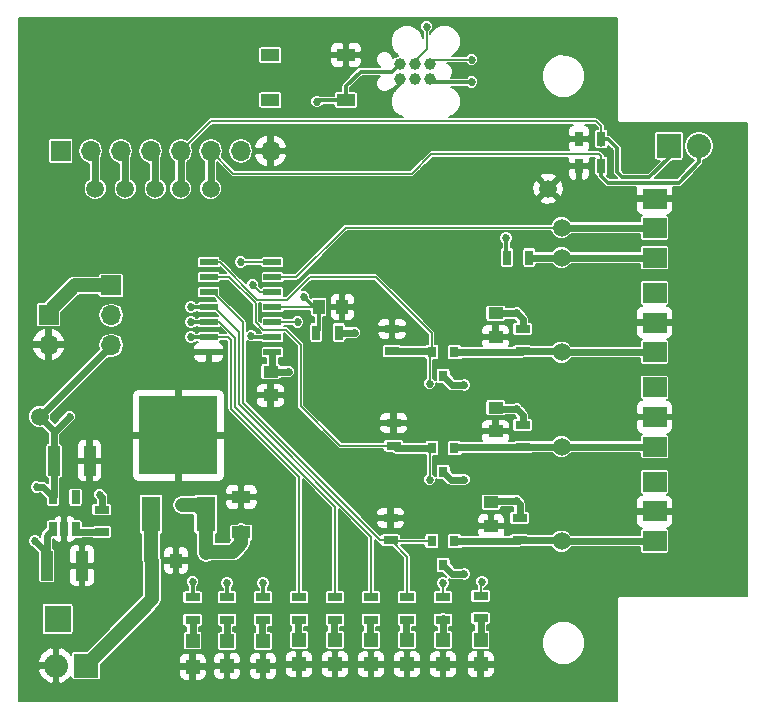
<source format=gbr>
G04 #@! TF.FileFunction,Copper,L1,Top,Signal*
%FSLAX46Y46*%
G04 Gerber Fmt 4.6, Leading zero omitted, Abs format (unit mm)*
G04 Created by KiCad (PCBNEW 4.0.2-4+6225~38~ubuntu14.04.1-stable) date Thu 30 Mar 2017 04:50:54 PM CEST*
%MOMM*%
G01*
G04 APERTURE LIST*
%ADD10C,0.100000*%
%ADD11C,1.500000*%
%ADD12R,1.500000X0.600000*%
%ADD13R,1.300000X0.700000*%
%ADD14R,1.198880X1.198880*%
%ADD15R,1.250000X1.000000*%
%ADD16R,1.000000X1.250000*%
%ADD17R,1.000000X2.500000*%
%ADD18R,2.032000X2.032000*%
%ADD19O,2.032000X2.032000*%
%ADD20R,0.800000X0.900000*%
%ADD21R,0.700000X1.300000*%
%ADD22R,1.600000X1.000000*%
%ADD23R,0.740000X1.190000*%
%ADD24R,2.235200X2.235200*%
%ADD25R,2.000000X1.700000*%
%ADD26R,1.700000X1.700000*%
%ADD27O,1.700000X1.700000*%
%ADD28R,6.700000X6.700000*%
%ADD29R,1.600000X3.000000*%
%ADD30C,0.990600*%
%ADD31R,1.200000X1.200000*%
%ADD32C,0.685800*%
%ADD33C,0.304800*%
%ADD34C,1.219200*%
%ADD35C,0.152400*%
%ADD36C,0.609600*%
G04 APERTURE END LIST*
D10*
D11*
X104521000Y-135382000D03*
D12*
X114460000Y-149225000D03*
X114460000Y-147955000D03*
X114460000Y-146685000D03*
X114460000Y-145415000D03*
X114460000Y-144145000D03*
X114460000Y-142875000D03*
X114460000Y-141605000D03*
X109060000Y-141605000D03*
X109060000Y-142875000D03*
X109060000Y-144145000D03*
X109060000Y-145415000D03*
X109060000Y-146685000D03*
X109060000Y-147955000D03*
X109060000Y-149225000D03*
D13*
X116713000Y-169992000D03*
X116713000Y-171892000D03*
D14*
X116713000Y-173575980D03*
X116713000Y-175674020D03*
D15*
X114300000Y-150892000D03*
X114300000Y-152892000D03*
D16*
X104283000Y-166878000D03*
X106283000Y-166878000D03*
D17*
X95337500Y-167322500D03*
X98337500Y-167322500D03*
X95972500Y-158432500D03*
X98972500Y-158432500D03*
D15*
X132969000Y-163941000D03*
X132969000Y-161941000D03*
X133350000Y-155940000D03*
X133350000Y-153940000D03*
X133350000Y-147939000D03*
X133350000Y-145939000D03*
D14*
X110617000Y-173702980D03*
X110617000Y-175801020D03*
X113665000Y-173702980D03*
X113665000Y-175801020D03*
X125857000Y-173575980D03*
X125857000Y-175674020D03*
X128905000Y-173575980D03*
X128905000Y-175674020D03*
X132080000Y-173575980D03*
X132080000Y-175674020D03*
D18*
X98679000Y-175768000D03*
D19*
X96139000Y-175768000D03*
D18*
X148031200Y-131775200D03*
D19*
X150571200Y-131775200D03*
D20*
X129855000Y-165243000D03*
X127955000Y-165243000D03*
X128905000Y-167243000D03*
X129855000Y-157369000D03*
X127955000Y-157369000D03*
X128905000Y-159369000D03*
X129855000Y-149241000D03*
X127955000Y-149241000D03*
X128905000Y-151241000D03*
D21*
X118176000Y-147574000D03*
X120076000Y-147574000D03*
X136205000Y-141224000D03*
X134305000Y-141224000D03*
X140401000Y-131191000D03*
X142301000Y-131191000D03*
X140401000Y-133477000D03*
X142301000Y-133477000D03*
D13*
X100012500Y-164462500D03*
X100012500Y-162562500D03*
X110617000Y-169992000D03*
X110617000Y-171892000D03*
X113665000Y-169992000D03*
X113665000Y-171892000D03*
X124460000Y-163261000D03*
X124460000Y-165161000D03*
X124714000Y-155260000D03*
X124714000Y-157160000D03*
X124587000Y-147259000D03*
X124587000Y-149159000D03*
X125857000Y-171892000D03*
X125857000Y-169992000D03*
X128905000Y-171892000D03*
X128905000Y-169992000D03*
X132080000Y-171765000D03*
X132080000Y-169865000D03*
X135382000Y-165161000D03*
X135382000Y-163261000D03*
X135636000Y-157287000D03*
X135636000Y-155387000D03*
X135636000Y-149159000D03*
X135636000Y-147259000D03*
D22*
X120675000Y-127884000D03*
X114275000Y-127884000D03*
X120675000Y-124084000D03*
X114275000Y-124084000D03*
D11*
X137795000Y-135382000D03*
X138938000Y-138684000D03*
X138938000Y-141224000D03*
X94742000Y-154686000D03*
X138938000Y-165227000D03*
X138938000Y-157226000D03*
X138938000Y-149225000D03*
D23*
X95887500Y-161527500D03*
X97787500Y-161527500D03*
X96837500Y-164227500D03*
X95887500Y-164227500D03*
X97787500Y-164227500D03*
D14*
X119761000Y-173575980D03*
X119761000Y-175674020D03*
X122809000Y-173575980D03*
X122809000Y-175674020D03*
D13*
X119761000Y-169992000D03*
X119761000Y-171892000D03*
X122809000Y-169992000D03*
X122809000Y-171892000D03*
D24*
X96266000Y-171831000D03*
D11*
X99441000Y-135382000D03*
X101981000Y-135382000D03*
D22*
X111810800Y-164491800D03*
X111810800Y-161491800D03*
D16*
X118380000Y-145415000D03*
X120380000Y-145415000D03*
D25*
X146812000Y-141224000D03*
X146812000Y-138724000D03*
X146812000Y-136224000D03*
X146812000Y-144224000D03*
X146812000Y-146724000D03*
X146812000Y-149224000D03*
X146812000Y-152224000D03*
X146812000Y-154724000D03*
X146812000Y-157224000D03*
X146812000Y-160224000D03*
X146812000Y-162724000D03*
X146812000Y-165224000D03*
D26*
X96520000Y-132207000D03*
D27*
X99060000Y-132207000D03*
X101600000Y-132207000D03*
X104140000Y-132207000D03*
X106680000Y-132207000D03*
X109220000Y-132207000D03*
X111760000Y-132207000D03*
X114300000Y-132207000D03*
D11*
X106680000Y-135382000D03*
X109220000Y-135382000D03*
D28*
X106502200Y-156286200D03*
D29*
X108802200Y-162936200D03*
X104202200Y-162936200D03*
D30*
X127762000Y-124841000D03*
X127762000Y-126111000D03*
X126492000Y-124841000D03*
X126492000Y-126111000D03*
X125222000Y-124841000D03*
X125222000Y-126111000D03*
D26*
X95504000Y-146050000D03*
D27*
X95504000Y-148590000D03*
D31*
X107696000Y-173652000D03*
X107696000Y-175852000D03*
D26*
X100812600Y-143586200D03*
D27*
X100812600Y-146126200D03*
X100812600Y-148666200D03*
D13*
X107696000Y-171892000D03*
X107696000Y-169992000D03*
D32*
X123825000Y-127889000D03*
X128905000Y-168783000D03*
X127762000Y-160020000D03*
X132207000Y-168656000D03*
X127762000Y-151892000D03*
X107569000Y-145415000D03*
X107569000Y-146685000D03*
X107569000Y-147955000D03*
X108839000Y-166243000D03*
X106807000Y-162179000D03*
X135128000Y-154051000D03*
X135128000Y-145923000D03*
X110617000Y-168783000D03*
X135128000Y-161798000D03*
X94361000Y-165227000D03*
X99822000Y-161290000D03*
X118237000Y-128016000D03*
X117094000Y-144526000D03*
X111760000Y-141605000D03*
X112776000Y-143510000D03*
X107696000Y-168656000D03*
X97282000Y-154686000D03*
X113665000Y-168783000D03*
X94488000Y-160655000D03*
X112649000Y-147828000D03*
X127508000Y-121666000D03*
X131318000Y-124460000D03*
X116586000Y-146685000D03*
X134239000Y-139573000D03*
X131318000Y-126365000D03*
X130683000Y-160020000D03*
X130683000Y-152019000D03*
X130683000Y-168021000D03*
X115824000Y-150876000D03*
X121412000Y-147574000D03*
D33*
X125222000Y-126111000D02*
X125222000Y-126492000D01*
X125222000Y-126492000D02*
X123825000Y-127889000D01*
D34*
X104283000Y-166878000D02*
X104283000Y-170164000D01*
X104283000Y-170164000D02*
X98679000Y-175768000D01*
X104202200Y-162936200D02*
X104202200Y-166797200D01*
X104202200Y-166797200D02*
X104283000Y-166878000D01*
D35*
X109060000Y-144145000D02*
X109397800Y-144145000D01*
X109397800Y-144145000D02*
X111963200Y-146710400D01*
X123606600Y-165161000D02*
X124460000Y-165161000D01*
X111963200Y-153517600D02*
X123606600Y-165161000D01*
X111963200Y-146710400D02*
X111963200Y-153517600D01*
X109060000Y-144145000D02*
X109510000Y-144145000D01*
X124460000Y-165161000D02*
X125857000Y-166558000D01*
X125857000Y-166558000D02*
X125857000Y-169992000D01*
X127955000Y-165243000D02*
X124542000Y-165243000D01*
X124542000Y-165243000D02*
X124460000Y-165161000D01*
X109060000Y-144145000D02*
X109728000Y-144145000D01*
X109060000Y-142875000D02*
X110820944Y-142875000D01*
X120203000Y-157160000D02*
X124714000Y-157160000D01*
X113665000Y-147320000D02*
X115570000Y-147320000D01*
X115570000Y-147320000D02*
X116840000Y-148590000D01*
X116840000Y-148590000D02*
X116840000Y-153797000D01*
X116840000Y-153797000D02*
X120203000Y-157160000D01*
X113030746Y-146685746D02*
X113665000Y-147320000D01*
X113030746Y-145084802D02*
X113030746Y-146685746D01*
X110820944Y-142875000D02*
X113030746Y-145084802D01*
X128905000Y-169992000D02*
X128905000Y-168783000D01*
X127762000Y-160020000D02*
X127762000Y-157562000D01*
X127762000Y-157562000D02*
X127955000Y-157369000D01*
D36*
X124714000Y-157160000D02*
X124923000Y-157369000D01*
X124923000Y-157369000D02*
X127955000Y-157369000D01*
D35*
X109060000Y-142875000D02*
X109220000Y-142875000D01*
X117602000Y-142875000D02*
X119761000Y-142875000D01*
X109982000Y-141605000D02*
X113157000Y-144780000D01*
X113157000Y-144780000D02*
X115697000Y-144780000D01*
X115697000Y-144780000D02*
X117602000Y-142875000D01*
X109060000Y-141605000D02*
X109982000Y-141605000D01*
X127955000Y-147640000D02*
X127955000Y-149241000D01*
X123190000Y-142875000D02*
X127955000Y-147640000D01*
X119761000Y-142875000D02*
X123190000Y-142875000D01*
X132207000Y-168656000D02*
X132080000Y-168783000D01*
X132080000Y-169865000D02*
X132080000Y-168783000D01*
X127762000Y-151892000D02*
X127762000Y-149434000D01*
X127762000Y-149434000D02*
X127955000Y-149241000D01*
D36*
X127955000Y-149241000D02*
X127873000Y-149159000D01*
X127873000Y-149159000D02*
X124587000Y-149159000D01*
X136205000Y-141224000D02*
X138938000Y-141224000D01*
X138938000Y-141224000D02*
X146812000Y-141224000D01*
D35*
X138938000Y-138684000D02*
X120650000Y-138684000D01*
X116459000Y-142875000D02*
X114460000Y-142875000D01*
X120650000Y-138684000D02*
X116459000Y-142875000D01*
D36*
X138938000Y-138684000D02*
X146772000Y-138684000D01*
X146772000Y-138684000D02*
X146812000Y-138724000D01*
X135382000Y-165161000D02*
X135300000Y-165243000D01*
X135300000Y-165243000D02*
X129855000Y-165243000D01*
X138938000Y-165227000D02*
X138872000Y-165161000D01*
X138872000Y-165161000D02*
X135382000Y-165161000D01*
X146939000Y-165161000D02*
X146873000Y-165227000D01*
X146873000Y-165227000D02*
X138938000Y-165227000D01*
X138938000Y-157226000D02*
X138940000Y-157224000D01*
X138940000Y-157224000D02*
X146812000Y-157224000D01*
X135636000Y-157287000D02*
X135697000Y-157226000D01*
X135697000Y-157226000D02*
X138938000Y-157226000D01*
X129855000Y-157369000D02*
X129937000Y-157287000D01*
X129937000Y-157287000D02*
X135636000Y-157287000D01*
X135636000Y-149159000D02*
X135554000Y-149241000D01*
X135554000Y-149241000D02*
X129855000Y-149241000D01*
X138938000Y-149225000D02*
X138872000Y-149159000D01*
X138872000Y-149159000D02*
X135636000Y-149159000D01*
X146812000Y-149224000D02*
X146811000Y-149225000D01*
X146811000Y-149225000D02*
X138938000Y-149225000D01*
X97787500Y-164227500D02*
X98022500Y-164462500D01*
X98022500Y-164462500D02*
X100012500Y-164462500D01*
D35*
X109060000Y-145415000D02*
X109510000Y-145415000D01*
X122809000Y-169489600D02*
X122809000Y-169992000D01*
X122809000Y-164846000D02*
X122809000Y-169489600D01*
X111607622Y-153644622D02*
X122809000Y-164846000D01*
X111607622Y-147512622D02*
X111607622Y-153644622D01*
X109510000Y-145415000D02*
X111607622Y-147512622D01*
D33*
X107569000Y-145415000D02*
X109060000Y-145415000D01*
D36*
X104521000Y-132207000D02*
X104521000Y-135382000D01*
X104521000Y-132207000D02*
X104521000Y-132715000D01*
D35*
X119761000Y-162306000D02*
X119761000Y-169489600D01*
X109060000Y-146685000D02*
X109962400Y-146685000D01*
X111302811Y-148025411D02*
X111302811Y-153847811D01*
X111302811Y-153847811D02*
X119761000Y-162306000D01*
X119761000Y-169489600D02*
X119761000Y-169992000D01*
X109962400Y-146685000D02*
X111302811Y-148025411D01*
D33*
X107569000Y-146685000D02*
X109060000Y-146685000D01*
D36*
X101981000Y-132207000D02*
X101981000Y-135382000D01*
X101981000Y-132207000D02*
X101981000Y-132715000D01*
D35*
X109060000Y-147955000D02*
X110718600Y-147955000D01*
X116713000Y-159791400D02*
X116713000Y-169992000D01*
X110947200Y-154025600D02*
X116713000Y-159791400D01*
X110947200Y-148183600D02*
X110947200Y-154025600D01*
X110718600Y-147955000D02*
X110947200Y-148183600D01*
D33*
X109060000Y-147955000D02*
X107569000Y-147955000D01*
D36*
X99441000Y-132207000D02*
X99441000Y-135382000D01*
X99441000Y-132207000D02*
X99441000Y-132715000D01*
D34*
X111810800Y-164491800D02*
X111810800Y-165430200D01*
X111125000Y-166116000D02*
X108839000Y-166116000D01*
X111810800Y-165430200D02*
X111125000Y-166116000D01*
X108802200Y-162936200D02*
X108045000Y-162179000D01*
X108045000Y-162179000D02*
X106807000Y-162179000D01*
X108802200Y-162936200D02*
X108839000Y-162973000D01*
X108839000Y-162973000D02*
X108839000Y-166116000D01*
X108839000Y-166116000D02*
X108839000Y-166243000D01*
D36*
X135128000Y-154051000D02*
X135636000Y-154559000D01*
X133461000Y-154051000D02*
X135128000Y-154051000D01*
X135636000Y-154559000D02*
X135636000Y-155387000D01*
X133350000Y-153940000D02*
X133461000Y-154051000D01*
X135128000Y-145923000D02*
X135636000Y-146431000D01*
X135112000Y-145939000D02*
X135128000Y-145923000D01*
X133350000Y-145939000D02*
X135112000Y-145939000D01*
X135636000Y-146431000D02*
X135636000Y-147259000D01*
D33*
X110617000Y-169992000D02*
X110617000Y-168783000D01*
D36*
X135128000Y-161798000D02*
X135382000Y-162052000D01*
X133112000Y-161798000D02*
X135128000Y-161798000D01*
X135382000Y-162052000D02*
X135382000Y-163261000D01*
X132969000Y-161941000D02*
X133112000Y-161798000D01*
X95337500Y-167322500D02*
X95337500Y-166203500D01*
X95337500Y-166203500D02*
X94361000Y-165227000D01*
X95337500Y-167322500D02*
X95337500Y-164777500D01*
X95337500Y-164777500D02*
X95887500Y-164227500D01*
X100012500Y-162562500D02*
X100012500Y-161480500D01*
X100012500Y-161480500D02*
X99822000Y-161290000D01*
X125730000Y-171892000D02*
X125730000Y-173575980D01*
X128905000Y-171765000D02*
X128905000Y-173575980D01*
X132080000Y-171765000D02*
X132080000Y-173575980D01*
X110617000Y-171892000D02*
X110617000Y-173702980D01*
X113538000Y-171892000D02*
X113538000Y-173575980D01*
D33*
X118237000Y-128016000D02*
X118369000Y-127884000D01*
X118369000Y-127884000D02*
X120675000Y-127884000D01*
X117983000Y-145415000D02*
X117094000Y-144526000D01*
X122682000Y-125476000D02*
X121920000Y-125476000D01*
X125222000Y-124841000D02*
X124587000Y-125476000D01*
X122682000Y-125476000D02*
X124587000Y-125476000D01*
X120675000Y-126721000D02*
X120675000Y-127884000D01*
X121920000Y-125476000D02*
X120675000Y-126721000D01*
X118380000Y-145415000D02*
X117983000Y-145415000D01*
X118380000Y-145415000D02*
X118380000Y-147370000D01*
X118380000Y-147370000D02*
X118176000Y-147574000D01*
D35*
X114460000Y-145415000D02*
X118380000Y-145415000D01*
D36*
X116586000Y-171892000D02*
X116586000Y-173575980D01*
X119634000Y-171892000D02*
X119634000Y-173575980D01*
X122682000Y-171892000D02*
X122682000Y-173575980D01*
D35*
X142301000Y-131191000D02*
X142301000Y-130109000D01*
X109220000Y-129667000D02*
X106680000Y-132207000D01*
X141859000Y-129667000D02*
X109220000Y-129667000D01*
X142301000Y-130109000D02*
X141859000Y-129667000D01*
X142301000Y-131191000D02*
X142301000Y-131765000D01*
X114460000Y-141605000D02*
X111760000Y-141605000D01*
D36*
X106680000Y-132207000D02*
X106680000Y-135382000D01*
D33*
X148031200Y-131775200D02*
X148031200Y-132765800D01*
X148031200Y-132765800D02*
X146380202Y-134416798D01*
X142875000Y-131191000D02*
X142301000Y-131191000D01*
X143637000Y-131953000D02*
X142875000Y-131191000D01*
X143637000Y-133985000D02*
X143637000Y-131953000D01*
X144068798Y-134416798D02*
X143637000Y-133985000D01*
X146380202Y-134416798D02*
X144068798Y-134416798D01*
D36*
X148031200Y-131775200D02*
X147472400Y-131216400D01*
D35*
X114460000Y-141605000D02*
X114173000Y-141605000D01*
X142301000Y-133477000D02*
X142301000Y-132649000D01*
X111125000Y-134112000D02*
X109220000Y-132207000D01*
X126238000Y-134112000D02*
X111125000Y-134112000D01*
X127889000Y-132461000D02*
X126238000Y-134112000D01*
X142113000Y-132461000D02*
X127889000Y-132461000D01*
X142301000Y-132649000D02*
X142113000Y-132461000D01*
X114460000Y-144145000D02*
X113411000Y-144145000D01*
X113411000Y-144145000D02*
X112776000Y-143510000D01*
D36*
X109220000Y-132207000D02*
X109220000Y-135382000D01*
D33*
X150571200Y-131775200D02*
X150571200Y-133146800D01*
X142301000Y-134300000D02*
X142301000Y-133477000D01*
X142875000Y-134874000D02*
X142301000Y-134300000D01*
X148844000Y-134874000D02*
X142875000Y-134874000D01*
X150571200Y-133146800D02*
X148844000Y-134874000D01*
D36*
X150571200Y-131775200D02*
X150622000Y-131826000D01*
D33*
X107696000Y-168656000D02*
X107696000Y-169992000D01*
D34*
X95504000Y-146050000D02*
X95504000Y-145796000D01*
X95504000Y-145796000D02*
X97713800Y-143586200D01*
X97713800Y-143586200D02*
X100812600Y-143586200D01*
D36*
X95972500Y-158432500D02*
X95972500Y-155995500D01*
X95972500Y-155995500D02*
X97282000Y-154686000D01*
X94742000Y-154686000D02*
X94792800Y-154686000D01*
X94792800Y-154686000D02*
X100812600Y-148666200D01*
X95972500Y-158432500D02*
X95972500Y-155916500D01*
X95972500Y-155916500D02*
X94742000Y-154686000D01*
D33*
X113665000Y-168783000D02*
X113665000Y-169992000D01*
D36*
X95887500Y-161527500D02*
X95015000Y-160655000D01*
X95015000Y-160655000D02*
X94488000Y-160655000D01*
X95887500Y-161527500D02*
X95972500Y-161442500D01*
X95972500Y-161442500D02*
X95972500Y-158432500D01*
D35*
X126492000Y-124841000D02*
X126492000Y-124587000D01*
X126492000Y-124587000D02*
X127508000Y-123571000D01*
D33*
X112776000Y-147955000D02*
X114460000Y-147955000D01*
X112649000Y-147828000D02*
X112776000Y-147955000D01*
D35*
X127508000Y-123571000D02*
X127508000Y-121666000D01*
X126492000Y-124841000D02*
X126492000Y-124714000D01*
D33*
X134239000Y-139573000D02*
X134239000Y-141158000D01*
X134239000Y-141158000D02*
X134305000Y-141224000D01*
D35*
X128143000Y-124460000D02*
X131318000Y-124460000D01*
X127762000Y-124841000D02*
X128143000Y-124460000D01*
X114460000Y-146685000D02*
X116586000Y-146685000D01*
X134239000Y-139573000D02*
X134305000Y-139639000D01*
X127889000Y-124714000D02*
X127381000Y-124714000D01*
D33*
X127762000Y-126111000D02*
X128016000Y-126365000D01*
X128016000Y-126365000D02*
X131318000Y-126365000D01*
D36*
X128905000Y-159369000D02*
X129556000Y-160020000D01*
X129556000Y-160020000D02*
X130683000Y-160020000D01*
X128905000Y-151241000D02*
X129683000Y-152019000D01*
X129683000Y-152019000D02*
X130683000Y-152019000D01*
X128905000Y-167243000D02*
X129683000Y-168021000D01*
X129683000Y-168021000D02*
X130683000Y-168021000D01*
X114300000Y-150892000D02*
X114316000Y-150876000D01*
X114316000Y-150876000D02*
X115824000Y-150876000D01*
X114460000Y-149225000D02*
X114460000Y-150732000D01*
X114460000Y-150732000D02*
X114300000Y-150892000D01*
X120076000Y-147574000D02*
X121412000Y-147574000D01*
X107696000Y-171892000D02*
X107696000Y-173652000D01*
D35*
G36*
X143608400Y-129540000D02*
X143631510Y-129656183D01*
X143697322Y-129754678D01*
X143795817Y-129820490D01*
X143912000Y-129843600D01*
X154636400Y-129843600D01*
X154636400Y-169876400D01*
X143912000Y-169876400D01*
X143795817Y-169899510D01*
X143697322Y-169965322D01*
X143631510Y-170063817D01*
X143608400Y-170180000D01*
X143608400Y-178766400D01*
X93013600Y-178766400D01*
X93013600Y-176192389D01*
X94596089Y-176192389D01*
X94875943Y-176750531D01*
X95348086Y-177159091D01*
X95714613Y-177310899D01*
X95961200Y-177211239D01*
X95961200Y-175945800D01*
X94694746Y-175945800D01*
X94596089Y-176192389D01*
X93013600Y-176192389D01*
X93013600Y-175343611D01*
X94596089Y-175343611D01*
X94694746Y-175590200D01*
X95961200Y-175590200D01*
X95961200Y-174324761D01*
X96316800Y-174324761D01*
X96316800Y-175590200D01*
X96336800Y-175590200D01*
X96336800Y-175945800D01*
X96316800Y-175945800D01*
X96316800Y-177211239D01*
X96563387Y-177310899D01*
X96929914Y-177159091D01*
X97402057Y-176750531D01*
X97429922Y-176694957D01*
X97429922Y-176784000D01*
X97445862Y-176868714D01*
X97495928Y-176946518D01*
X97572320Y-176998715D01*
X97663000Y-177017078D01*
X99695000Y-177017078D01*
X99779714Y-177001138D01*
X99857518Y-176951072D01*
X99909715Y-176874680D01*
X99928078Y-176784000D01*
X99928078Y-176175850D01*
X106511800Y-176175850D01*
X106511800Y-176568205D01*
X106600739Y-176782923D01*
X106765078Y-176947261D01*
X106979796Y-177036200D01*
X107372150Y-177036200D01*
X107518200Y-176890150D01*
X107518200Y-176029800D01*
X107873800Y-176029800D01*
X107873800Y-176890150D01*
X108019850Y-177036200D01*
X108412204Y-177036200D01*
X108626922Y-176947261D01*
X108791261Y-176782923D01*
X108880200Y-176568205D01*
X108880200Y-176175850D01*
X108829220Y-176124870D01*
X109433360Y-176124870D01*
X109433360Y-176516665D01*
X109522299Y-176731383D01*
X109686638Y-176895721D01*
X109901356Y-176984660D01*
X110293150Y-176984660D01*
X110439200Y-176838610D01*
X110439200Y-175978820D01*
X110794800Y-175978820D01*
X110794800Y-176838610D01*
X110940850Y-176984660D01*
X111332644Y-176984660D01*
X111547362Y-176895721D01*
X111711701Y-176731383D01*
X111800640Y-176516665D01*
X111800640Y-176124870D01*
X112481360Y-176124870D01*
X112481360Y-176516665D01*
X112570299Y-176731383D01*
X112734638Y-176895721D01*
X112949356Y-176984660D01*
X113341150Y-176984660D01*
X113487200Y-176838610D01*
X113487200Y-175978820D01*
X113842800Y-175978820D01*
X113842800Y-176838610D01*
X113988850Y-176984660D01*
X114380644Y-176984660D01*
X114595362Y-176895721D01*
X114759701Y-176731383D01*
X114848640Y-176516665D01*
X114848640Y-176124870D01*
X114721640Y-175997870D01*
X115529360Y-175997870D01*
X115529360Y-176389665D01*
X115618299Y-176604383D01*
X115782638Y-176768721D01*
X115997356Y-176857660D01*
X116389150Y-176857660D01*
X116535200Y-176711610D01*
X116535200Y-175851820D01*
X116890800Y-175851820D01*
X116890800Y-176711610D01*
X117036850Y-176857660D01*
X117428644Y-176857660D01*
X117643362Y-176768721D01*
X117807701Y-176604383D01*
X117896640Y-176389665D01*
X117896640Y-175997870D01*
X118577360Y-175997870D01*
X118577360Y-176389665D01*
X118666299Y-176604383D01*
X118830638Y-176768721D01*
X119045356Y-176857660D01*
X119437150Y-176857660D01*
X119583200Y-176711610D01*
X119583200Y-175851820D01*
X119938800Y-175851820D01*
X119938800Y-176711610D01*
X120084850Y-176857660D01*
X120476644Y-176857660D01*
X120691362Y-176768721D01*
X120855701Y-176604383D01*
X120944640Y-176389665D01*
X120944640Y-175997870D01*
X121625360Y-175997870D01*
X121625360Y-176389665D01*
X121714299Y-176604383D01*
X121878638Y-176768721D01*
X122093356Y-176857660D01*
X122485150Y-176857660D01*
X122631200Y-176711610D01*
X122631200Y-175851820D01*
X122986800Y-175851820D01*
X122986800Y-176711610D01*
X123132850Y-176857660D01*
X123524644Y-176857660D01*
X123739362Y-176768721D01*
X123903701Y-176604383D01*
X123992640Y-176389665D01*
X123992640Y-175997870D01*
X124673360Y-175997870D01*
X124673360Y-176389665D01*
X124762299Y-176604383D01*
X124926638Y-176768721D01*
X125141356Y-176857660D01*
X125533150Y-176857660D01*
X125679200Y-176711610D01*
X125679200Y-175851820D01*
X126034800Y-175851820D01*
X126034800Y-176711610D01*
X126180850Y-176857660D01*
X126572644Y-176857660D01*
X126787362Y-176768721D01*
X126951701Y-176604383D01*
X127040640Y-176389665D01*
X127040640Y-175997870D01*
X127721360Y-175997870D01*
X127721360Y-176389665D01*
X127810299Y-176604383D01*
X127974638Y-176768721D01*
X128189356Y-176857660D01*
X128581150Y-176857660D01*
X128727200Y-176711610D01*
X128727200Y-175851820D01*
X129082800Y-175851820D01*
X129082800Y-176711610D01*
X129228850Y-176857660D01*
X129620644Y-176857660D01*
X129835362Y-176768721D01*
X129999701Y-176604383D01*
X130088640Y-176389665D01*
X130088640Y-175997870D01*
X130896360Y-175997870D01*
X130896360Y-176389665D01*
X130985299Y-176604383D01*
X131149638Y-176768721D01*
X131364356Y-176857660D01*
X131756150Y-176857660D01*
X131902200Y-176711610D01*
X131902200Y-175851820D01*
X132257800Y-175851820D01*
X132257800Y-176711610D01*
X132403850Y-176857660D01*
X132795644Y-176857660D01*
X133010362Y-176768721D01*
X133174701Y-176604383D01*
X133263640Y-176389665D01*
X133263640Y-175997870D01*
X133117590Y-175851820D01*
X132257800Y-175851820D01*
X131902200Y-175851820D01*
X131042410Y-175851820D01*
X130896360Y-175997870D01*
X130088640Y-175997870D01*
X129942590Y-175851820D01*
X129082800Y-175851820D01*
X128727200Y-175851820D01*
X127867410Y-175851820D01*
X127721360Y-175997870D01*
X127040640Y-175997870D01*
X126894590Y-175851820D01*
X126034800Y-175851820D01*
X125679200Y-175851820D01*
X124819410Y-175851820D01*
X124673360Y-175997870D01*
X123992640Y-175997870D01*
X123846590Y-175851820D01*
X122986800Y-175851820D01*
X122631200Y-175851820D01*
X121771410Y-175851820D01*
X121625360Y-175997870D01*
X120944640Y-175997870D01*
X120798590Y-175851820D01*
X119938800Y-175851820D01*
X119583200Y-175851820D01*
X118723410Y-175851820D01*
X118577360Y-175997870D01*
X117896640Y-175997870D01*
X117750590Y-175851820D01*
X116890800Y-175851820D01*
X116535200Y-175851820D01*
X115675410Y-175851820D01*
X115529360Y-175997870D01*
X114721640Y-175997870D01*
X114702590Y-175978820D01*
X113842800Y-175978820D01*
X113487200Y-175978820D01*
X112627410Y-175978820D01*
X112481360Y-176124870D01*
X111800640Y-176124870D01*
X111654590Y-175978820D01*
X110794800Y-175978820D01*
X110439200Y-175978820D01*
X109579410Y-175978820D01*
X109433360Y-176124870D01*
X108829220Y-176124870D01*
X108734150Y-176029800D01*
X107873800Y-176029800D01*
X107518200Y-176029800D01*
X106657850Y-176029800D01*
X106511800Y-176175850D01*
X99928078Y-176175850D01*
X99928078Y-175704316D01*
X100496599Y-175135795D01*
X106511800Y-175135795D01*
X106511800Y-175528150D01*
X106657850Y-175674200D01*
X107518200Y-175674200D01*
X107518200Y-174813850D01*
X107873800Y-174813850D01*
X107873800Y-175674200D01*
X108734150Y-175674200D01*
X108880200Y-175528150D01*
X108880200Y-175135795D01*
X108859316Y-175085375D01*
X109433360Y-175085375D01*
X109433360Y-175477170D01*
X109579410Y-175623220D01*
X110439200Y-175623220D01*
X110439200Y-174763430D01*
X110794800Y-174763430D01*
X110794800Y-175623220D01*
X111654590Y-175623220D01*
X111800640Y-175477170D01*
X111800640Y-175085375D01*
X112481360Y-175085375D01*
X112481360Y-175477170D01*
X112627410Y-175623220D01*
X113487200Y-175623220D01*
X113487200Y-174763430D01*
X113842800Y-174763430D01*
X113842800Y-175623220D01*
X114702590Y-175623220D01*
X114848640Y-175477170D01*
X114848640Y-175085375D01*
X114796035Y-174958375D01*
X115529360Y-174958375D01*
X115529360Y-175350170D01*
X115675410Y-175496220D01*
X116535200Y-175496220D01*
X116535200Y-174636430D01*
X116890800Y-174636430D01*
X116890800Y-175496220D01*
X117750590Y-175496220D01*
X117896640Y-175350170D01*
X117896640Y-174958375D01*
X118577360Y-174958375D01*
X118577360Y-175350170D01*
X118723410Y-175496220D01*
X119583200Y-175496220D01*
X119583200Y-174636430D01*
X119938800Y-174636430D01*
X119938800Y-175496220D01*
X120798590Y-175496220D01*
X120944640Y-175350170D01*
X120944640Y-174958375D01*
X121625360Y-174958375D01*
X121625360Y-175350170D01*
X121771410Y-175496220D01*
X122631200Y-175496220D01*
X122631200Y-174636430D01*
X122986800Y-174636430D01*
X122986800Y-175496220D01*
X123846590Y-175496220D01*
X123992640Y-175350170D01*
X123992640Y-174958375D01*
X124673360Y-174958375D01*
X124673360Y-175350170D01*
X124819410Y-175496220D01*
X125679200Y-175496220D01*
X125679200Y-174636430D01*
X126034800Y-174636430D01*
X126034800Y-175496220D01*
X126894590Y-175496220D01*
X127040640Y-175350170D01*
X127040640Y-174958375D01*
X127721360Y-174958375D01*
X127721360Y-175350170D01*
X127867410Y-175496220D01*
X128727200Y-175496220D01*
X128727200Y-174636430D01*
X129082800Y-174636430D01*
X129082800Y-175496220D01*
X129942590Y-175496220D01*
X130088640Y-175350170D01*
X130088640Y-174958375D01*
X130896360Y-174958375D01*
X130896360Y-175350170D01*
X131042410Y-175496220D01*
X131902200Y-175496220D01*
X131902200Y-174636430D01*
X132257800Y-174636430D01*
X132257800Y-175496220D01*
X133117590Y-175496220D01*
X133263640Y-175350170D01*
X133263640Y-174958375D01*
X133174701Y-174743657D01*
X133010362Y-174579319D01*
X132795644Y-174490380D01*
X132403850Y-174490380D01*
X132257800Y-174636430D01*
X131902200Y-174636430D01*
X131756150Y-174490380D01*
X131364356Y-174490380D01*
X131149638Y-174579319D01*
X130985299Y-174743657D01*
X130896360Y-174958375D01*
X130088640Y-174958375D01*
X129999701Y-174743657D01*
X129835362Y-174579319D01*
X129620644Y-174490380D01*
X129228850Y-174490380D01*
X129082800Y-174636430D01*
X128727200Y-174636430D01*
X128581150Y-174490380D01*
X128189356Y-174490380D01*
X127974638Y-174579319D01*
X127810299Y-174743657D01*
X127721360Y-174958375D01*
X127040640Y-174958375D01*
X126951701Y-174743657D01*
X126787362Y-174579319D01*
X126572644Y-174490380D01*
X126180850Y-174490380D01*
X126034800Y-174636430D01*
X125679200Y-174636430D01*
X125533150Y-174490380D01*
X125141356Y-174490380D01*
X124926638Y-174579319D01*
X124762299Y-174743657D01*
X124673360Y-174958375D01*
X123992640Y-174958375D01*
X123903701Y-174743657D01*
X123739362Y-174579319D01*
X123524644Y-174490380D01*
X123132850Y-174490380D01*
X122986800Y-174636430D01*
X122631200Y-174636430D01*
X122485150Y-174490380D01*
X122093356Y-174490380D01*
X121878638Y-174579319D01*
X121714299Y-174743657D01*
X121625360Y-174958375D01*
X120944640Y-174958375D01*
X120855701Y-174743657D01*
X120691362Y-174579319D01*
X120476644Y-174490380D01*
X120084850Y-174490380D01*
X119938800Y-174636430D01*
X119583200Y-174636430D01*
X119437150Y-174490380D01*
X119045356Y-174490380D01*
X118830638Y-174579319D01*
X118666299Y-174743657D01*
X118577360Y-174958375D01*
X117896640Y-174958375D01*
X117807701Y-174743657D01*
X117643362Y-174579319D01*
X117428644Y-174490380D01*
X117036850Y-174490380D01*
X116890800Y-174636430D01*
X116535200Y-174636430D01*
X116389150Y-174490380D01*
X115997356Y-174490380D01*
X115782638Y-174579319D01*
X115618299Y-174743657D01*
X115529360Y-174958375D01*
X114796035Y-174958375D01*
X114759701Y-174870657D01*
X114595362Y-174706319D01*
X114380644Y-174617380D01*
X113988850Y-174617380D01*
X113842800Y-174763430D01*
X113487200Y-174763430D01*
X113341150Y-174617380D01*
X112949356Y-174617380D01*
X112734638Y-174706319D01*
X112570299Y-174870657D01*
X112481360Y-175085375D01*
X111800640Y-175085375D01*
X111711701Y-174870657D01*
X111547362Y-174706319D01*
X111332644Y-174617380D01*
X110940850Y-174617380D01*
X110794800Y-174763430D01*
X110439200Y-174763430D01*
X110293150Y-174617380D01*
X109901356Y-174617380D01*
X109686638Y-174706319D01*
X109522299Y-174870657D01*
X109433360Y-175085375D01*
X108859316Y-175085375D01*
X108791261Y-174921077D01*
X108626922Y-174756739D01*
X108412204Y-174667800D01*
X108019850Y-174667800D01*
X107873800Y-174813850D01*
X107518200Y-174813850D01*
X107372150Y-174667800D01*
X106979796Y-174667800D01*
X106765078Y-174756739D01*
X106600739Y-174921077D01*
X106511800Y-175135795D01*
X100496599Y-175135795D01*
X104090394Y-171542000D01*
X106812922Y-171542000D01*
X106812922Y-172242000D01*
X106828862Y-172326714D01*
X106878928Y-172404518D01*
X106955320Y-172456715D01*
X107046000Y-172475078D01*
X107162600Y-172475078D01*
X107162600Y-172818922D01*
X107096000Y-172818922D01*
X107011286Y-172834862D01*
X106933482Y-172884928D01*
X106881285Y-172961320D01*
X106862922Y-173052000D01*
X106862922Y-174252000D01*
X106878862Y-174336714D01*
X106928928Y-174414518D01*
X107005320Y-174466715D01*
X107096000Y-174485078D01*
X108296000Y-174485078D01*
X108380714Y-174469138D01*
X108458518Y-174419072D01*
X108510715Y-174342680D01*
X108529078Y-174252000D01*
X108529078Y-173052000D01*
X108513138Y-172967286D01*
X108463072Y-172889482D01*
X108386680Y-172837285D01*
X108296000Y-172818922D01*
X108229400Y-172818922D01*
X108229400Y-172475078D01*
X108346000Y-172475078D01*
X108430714Y-172459138D01*
X108508518Y-172409072D01*
X108560715Y-172332680D01*
X108579078Y-172242000D01*
X108579078Y-171542000D01*
X109733922Y-171542000D01*
X109733922Y-172242000D01*
X109749862Y-172326714D01*
X109799928Y-172404518D01*
X109876320Y-172456715D01*
X109967000Y-172475078D01*
X110083600Y-172475078D01*
X110083600Y-172870462D01*
X110017560Y-172870462D01*
X109932846Y-172886402D01*
X109855042Y-172936468D01*
X109802845Y-173012860D01*
X109784482Y-173103540D01*
X109784482Y-174302420D01*
X109800422Y-174387134D01*
X109850488Y-174464938D01*
X109926880Y-174517135D01*
X110017560Y-174535498D01*
X111216440Y-174535498D01*
X111301154Y-174519558D01*
X111378958Y-174469492D01*
X111431155Y-174393100D01*
X111449518Y-174302420D01*
X111449518Y-173103540D01*
X111433578Y-173018826D01*
X111383512Y-172941022D01*
X111307120Y-172888825D01*
X111216440Y-172870462D01*
X111150400Y-172870462D01*
X111150400Y-172475078D01*
X111267000Y-172475078D01*
X111351714Y-172459138D01*
X111429518Y-172409072D01*
X111481715Y-172332680D01*
X111500078Y-172242000D01*
X111500078Y-171542000D01*
X112781922Y-171542000D01*
X112781922Y-172242000D01*
X112797862Y-172326714D01*
X112847928Y-172404518D01*
X112924320Y-172456715D01*
X113004600Y-172472972D01*
X113004600Y-172881932D01*
X112980846Y-172886402D01*
X112903042Y-172936468D01*
X112850845Y-173012860D01*
X112832482Y-173103540D01*
X112832482Y-174302420D01*
X112848422Y-174387134D01*
X112898488Y-174464938D01*
X112974880Y-174517135D01*
X113065560Y-174535498D01*
X114264440Y-174535498D01*
X114349154Y-174519558D01*
X114426958Y-174469492D01*
X114479155Y-174393100D01*
X114497518Y-174302420D01*
X114497518Y-173103540D01*
X114481578Y-173018826D01*
X114431512Y-172941022D01*
X114355120Y-172888825D01*
X114264440Y-172870462D01*
X114071400Y-172870462D01*
X114071400Y-172475078D01*
X114315000Y-172475078D01*
X114399714Y-172459138D01*
X114477518Y-172409072D01*
X114529715Y-172332680D01*
X114548078Y-172242000D01*
X114548078Y-171542000D01*
X115829922Y-171542000D01*
X115829922Y-172242000D01*
X115845862Y-172326714D01*
X115895928Y-172404518D01*
X115972320Y-172456715D01*
X116052600Y-172472972D01*
X116052600Y-172754932D01*
X116028846Y-172759402D01*
X115951042Y-172809468D01*
X115898845Y-172885860D01*
X115880482Y-172976540D01*
X115880482Y-174175420D01*
X115896422Y-174260134D01*
X115946488Y-174337938D01*
X116022880Y-174390135D01*
X116113560Y-174408498D01*
X117312440Y-174408498D01*
X117397154Y-174392558D01*
X117474958Y-174342492D01*
X117527155Y-174266100D01*
X117545518Y-174175420D01*
X117545518Y-172976540D01*
X117529578Y-172891826D01*
X117479512Y-172814022D01*
X117403120Y-172761825D01*
X117312440Y-172743462D01*
X117119400Y-172743462D01*
X117119400Y-172475078D01*
X117363000Y-172475078D01*
X117447714Y-172459138D01*
X117525518Y-172409072D01*
X117577715Y-172332680D01*
X117596078Y-172242000D01*
X117596078Y-171542000D01*
X118877922Y-171542000D01*
X118877922Y-172242000D01*
X118893862Y-172326714D01*
X118943928Y-172404518D01*
X119020320Y-172456715D01*
X119100600Y-172472972D01*
X119100600Y-172754932D01*
X119076846Y-172759402D01*
X118999042Y-172809468D01*
X118946845Y-172885860D01*
X118928482Y-172976540D01*
X118928482Y-174175420D01*
X118944422Y-174260134D01*
X118994488Y-174337938D01*
X119070880Y-174390135D01*
X119161560Y-174408498D01*
X120360440Y-174408498D01*
X120445154Y-174392558D01*
X120522958Y-174342492D01*
X120575155Y-174266100D01*
X120593518Y-174175420D01*
X120593518Y-172976540D01*
X120577578Y-172891826D01*
X120527512Y-172814022D01*
X120451120Y-172761825D01*
X120360440Y-172743462D01*
X120167400Y-172743462D01*
X120167400Y-172475078D01*
X120411000Y-172475078D01*
X120495714Y-172459138D01*
X120573518Y-172409072D01*
X120625715Y-172332680D01*
X120644078Y-172242000D01*
X120644078Y-171542000D01*
X121925922Y-171542000D01*
X121925922Y-172242000D01*
X121941862Y-172326714D01*
X121991928Y-172404518D01*
X122068320Y-172456715D01*
X122148600Y-172472972D01*
X122148600Y-172754932D01*
X122124846Y-172759402D01*
X122047042Y-172809468D01*
X121994845Y-172885860D01*
X121976482Y-172976540D01*
X121976482Y-174175420D01*
X121992422Y-174260134D01*
X122042488Y-174337938D01*
X122118880Y-174390135D01*
X122209560Y-174408498D01*
X123408440Y-174408498D01*
X123493154Y-174392558D01*
X123570958Y-174342492D01*
X123623155Y-174266100D01*
X123641518Y-174175420D01*
X123641518Y-172976540D01*
X123625578Y-172891826D01*
X123575512Y-172814022D01*
X123499120Y-172761825D01*
X123408440Y-172743462D01*
X123215400Y-172743462D01*
X123215400Y-172475078D01*
X123459000Y-172475078D01*
X123543714Y-172459138D01*
X123621518Y-172409072D01*
X123673715Y-172332680D01*
X123692078Y-172242000D01*
X123692078Y-171542000D01*
X124973922Y-171542000D01*
X124973922Y-172242000D01*
X124989862Y-172326714D01*
X125039928Y-172404518D01*
X125116320Y-172456715D01*
X125196600Y-172472972D01*
X125196600Y-172754932D01*
X125172846Y-172759402D01*
X125095042Y-172809468D01*
X125042845Y-172885860D01*
X125024482Y-172976540D01*
X125024482Y-174175420D01*
X125040422Y-174260134D01*
X125090488Y-174337938D01*
X125166880Y-174390135D01*
X125257560Y-174408498D01*
X126456440Y-174408498D01*
X126541154Y-174392558D01*
X126618958Y-174342492D01*
X126671155Y-174266100D01*
X126689518Y-174175420D01*
X126689518Y-172976540D01*
X126673578Y-172891826D01*
X126623512Y-172814022D01*
X126547120Y-172761825D01*
X126456440Y-172743462D01*
X126263400Y-172743462D01*
X126263400Y-172475078D01*
X126507000Y-172475078D01*
X126591714Y-172459138D01*
X126669518Y-172409072D01*
X126721715Y-172332680D01*
X126740078Y-172242000D01*
X126740078Y-171542000D01*
X128021922Y-171542000D01*
X128021922Y-172242000D01*
X128037862Y-172326714D01*
X128087928Y-172404518D01*
X128164320Y-172456715D01*
X128255000Y-172475078D01*
X128371600Y-172475078D01*
X128371600Y-172743462D01*
X128305560Y-172743462D01*
X128220846Y-172759402D01*
X128143042Y-172809468D01*
X128090845Y-172885860D01*
X128072482Y-172976540D01*
X128072482Y-174175420D01*
X128088422Y-174260134D01*
X128138488Y-174337938D01*
X128214880Y-174390135D01*
X128305560Y-174408498D01*
X129504440Y-174408498D01*
X129589154Y-174392558D01*
X129666958Y-174342492D01*
X129719155Y-174266100D01*
X129737518Y-174175420D01*
X129737518Y-172976540D01*
X129721578Y-172891826D01*
X129671512Y-172814022D01*
X129595120Y-172761825D01*
X129504440Y-172743462D01*
X129438400Y-172743462D01*
X129438400Y-172475078D01*
X129555000Y-172475078D01*
X129639714Y-172459138D01*
X129717518Y-172409072D01*
X129769715Y-172332680D01*
X129788078Y-172242000D01*
X129788078Y-171542000D01*
X129772138Y-171457286D01*
X129744928Y-171415000D01*
X131196922Y-171415000D01*
X131196922Y-172115000D01*
X131212862Y-172199714D01*
X131262928Y-172277518D01*
X131339320Y-172329715D01*
X131430000Y-172348078D01*
X131546600Y-172348078D01*
X131546600Y-172743462D01*
X131480560Y-172743462D01*
X131395846Y-172759402D01*
X131318042Y-172809468D01*
X131265845Y-172885860D01*
X131247482Y-172976540D01*
X131247482Y-174175420D01*
X131263422Y-174260134D01*
X131313488Y-174337938D01*
X131389880Y-174390135D01*
X131480560Y-174408498D01*
X132679440Y-174408498D01*
X132764154Y-174392558D01*
X132841958Y-174342492D01*
X132894155Y-174266100D01*
X132903058Y-174222135D01*
X137257084Y-174222135D01*
X137534885Y-174894465D01*
X138048829Y-175409307D01*
X138720673Y-175688282D01*
X139448135Y-175688916D01*
X140120465Y-175411115D01*
X140635307Y-174897171D01*
X140914282Y-174225327D01*
X140914916Y-173497865D01*
X140637115Y-172825535D01*
X140123171Y-172310693D01*
X139451327Y-172031718D01*
X138723865Y-172031084D01*
X138051535Y-172308885D01*
X137536693Y-172822829D01*
X137257718Y-173494673D01*
X137257084Y-174222135D01*
X132903058Y-174222135D01*
X132912518Y-174175420D01*
X132912518Y-172976540D01*
X132896578Y-172891826D01*
X132846512Y-172814022D01*
X132770120Y-172761825D01*
X132679440Y-172743462D01*
X132613400Y-172743462D01*
X132613400Y-172348078D01*
X132730000Y-172348078D01*
X132814714Y-172332138D01*
X132892518Y-172282072D01*
X132944715Y-172205680D01*
X132963078Y-172115000D01*
X132963078Y-171415000D01*
X132947138Y-171330286D01*
X132897072Y-171252482D01*
X132820680Y-171200285D01*
X132730000Y-171181922D01*
X131430000Y-171181922D01*
X131345286Y-171197862D01*
X131267482Y-171247928D01*
X131215285Y-171324320D01*
X131196922Y-171415000D01*
X129744928Y-171415000D01*
X129722072Y-171379482D01*
X129645680Y-171327285D01*
X129555000Y-171308922D01*
X129164077Y-171308922D01*
X129109123Y-171272203D01*
X128905000Y-171231600D01*
X128700877Y-171272203D01*
X128645923Y-171308922D01*
X128255000Y-171308922D01*
X128170286Y-171324862D01*
X128092482Y-171374928D01*
X128040285Y-171451320D01*
X128021922Y-171542000D01*
X126740078Y-171542000D01*
X126724138Y-171457286D01*
X126674072Y-171379482D01*
X126597680Y-171327285D01*
X126507000Y-171308922D01*
X125207000Y-171308922D01*
X125122286Y-171324862D01*
X125044482Y-171374928D01*
X124992285Y-171451320D01*
X124973922Y-171542000D01*
X123692078Y-171542000D01*
X123676138Y-171457286D01*
X123626072Y-171379482D01*
X123549680Y-171327285D01*
X123459000Y-171308922D01*
X122159000Y-171308922D01*
X122074286Y-171324862D01*
X121996482Y-171374928D01*
X121944285Y-171451320D01*
X121925922Y-171542000D01*
X120644078Y-171542000D01*
X120628138Y-171457286D01*
X120578072Y-171379482D01*
X120501680Y-171327285D01*
X120411000Y-171308922D01*
X119111000Y-171308922D01*
X119026286Y-171324862D01*
X118948482Y-171374928D01*
X118896285Y-171451320D01*
X118877922Y-171542000D01*
X117596078Y-171542000D01*
X117580138Y-171457286D01*
X117530072Y-171379482D01*
X117453680Y-171327285D01*
X117363000Y-171308922D01*
X116063000Y-171308922D01*
X115978286Y-171324862D01*
X115900482Y-171374928D01*
X115848285Y-171451320D01*
X115829922Y-171542000D01*
X114548078Y-171542000D01*
X114532138Y-171457286D01*
X114482072Y-171379482D01*
X114405680Y-171327285D01*
X114315000Y-171308922D01*
X113015000Y-171308922D01*
X112930286Y-171324862D01*
X112852482Y-171374928D01*
X112800285Y-171451320D01*
X112781922Y-171542000D01*
X111500078Y-171542000D01*
X111484138Y-171457286D01*
X111434072Y-171379482D01*
X111357680Y-171327285D01*
X111267000Y-171308922D01*
X109967000Y-171308922D01*
X109882286Y-171324862D01*
X109804482Y-171374928D01*
X109752285Y-171451320D01*
X109733922Y-171542000D01*
X108579078Y-171542000D01*
X108563138Y-171457286D01*
X108513072Y-171379482D01*
X108436680Y-171327285D01*
X108346000Y-171308922D01*
X107046000Y-171308922D01*
X106961286Y-171324862D01*
X106883482Y-171374928D01*
X106831285Y-171451320D01*
X106812922Y-171542000D01*
X104090394Y-171542000D01*
X104875697Y-170756697D01*
X105057396Y-170484765D01*
X105121200Y-170164000D01*
X105121200Y-169642000D01*
X106812922Y-169642000D01*
X106812922Y-170342000D01*
X106828862Y-170426714D01*
X106878928Y-170504518D01*
X106955320Y-170556715D01*
X107046000Y-170575078D01*
X108346000Y-170575078D01*
X108430714Y-170559138D01*
X108508518Y-170509072D01*
X108560715Y-170432680D01*
X108579078Y-170342000D01*
X108579078Y-169642000D01*
X109733922Y-169642000D01*
X109733922Y-170342000D01*
X109749862Y-170426714D01*
X109799928Y-170504518D01*
X109876320Y-170556715D01*
X109967000Y-170575078D01*
X111267000Y-170575078D01*
X111351714Y-170559138D01*
X111429518Y-170509072D01*
X111481715Y-170432680D01*
X111500078Y-170342000D01*
X111500078Y-169642000D01*
X112781922Y-169642000D01*
X112781922Y-170342000D01*
X112797862Y-170426714D01*
X112847928Y-170504518D01*
X112924320Y-170556715D01*
X113015000Y-170575078D01*
X114315000Y-170575078D01*
X114399714Y-170559138D01*
X114477518Y-170509072D01*
X114529715Y-170432680D01*
X114548078Y-170342000D01*
X114548078Y-169642000D01*
X114532138Y-169557286D01*
X114482072Y-169479482D01*
X114405680Y-169427285D01*
X114315000Y-169408922D01*
X114046000Y-169408922D01*
X114046000Y-169210182D01*
X114149211Y-169107151D01*
X114236400Y-168897177D01*
X114236599Y-168669820D01*
X114149776Y-168459694D01*
X113989151Y-168298789D01*
X113779177Y-168211600D01*
X113551820Y-168211401D01*
X113341694Y-168298224D01*
X113180789Y-168458849D01*
X113093600Y-168668823D01*
X113093401Y-168896180D01*
X113180224Y-169106306D01*
X113284000Y-169210263D01*
X113284000Y-169408922D01*
X113015000Y-169408922D01*
X112930286Y-169424862D01*
X112852482Y-169474928D01*
X112800285Y-169551320D01*
X112781922Y-169642000D01*
X111500078Y-169642000D01*
X111484138Y-169557286D01*
X111434072Y-169479482D01*
X111357680Y-169427285D01*
X111267000Y-169408922D01*
X110998000Y-169408922D01*
X110998000Y-169210182D01*
X111101211Y-169107151D01*
X111188400Y-168897177D01*
X111188599Y-168669820D01*
X111101776Y-168459694D01*
X110941151Y-168298789D01*
X110731177Y-168211600D01*
X110503820Y-168211401D01*
X110293694Y-168298224D01*
X110132789Y-168458849D01*
X110045600Y-168668823D01*
X110045401Y-168896180D01*
X110132224Y-169106306D01*
X110236000Y-169210263D01*
X110236000Y-169408922D01*
X109967000Y-169408922D01*
X109882286Y-169424862D01*
X109804482Y-169474928D01*
X109752285Y-169551320D01*
X109733922Y-169642000D01*
X108579078Y-169642000D01*
X108563138Y-169557286D01*
X108513072Y-169479482D01*
X108436680Y-169427285D01*
X108346000Y-169408922D01*
X108077000Y-169408922D01*
X108077000Y-169083182D01*
X108180211Y-168980151D01*
X108267400Y-168770177D01*
X108267599Y-168542820D01*
X108180776Y-168332694D01*
X108020151Y-168171789D01*
X107810177Y-168084600D01*
X107582820Y-168084401D01*
X107372694Y-168171224D01*
X107211789Y-168331849D01*
X107124600Y-168541823D01*
X107124401Y-168769180D01*
X107211224Y-168979306D01*
X107315000Y-169083263D01*
X107315000Y-169408922D01*
X107046000Y-169408922D01*
X106961286Y-169424862D01*
X106883482Y-169474928D01*
X106831285Y-169551320D01*
X106812922Y-169642000D01*
X105121200Y-169642000D01*
X105121200Y-167201850D01*
X105198800Y-167201850D01*
X105198800Y-167619204D01*
X105287739Y-167833922D01*
X105452077Y-167998261D01*
X105666795Y-168087200D01*
X105959150Y-168087200D01*
X106105200Y-167941150D01*
X106105200Y-167055800D01*
X106460800Y-167055800D01*
X106460800Y-167941150D01*
X106606850Y-168087200D01*
X106899205Y-168087200D01*
X107113923Y-167998261D01*
X107278261Y-167833922D01*
X107367200Y-167619204D01*
X107367200Y-167201850D01*
X107221150Y-167055800D01*
X106460800Y-167055800D01*
X106105200Y-167055800D01*
X105344850Y-167055800D01*
X105198800Y-167201850D01*
X105121200Y-167201850D01*
X105121200Y-166878000D01*
X105057396Y-166557235D01*
X105040400Y-166531799D01*
X105040400Y-166136796D01*
X105198800Y-166136796D01*
X105198800Y-166554150D01*
X105344850Y-166700200D01*
X106105200Y-166700200D01*
X106105200Y-165814850D01*
X106460800Y-165814850D01*
X106460800Y-166700200D01*
X107221150Y-166700200D01*
X107367200Y-166554150D01*
X107367200Y-166136796D01*
X107278261Y-165922078D01*
X107113923Y-165757739D01*
X106899205Y-165668800D01*
X106606850Y-165668800D01*
X106460800Y-165814850D01*
X106105200Y-165814850D01*
X105959150Y-165668800D01*
X105666795Y-165668800D01*
X105452077Y-165757739D01*
X105287739Y-165922078D01*
X105198800Y-166136796D01*
X105040400Y-166136796D01*
X105040400Y-164662090D01*
X105086914Y-164653338D01*
X105164718Y-164603272D01*
X105216915Y-164526880D01*
X105235278Y-164436200D01*
X105235278Y-162179000D01*
X105968800Y-162179000D01*
X106032604Y-162499765D01*
X106214303Y-162771697D01*
X106486235Y-162953396D01*
X106807000Y-163017200D01*
X107697806Y-163017200D01*
X107769122Y-163088516D01*
X107769122Y-164436200D01*
X107785062Y-164520914D01*
X107835128Y-164598718D01*
X107911520Y-164650915D01*
X108000800Y-164668994D01*
X108000800Y-166243000D01*
X108064604Y-166563765D01*
X108246303Y-166835697D01*
X108518235Y-167017396D01*
X108839000Y-167081200D01*
X109159765Y-167017396D01*
X109254345Y-166954200D01*
X111125000Y-166954200D01*
X111445766Y-166890396D01*
X111717697Y-166708697D01*
X112403497Y-166022897D01*
X112585196Y-165750965D01*
X112649000Y-165430200D01*
X112649000Y-165217690D01*
X112695514Y-165208938D01*
X112773318Y-165158872D01*
X112825515Y-165082480D01*
X112843878Y-164991800D01*
X112843878Y-163991800D01*
X112827938Y-163907086D01*
X112777872Y-163829282D01*
X112701480Y-163777085D01*
X112610800Y-163758722D01*
X112193402Y-163758722D01*
X112131565Y-163717404D01*
X111810800Y-163653600D01*
X111490035Y-163717404D01*
X111428198Y-163758722D01*
X111010800Y-163758722D01*
X110926086Y-163774662D01*
X110848282Y-163824728D01*
X110796085Y-163901120D01*
X110777722Y-163991800D01*
X110777722Y-164991800D01*
X110793662Y-165076514D01*
X110843728Y-165154318D01*
X110877923Y-165177683D01*
X110777806Y-165277800D01*
X109677200Y-165277800D01*
X109677200Y-164655166D01*
X109686914Y-164653338D01*
X109764718Y-164603272D01*
X109816915Y-164526880D01*
X109835278Y-164436200D01*
X109835278Y-161815650D01*
X110426600Y-161815650D01*
X110426600Y-162108005D01*
X110515539Y-162322723D01*
X110679878Y-162487061D01*
X110894596Y-162576000D01*
X111486950Y-162576000D01*
X111633000Y-162429950D01*
X111633000Y-161669600D01*
X111988600Y-161669600D01*
X111988600Y-162429950D01*
X112134650Y-162576000D01*
X112727004Y-162576000D01*
X112941722Y-162487061D01*
X113106061Y-162322723D01*
X113195000Y-162108005D01*
X113195000Y-161815650D01*
X113048950Y-161669600D01*
X111988600Y-161669600D01*
X111633000Y-161669600D01*
X110572650Y-161669600D01*
X110426600Y-161815650D01*
X109835278Y-161815650D01*
X109835278Y-161436200D01*
X109819338Y-161351486D01*
X109769272Y-161273682D01*
X109692880Y-161221485D01*
X109602200Y-161203122D01*
X108002200Y-161203122D01*
X107917486Y-161219062D01*
X107839682Y-161269128D01*
X107790710Y-161340800D01*
X106807000Y-161340800D01*
X106486235Y-161404604D01*
X106214303Y-161586303D01*
X106032604Y-161858235D01*
X105968800Y-162179000D01*
X105235278Y-162179000D01*
X105235278Y-161436200D01*
X105219338Y-161351486D01*
X105169272Y-161273682D01*
X105092880Y-161221485D01*
X105002200Y-161203122D01*
X103402200Y-161203122D01*
X103317486Y-161219062D01*
X103239682Y-161269128D01*
X103187485Y-161345520D01*
X103169122Y-161436200D01*
X103169122Y-164436200D01*
X103185062Y-164520914D01*
X103235128Y-164598718D01*
X103311520Y-164650915D01*
X103364000Y-164661542D01*
X103364000Y-166797200D01*
X103427804Y-167117966D01*
X103444800Y-167143402D01*
X103444800Y-169816806D01*
X98742684Y-174518922D01*
X97663000Y-174518922D01*
X97578286Y-174534862D01*
X97500482Y-174584928D01*
X97448285Y-174661320D01*
X97429922Y-174752000D01*
X97429922Y-174841043D01*
X97402057Y-174785469D01*
X96929914Y-174376909D01*
X96563387Y-174225101D01*
X96316800Y-174324761D01*
X95961200Y-174324761D01*
X95714613Y-174225101D01*
X95348086Y-174376909D01*
X94875943Y-174785469D01*
X94596089Y-175343611D01*
X93013600Y-175343611D01*
X93013600Y-170713400D01*
X94915322Y-170713400D01*
X94915322Y-172948600D01*
X94931262Y-173033314D01*
X94981328Y-173111118D01*
X95057720Y-173163315D01*
X95148400Y-173181678D01*
X97383600Y-173181678D01*
X97468314Y-173165738D01*
X97546118Y-173115672D01*
X97598315Y-173039280D01*
X97616678Y-172948600D01*
X97616678Y-170713400D01*
X97600738Y-170628686D01*
X97550672Y-170550882D01*
X97474280Y-170498685D01*
X97383600Y-170480322D01*
X95148400Y-170480322D01*
X95063686Y-170496262D01*
X94985882Y-170546328D01*
X94933685Y-170622720D01*
X94915322Y-170713400D01*
X93013600Y-170713400D01*
X93013600Y-165340180D01*
X93789401Y-165340180D01*
X93876224Y-165550306D01*
X94036849Y-165711211D01*
X94129229Y-165749570D01*
X94604422Y-166224763D01*
X94604422Y-168572500D01*
X94620362Y-168657214D01*
X94670428Y-168735018D01*
X94746820Y-168787215D01*
X94837500Y-168805578D01*
X95837500Y-168805578D01*
X95922214Y-168789638D01*
X96000018Y-168739572D01*
X96052215Y-168663180D01*
X96070578Y-168572500D01*
X96070578Y-167646350D01*
X97253300Y-167646350D01*
X97253300Y-168688704D01*
X97342239Y-168903422D01*
X97506577Y-169067761D01*
X97721295Y-169156700D01*
X98013650Y-169156700D01*
X98159700Y-169010650D01*
X98159700Y-167500300D01*
X98515300Y-167500300D01*
X98515300Y-169010650D01*
X98661350Y-169156700D01*
X98953705Y-169156700D01*
X99168423Y-169067761D01*
X99332761Y-168903422D01*
X99421700Y-168688704D01*
X99421700Y-167646350D01*
X99275650Y-167500300D01*
X98515300Y-167500300D01*
X98159700Y-167500300D01*
X97399350Y-167500300D01*
X97253300Y-167646350D01*
X96070578Y-167646350D01*
X96070578Y-166072500D01*
X96054638Y-165987786D01*
X96034375Y-165956296D01*
X97253300Y-165956296D01*
X97253300Y-166998650D01*
X97399350Y-167144700D01*
X98159700Y-167144700D01*
X98159700Y-165634350D01*
X98515300Y-165634350D01*
X98515300Y-167144700D01*
X99275650Y-167144700D01*
X99421700Y-166998650D01*
X99421700Y-165956296D01*
X99332761Y-165741578D01*
X99168423Y-165577239D01*
X98953705Y-165488300D01*
X98661350Y-165488300D01*
X98515300Y-165634350D01*
X98159700Y-165634350D01*
X98013650Y-165488300D01*
X97721295Y-165488300D01*
X97506577Y-165577239D01*
X97342239Y-165741578D01*
X97253300Y-165956296D01*
X96034375Y-165956296D01*
X96004572Y-165909982D01*
X95928180Y-165857785D01*
X95870900Y-165846186D01*
X95870900Y-165055578D01*
X95931711Y-165055578D01*
X95972239Y-165153422D01*
X96136577Y-165317761D01*
X96351295Y-165406700D01*
X96513650Y-165406700D01*
X96659700Y-165260650D01*
X96659700Y-164405300D01*
X96639700Y-164405300D01*
X96639700Y-164049700D01*
X96659700Y-164049700D01*
X96659700Y-163194350D01*
X97015300Y-163194350D01*
X97015300Y-164049700D01*
X97035300Y-164049700D01*
X97035300Y-164405300D01*
X97015300Y-164405300D01*
X97015300Y-165260650D01*
X97161350Y-165406700D01*
X97323705Y-165406700D01*
X97538423Y-165317761D01*
X97702761Y-165153422D01*
X97743289Y-165055578D01*
X98157500Y-165055578D01*
X98242214Y-165039638D01*
X98310184Y-164995900D01*
X99225989Y-164995900D01*
X99271820Y-165027215D01*
X99362500Y-165045578D01*
X100662500Y-165045578D01*
X100747214Y-165029638D01*
X100825018Y-164979572D01*
X100877215Y-164903180D01*
X100895578Y-164812500D01*
X100895578Y-164112500D01*
X100879638Y-164027786D01*
X100829572Y-163949982D01*
X100753180Y-163897785D01*
X100662500Y-163879422D01*
X99362500Y-163879422D01*
X99277786Y-163895362D01*
X99225356Y-163929100D01*
X98390578Y-163929100D01*
X98390578Y-163632500D01*
X98374638Y-163547786D01*
X98324572Y-163469982D01*
X98248180Y-163417785D01*
X98157500Y-163399422D01*
X97743289Y-163399422D01*
X97702761Y-163301578D01*
X97538423Y-163137239D01*
X97323705Y-163048300D01*
X97161350Y-163048300D01*
X97015300Y-163194350D01*
X96659700Y-163194350D01*
X96513650Y-163048300D01*
X96351295Y-163048300D01*
X96136577Y-163137239D01*
X95972239Y-163301578D01*
X95931711Y-163399422D01*
X95517500Y-163399422D01*
X95432786Y-163415362D01*
X95354982Y-163465428D01*
X95302785Y-163541820D01*
X95284422Y-163632500D01*
X95284422Y-164076237D01*
X94960329Y-164400329D01*
X94844703Y-164573377D01*
X94804100Y-164777500D01*
X94804100Y-164861945D01*
X94685151Y-164742789D01*
X94475177Y-164655600D01*
X94247820Y-164655401D01*
X94037694Y-164742224D01*
X93876789Y-164902849D01*
X93789600Y-165112823D01*
X93789401Y-165340180D01*
X93013600Y-165340180D01*
X93013600Y-154879802D01*
X93763230Y-154879802D01*
X93911899Y-155239608D01*
X94186944Y-155515133D01*
X94546490Y-155664430D01*
X94935802Y-155664770D01*
X94957474Y-155655816D01*
X95439100Y-156137442D01*
X95439100Y-156955707D01*
X95387786Y-156965362D01*
X95309982Y-157015428D01*
X95257785Y-157091820D01*
X95239422Y-157182500D01*
X95239422Y-159682500D01*
X95255362Y-159767214D01*
X95305428Y-159845018D01*
X95381820Y-159897215D01*
X95439100Y-159908814D01*
X95439100Y-160324758D01*
X95392171Y-160277829D01*
X95219123Y-160162203D01*
X95015000Y-160121600D01*
X94693691Y-160121600D01*
X94602177Y-160083600D01*
X94374820Y-160083401D01*
X94164694Y-160170224D01*
X94003789Y-160330849D01*
X93916600Y-160540823D01*
X93916401Y-160768180D01*
X94003224Y-160978306D01*
X94163849Y-161139211D01*
X94373823Y-161226400D01*
X94601180Y-161226599D01*
X94693628Y-161188400D01*
X94794058Y-161188400D01*
X95284422Y-161678764D01*
X95284422Y-162122500D01*
X95300362Y-162207214D01*
X95350428Y-162285018D01*
X95426820Y-162337215D01*
X95517500Y-162355578D01*
X96257500Y-162355578D01*
X96342214Y-162339638D01*
X96420018Y-162289572D01*
X96472215Y-162213180D01*
X96490578Y-162122500D01*
X96490578Y-161519528D01*
X96505900Y-161442500D01*
X96505900Y-160932500D01*
X97184422Y-160932500D01*
X97184422Y-162122500D01*
X97200362Y-162207214D01*
X97250428Y-162285018D01*
X97326820Y-162337215D01*
X97417500Y-162355578D01*
X98157500Y-162355578D01*
X98242214Y-162339638D01*
X98320018Y-162289572D01*
X98372215Y-162213180D01*
X98372352Y-162212500D01*
X99129422Y-162212500D01*
X99129422Y-162912500D01*
X99145362Y-162997214D01*
X99195428Y-163075018D01*
X99271820Y-163127215D01*
X99362500Y-163145578D01*
X100662500Y-163145578D01*
X100747214Y-163129638D01*
X100825018Y-163079572D01*
X100877215Y-163003180D01*
X100895578Y-162912500D01*
X100895578Y-162212500D01*
X100879638Y-162127786D01*
X100829572Y-162049982D01*
X100753180Y-161997785D01*
X100662500Y-161979422D01*
X100545900Y-161979422D01*
X100545900Y-161480505D01*
X100545901Y-161480500D01*
X100505297Y-161276377D01*
X100389671Y-161103329D01*
X100344617Y-161058275D01*
X100306776Y-160966694D01*
X100215836Y-160875595D01*
X110426600Y-160875595D01*
X110426600Y-161167950D01*
X110572650Y-161314000D01*
X111633000Y-161314000D01*
X111633000Y-160553650D01*
X111988600Y-160553650D01*
X111988600Y-161314000D01*
X113048950Y-161314000D01*
X113195000Y-161167950D01*
X113195000Y-160875595D01*
X113106061Y-160660877D01*
X112941722Y-160496539D01*
X112727004Y-160407600D01*
X112134650Y-160407600D01*
X111988600Y-160553650D01*
X111633000Y-160553650D01*
X111486950Y-160407600D01*
X110894596Y-160407600D01*
X110679878Y-160496539D01*
X110515539Y-160660877D01*
X110426600Y-160875595D01*
X100215836Y-160875595D01*
X100146151Y-160805789D01*
X99936177Y-160718600D01*
X99708820Y-160718401D01*
X99498694Y-160805224D01*
X99337789Y-160965849D01*
X99250600Y-161175823D01*
X99250401Y-161403180D01*
X99337224Y-161613306D01*
X99479100Y-161755429D01*
X99479100Y-161979422D01*
X99362500Y-161979422D01*
X99277786Y-161995362D01*
X99199982Y-162045428D01*
X99147785Y-162121820D01*
X99129422Y-162212500D01*
X98372352Y-162212500D01*
X98390578Y-162122500D01*
X98390578Y-160932500D01*
X98374638Y-160847786D01*
X98324572Y-160769982D01*
X98248180Y-160717785D01*
X98157500Y-160699422D01*
X97417500Y-160699422D01*
X97332786Y-160715362D01*
X97254982Y-160765428D01*
X97202785Y-160841820D01*
X97184422Y-160932500D01*
X96505900Y-160932500D01*
X96505900Y-159909293D01*
X96557214Y-159899638D01*
X96635018Y-159849572D01*
X96687215Y-159773180D01*
X96705578Y-159682500D01*
X96705578Y-158756350D01*
X97888300Y-158756350D01*
X97888300Y-159798704D01*
X97977239Y-160013422D01*
X98141577Y-160177761D01*
X98356295Y-160266700D01*
X98648650Y-160266700D01*
X98794700Y-160120650D01*
X98794700Y-158610300D01*
X99150300Y-158610300D01*
X99150300Y-160120650D01*
X99296350Y-160266700D01*
X99588705Y-160266700D01*
X99803423Y-160177761D01*
X99967761Y-160013422D01*
X100056700Y-159798704D01*
X100056700Y-158756350D01*
X99910650Y-158610300D01*
X99150300Y-158610300D01*
X98794700Y-158610300D01*
X98034350Y-158610300D01*
X97888300Y-158756350D01*
X96705578Y-158756350D01*
X96705578Y-157182500D01*
X96689638Y-157097786D01*
X96669375Y-157066296D01*
X97888300Y-157066296D01*
X97888300Y-158108650D01*
X98034350Y-158254700D01*
X98794700Y-158254700D01*
X98794700Y-156744350D01*
X99150300Y-156744350D01*
X99150300Y-158254700D01*
X99910650Y-158254700D01*
X100056700Y-158108650D01*
X100056700Y-157066296D01*
X99967761Y-156851578D01*
X99803423Y-156687239D01*
X99617073Y-156610050D01*
X102568000Y-156610050D01*
X102568000Y-159752405D01*
X102656939Y-159967123D01*
X102821278Y-160131461D01*
X103035996Y-160220400D01*
X106178350Y-160220400D01*
X106324400Y-160074350D01*
X106324400Y-156464000D01*
X106680000Y-156464000D01*
X106680000Y-160074350D01*
X106826050Y-160220400D01*
X109968404Y-160220400D01*
X110183122Y-160131461D01*
X110347461Y-159967123D01*
X110436400Y-159752405D01*
X110436400Y-156610050D01*
X110290350Y-156464000D01*
X106680000Y-156464000D01*
X106324400Y-156464000D01*
X102714050Y-156464000D01*
X102568000Y-156610050D01*
X99617073Y-156610050D01*
X99588705Y-156598300D01*
X99296350Y-156598300D01*
X99150300Y-156744350D01*
X98794700Y-156744350D01*
X98648650Y-156598300D01*
X98356295Y-156598300D01*
X98141577Y-156687239D01*
X97977239Y-156851578D01*
X97888300Y-157066296D01*
X96669375Y-157066296D01*
X96639572Y-157019982D01*
X96563180Y-156967785D01*
X96505900Y-156956186D01*
X96505900Y-156216442D01*
X97513725Y-155208617D01*
X97605306Y-155170776D01*
X97766211Y-155010151D01*
X97853400Y-154800177D01*
X97853599Y-154572820D01*
X97766776Y-154362694D01*
X97606151Y-154201789D01*
X97396177Y-154114600D01*
X97168820Y-154114401D01*
X96958694Y-154201224D01*
X96797789Y-154361849D01*
X96759430Y-154454228D01*
X96012000Y-155201658D01*
X95712045Y-154901703D01*
X95720430Y-154881510D01*
X95720752Y-154512390D01*
X97413147Y-152819995D01*
X102568000Y-152819995D01*
X102568000Y-155962350D01*
X102714050Y-156108400D01*
X106324400Y-156108400D01*
X106324400Y-152498050D01*
X106680000Y-152498050D01*
X106680000Y-156108400D01*
X110290350Y-156108400D01*
X110436400Y-155962350D01*
X110436400Y-152819995D01*
X110347461Y-152605277D01*
X110183122Y-152440939D01*
X109968404Y-152352000D01*
X106826050Y-152352000D01*
X106680000Y-152498050D01*
X106324400Y-152498050D01*
X106178350Y-152352000D01*
X103035996Y-152352000D01*
X102821278Y-152440939D01*
X102656939Y-152605277D01*
X102568000Y-152819995D01*
X97413147Y-152819995D01*
X100538634Y-149694508D01*
X100791469Y-149744800D01*
X100833731Y-149744800D01*
X101246493Y-149662696D01*
X101458481Y-149521050D01*
X107725800Y-149521050D01*
X107725800Y-149641204D01*
X107814739Y-149855922D01*
X107979077Y-150020261D01*
X108193795Y-150109200D01*
X108736150Y-150109200D01*
X108882200Y-149963150D01*
X108882200Y-149375000D01*
X109237800Y-149375000D01*
X109237800Y-149963150D01*
X109383850Y-150109200D01*
X109926205Y-150109200D01*
X110140923Y-150020261D01*
X110305261Y-149855922D01*
X110394200Y-149641204D01*
X110394200Y-149521050D01*
X110248150Y-149375000D01*
X109237800Y-149375000D01*
X108882200Y-149375000D01*
X107871850Y-149375000D01*
X107725800Y-149521050D01*
X101458481Y-149521050D01*
X101596416Y-149428885D01*
X101830227Y-149078962D01*
X101912331Y-148666200D01*
X101830227Y-148253438D01*
X101596416Y-147903515D01*
X101246493Y-147669704D01*
X100833731Y-147587600D01*
X100791469Y-147587600D01*
X100378707Y-147669704D01*
X100028784Y-147903515D01*
X99794973Y-148253438D01*
X99712869Y-148666200D01*
X99770173Y-148954285D01*
X94993598Y-153730860D01*
X94937510Y-153707570D01*
X94548198Y-153707230D01*
X94188392Y-153855899D01*
X93912867Y-154130944D01*
X93763570Y-154490490D01*
X93763230Y-154879802D01*
X93013600Y-154879802D01*
X93013600Y-148988239D01*
X94126199Y-148988239D01*
X94248138Y-149282663D01*
X94608806Y-149710535D01*
X95105759Y-149967815D01*
X95326200Y-149867100D01*
X95326200Y-148767800D01*
X95681800Y-148767800D01*
X95681800Y-149867100D01*
X95902241Y-149967815D01*
X96399194Y-149710535D01*
X96759862Y-149282663D01*
X96881801Y-148988239D01*
X96779820Y-148767800D01*
X95681800Y-148767800D01*
X95326200Y-148767800D01*
X94228180Y-148767800D01*
X94126199Y-148988239D01*
X93013600Y-148988239D01*
X93013600Y-148191761D01*
X94126199Y-148191761D01*
X94228180Y-148412200D01*
X95326200Y-148412200D01*
X95326200Y-147312900D01*
X95681800Y-147312900D01*
X95681800Y-148412200D01*
X96779820Y-148412200D01*
X96881801Y-148191761D01*
X96759862Y-147897337D01*
X96399194Y-147469465D01*
X95902241Y-147212185D01*
X95681800Y-147312900D01*
X95326200Y-147312900D01*
X95105759Y-147212185D01*
X94608806Y-147469465D01*
X94248138Y-147897337D01*
X94126199Y-148191761D01*
X93013600Y-148191761D01*
X93013600Y-145200000D01*
X94420922Y-145200000D01*
X94420922Y-146900000D01*
X94436862Y-146984714D01*
X94486928Y-147062518D01*
X94563320Y-147114715D01*
X94654000Y-147133078D01*
X96354000Y-147133078D01*
X96438714Y-147117138D01*
X96516518Y-147067072D01*
X96568715Y-146990680D01*
X96587078Y-146900000D01*
X96587078Y-146126200D01*
X99712869Y-146126200D01*
X99794973Y-146538962D01*
X100028784Y-146888885D01*
X100378707Y-147122696D01*
X100791469Y-147204800D01*
X100833731Y-147204800D01*
X101246493Y-147122696D01*
X101596416Y-146888885D01*
X101830227Y-146538962D01*
X101912331Y-146126200D01*
X101830227Y-145713438D01*
X101706442Y-145528180D01*
X106997401Y-145528180D01*
X107084224Y-145738306D01*
X107244849Y-145899211D01*
X107454823Y-145986400D01*
X107682180Y-145986599D01*
X107892306Y-145899776D01*
X107996263Y-145796000D01*
X108092163Y-145796000D01*
X108092862Y-145799714D01*
X108142928Y-145877518D01*
X108219320Y-145929715D01*
X108310000Y-145948078D01*
X109612026Y-145948078D01*
X109817361Y-146153413D01*
X109810000Y-146151922D01*
X108310000Y-146151922D01*
X108225286Y-146167862D01*
X108147482Y-146217928D01*
X108095285Y-146294320D01*
X108093325Y-146304000D01*
X107996182Y-146304000D01*
X107893151Y-146200789D01*
X107683177Y-146113600D01*
X107455820Y-146113401D01*
X107245694Y-146200224D01*
X107084789Y-146360849D01*
X106997600Y-146570823D01*
X106997401Y-146798180D01*
X107084224Y-147008306D01*
X107244849Y-147169211D01*
X107454823Y-147256400D01*
X107682180Y-147256599D01*
X107892306Y-147169776D01*
X107996263Y-147066000D01*
X108092163Y-147066000D01*
X108092862Y-147069714D01*
X108142928Y-147147518D01*
X108219320Y-147199715D01*
X108310000Y-147218078D01*
X109810000Y-147218078D01*
X109894714Y-147202138D01*
X109972518Y-147152072D01*
X109983032Y-147136684D01*
X110496548Y-147650200D01*
X110042175Y-147650200D01*
X110027138Y-147570286D01*
X109977072Y-147492482D01*
X109900680Y-147440285D01*
X109810000Y-147421922D01*
X108310000Y-147421922D01*
X108225286Y-147437862D01*
X108147482Y-147487928D01*
X108095285Y-147564320D01*
X108093325Y-147574000D01*
X107996182Y-147574000D01*
X107893151Y-147470789D01*
X107683177Y-147383600D01*
X107455820Y-147383401D01*
X107245694Y-147470224D01*
X107084789Y-147630849D01*
X106997600Y-147840823D01*
X106997401Y-148068180D01*
X107084224Y-148278306D01*
X107244849Y-148439211D01*
X107454823Y-148526400D01*
X107682180Y-148526599D01*
X107892306Y-148439776D01*
X107996263Y-148336000D01*
X108092163Y-148336000D01*
X108092862Y-148339714D01*
X108114655Y-148373581D01*
X107979077Y-148429739D01*
X107814739Y-148594078D01*
X107725800Y-148808796D01*
X107725800Y-148928950D01*
X107871850Y-149075000D01*
X108882200Y-149075000D01*
X108882200Y-149027200D01*
X109237800Y-149027200D01*
X109237800Y-149075000D01*
X110248150Y-149075000D01*
X110394200Y-148928950D01*
X110394200Y-148808796D01*
X110305261Y-148594078D01*
X110140923Y-148429739D01*
X110005583Y-148373680D01*
X110024715Y-148345680D01*
X110042106Y-148259800D01*
X110592348Y-148259800D01*
X110642400Y-148309852D01*
X110642400Y-154025600D01*
X110665602Y-154142242D01*
X110731674Y-154241126D01*
X116408200Y-159917652D01*
X116408200Y-169408922D01*
X116063000Y-169408922D01*
X115978286Y-169424862D01*
X115900482Y-169474928D01*
X115848285Y-169551320D01*
X115829922Y-169642000D01*
X115829922Y-170342000D01*
X115845862Y-170426714D01*
X115895928Y-170504518D01*
X115972320Y-170556715D01*
X116063000Y-170575078D01*
X117363000Y-170575078D01*
X117447714Y-170559138D01*
X117525518Y-170509072D01*
X117577715Y-170432680D01*
X117596078Y-170342000D01*
X117596078Y-169642000D01*
X117580138Y-169557286D01*
X117530072Y-169479482D01*
X117453680Y-169427285D01*
X117363000Y-169408922D01*
X117017800Y-169408922D01*
X117017800Y-159993852D01*
X119456200Y-162432252D01*
X119456200Y-169408922D01*
X119111000Y-169408922D01*
X119026286Y-169424862D01*
X118948482Y-169474928D01*
X118896285Y-169551320D01*
X118877922Y-169642000D01*
X118877922Y-170342000D01*
X118893862Y-170426714D01*
X118943928Y-170504518D01*
X119020320Y-170556715D01*
X119111000Y-170575078D01*
X120411000Y-170575078D01*
X120495714Y-170559138D01*
X120573518Y-170509072D01*
X120625715Y-170432680D01*
X120644078Y-170342000D01*
X120644078Y-169642000D01*
X120628138Y-169557286D01*
X120578072Y-169479482D01*
X120501680Y-169427285D01*
X120411000Y-169408922D01*
X120065800Y-169408922D01*
X120065800Y-162533852D01*
X122504200Y-164972252D01*
X122504200Y-169408922D01*
X122159000Y-169408922D01*
X122074286Y-169424862D01*
X121996482Y-169474928D01*
X121944285Y-169551320D01*
X121925922Y-169642000D01*
X121925922Y-170342000D01*
X121941862Y-170426714D01*
X121991928Y-170504518D01*
X122068320Y-170556715D01*
X122159000Y-170575078D01*
X123459000Y-170575078D01*
X123543714Y-170559138D01*
X123621518Y-170509072D01*
X123673715Y-170432680D01*
X123692078Y-170342000D01*
X123692078Y-169642000D01*
X123676138Y-169557286D01*
X123626072Y-169479482D01*
X123549680Y-169427285D01*
X123459000Y-169408922D01*
X123113800Y-169408922D01*
X123113800Y-165099252D01*
X123391074Y-165376526D01*
X123489958Y-165442598D01*
X123576922Y-165459897D01*
X123576922Y-165511000D01*
X123592862Y-165595714D01*
X123642928Y-165673518D01*
X123719320Y-165725715D01*
X123810000Y-165744078D01*
X124612026Y-165744078D01*
X125552200Y-166684252D01*
X125552200Y-169408922D01*
X125207000Y-169408922D01*
X125122286Y-169424862D01*
X125044482Y-169474928D01*
X124992285Y-169551320D01*
X124973922Y-169642000D01*
X124973922Y-170342000D01*
X124989862Y-170426714D01*
X125039928Y-170504518D01*
X125116320Y-170556715D01*
X125207000Y-170575078D01*
X126507000Y-170575078D01*
X126591714Y-170559138D01*
X126669518Y-170509072D01*
X126721715Y-170432680D01*
X126740078Y-170342000D01*
X126740078Y-169642000D01*
X128021922Y-169642000D01*
X128021922Y-170342000D01*
X128037862Y-170426714D01*
X128087928Y-170504518D01*
X128164320Y-170556715D01*
X128255000Y-170575078D01*
X129555000Y-170575078D01*
X129639714Y-170559138D01*
X129717518Y-170509072D01*
X129769715Y-170432680D01*
X129788078Y-170342000D01*
X129788078Y-169642000D01*
X129772138Y-169557286D01*
X129744928Y-169515000D01*
X131196922Y-169515000D01*
X131196922Y-170215000D01*
X131212862Y-170299714D01*
X131262928Y-170377518D01*
X131339320Y-170429715D01*
X131430000Y-170448078D01*
X132730000Y-170448078D01*
X132814714Y-170432138D01*
X132892518Y-170382072D01*
X132944715Y-170305680D01*
X132963078Y-170215000D01*
X132963078Y-169515000D01*
X132947138Y-169430286D01*
X132897072Y-169352482D01*
X132820680Y-169300285D01*
X132730000Y-169281922D01*
X132384800Y-169281922D01*
X132384800Y-169200898D01*
X132530306Y-169140776D01*
X132691211Y-168980151D01*
X132778400Y-168770177D01*
X132778599Y-168542820D01*
X132691776Y-168332694D01*
X132531151Y-168171789D01*
X132321177Y-168084600D01*
X132093820Y-168084401D01*
X131883694Y-168171224D01*
X131722789Y-168331849D01*
X131635600Y-168541823D01*
X131635401Y-168769180D01*
X131722224Y-168979306D01*
X131775200Y-169032374D01*
X131775200Y-169281922D01*
X131430000Y-169281922D01*
X131345286Y-169297862D01*
X131267482Y-169347928D01*
X131215285Y-169424320D01*
X131196922Y-169515000D01*
X129744928Y-169515000D01*
X129722072Y-169479482D01*
X129645680Y-169427285D01*
X129555000Y-169408922D01*
X129209800Y-169408922D01*
X129209800Y-169275423D01*
X129228306Y-169267776D01*
X129389211Y-169107151D01*
X129476400Y-168897177D01*
X129476599Y-168669820D01*
X129389776Y-168459694D01*
X129373492Y-168443382D01*
X129478877Y-168513797D01*
X129683000Y-168554400D01*
X130477309Y-168554400D01*
X130568823Y-168592400D01*
X130796180Y-168592599D01*
X131006306Y-168505776D01*
X131167211Y-168345151D01*
X131254400Y-168135177D01*
X131254599Y-167907820D01*
X131167776Y-167697694D01*
X131007151Y-167536789D01*
X130797177Y-167449600D01*
X130569820Y-167449401D01*
X130477372Y-167487600D01*
X129903942Y-167487600D01*
X129538078Y-167121736D01*
X129538078Y-166793000D01*
X129522138Y-166708286D01*
X129472072Y-166630482D01*
X129395680Y-166578285D01*
X129305000Y-166559922D01*
X128505000Y-166559922D01*
X128420286Y-166575862D01*
X128342482Y-166625928D01*
X128290285Y-166702320D01*
X128271922Y-166793000D01*
X128271922Y-167693000D01*
X128287862Y-167777714D01*
X128337928Y-167855518D01*
X128414320Y-167907715D01*
X128505000Y-167926078D01*
X128833736Y-167926078D01*
X129190325Y-168282667D01*
X129019177Y-168211600D01*
X128791820Y-168211401D01*
X128581694Y-168298224D01*
X128420789Y-168458849D01*
X128333600Y-168668823D01*
X128333401Y-168896180D01*
X128420224Y-169106306D01*
X128580849Y-169267211D01*
X128600200Y-169275246D01*
X128600200Y-169408922D01*
X128255000Y-169408922D01*
X128170286Y-169424862D01*
X128092482Y-169474928D01*
X128040285Y-169551320D01*
X128021922Y-169642000D01*
X126740078Y-169642000D01*
X126724138Y-169557286D01*
X126674072Y-169479482D01*
X126597680Y-169427285D01*
X126507000Y-169408922D01*
X126161800Y-169408922D01*
X126161800Y-166558000D01*
X126138598Y-166441358D01*
X126072526Y-166342474D01*
X125325897Y-165595845D01*
X125335626Y-165547800D01*
X127321922Y-165547800D01*
X127321922Y-165693000D01*
X127337862Y-165777714D01*
X127387928Y-165855518D01*
X127464320Y-165907715D01*
X127555000Y-165926078D01*
X128355000Y-165926078D01*
X128439714Y-165910138D01*
X128517518Y-165860072D01*
X128569715Y-165783680D01*
X128588078Y-165693000D01*
X128588078Y-164793000D01*
X129221922Y-164793000D01*
X129221922Y-165693000D01*
X129237862Y-165777714D01*
X129287928Y-165855518D01*
X129364320Y-165907715D01*
X129455000Y-165926078D01*
X130255000Y-165926078D01*
X130339714Y-165910138D01*
X130417518Y-165860072D01*
X130469715Y-165783680D01*
X130471189Y-165776400D01*
X135300000Y-165776400D01*
X135462492Y-165744078D01*
X136032000Y-165744078D01*
X136116714Y-165728138D01*
X136169144Y-165694400D01*
X138072279Y-165694400D01*
X138107899Y-165780608D01*
X138382944Y-166056133D01*
X138742490Y-166205430D01*
X139131802Y-166205770D01*
X139491608Y-166057101D01*
X139767133Y-165782056D01*
X139776125Y-165760400D01*
X145578922Y-165760400D01*
X145578922Y-166074000D01*
X145594862Y-166158714D01*
X145644928Y-166236518D01*
X145721320Y-166288715D01*
X145812000Y-166307078D01*
X147812000Y-166307078D01*
X147896714Y-166291138D01*
X147974518Y-166241072D01*
X148026715Y-166164680D01*
X148045078Y-166074000D01*
X148045078Y-164374000D01*
X148029138Y-164289286D01*
X147979072Y-164211482D01*
X147902680Y-164159285D01*
X147897322Y-164158200D01*
X147928205Y-164158200D01*
X148142923Y-164069261D01*
X148307261Y-163904922D01*
X148396200Y-163690204D01*
X148396200Y-163047850D01*
X148250150Y-162901800D01*
X146989800Y-162901800D01*
X146989800Y-162921800D01*
X146634200Y-162921800D01*
X146634200Y-162901800D01*
X145373850Y-162901800D01*
X145227800Y-163047850D01*
X145227800Y-163690204D01*
X145316739Y-163904922D01*
X145481077Y-164069261D01*
X145695795Y-164158200D01*
X145725207Y-164158200D01*
X145649482Y-164206928D01*
X145597285Y-164283320D01*
X145578922Y-164374000D01*
X145578922Y-164693600D01*
X139776451Y-164693600D01*
X139768101Y-164673392D01*
X139493056Y-164397867D01*
X139133510Y-164248570D01*
X138744198Y-164248230D01*
X138384392Y-164396899D01*
X138153288Y-164627600D01*
X136168511Y-164627600D01*
X136122680Y-164596285D01*
X136032000Y-164577922D01*
X134732000Y-164577922D01*
X134647286Y-164593862D01*
X134569482Y-164643928D01*
X134524610Y-164709600D01*
X134115076Y-164709600D01*
X134178200Y-164557205D01*
X134178200Y-164264850D01*
X134032150Y-164118800D01*
X133146800Y-164118800D01*
X133146800Y-164138800D01*
X132791200Y-164138800D01*
X132791200Y-164118800D01*
X131905850Y-164118800D01*
X131759800Y-164264850D01*
X131759800Y-164557205D01*
X131822924Y-164709600D01*
X130472385Y-164709600D01*
X130472138Y-164708286D01*
X130422072Y-164630482D01*
X130345680Y-164578285D01*
X130255000Y-164559922D01*
X129455000Y-164559922D01*
X129370286Y-164575862D01*
X129292482Y-164625928D01*
X129240285Y-164702320D01*
X129221922Y-164793000D01*
X128588078Y-164793000D01*
X128572138Y-164708286D01*
X128522072Y-164630482D01*
X128445680Y-164578285D01*
X128355000Y-164559922D01*
X127555000Y-164559922D01*
X127470286Y-164575862D01*
X127392482Y-164625928D01*
X127340285Y-164702320D01*
X127321922Y-164793000D01*
X127321922Y-164938200D01*
X125343078Y-164938200D01*
X125343078Y-164811000D01*
X125327138Y-164726286D01*
X125277072Y-164648482D01*
X125200680Y-164596285D01*
X125110000Y-164577922D01*
X123810000Y-164577922D01*
X123725286Y-164593862D01*
X123647482Y-164643928D01*
X123595970Y-164719318D01*
X122458702Y-163582050D01*
X123225800Y-163582050D01*
X123225800Y-163727205D01*
X123314739Y-163941923D01*
X123479078Y-164106261D01*
X123693796Y-164195200D01*
X124136150Y-164195200D01*
X124282200Y-164049150D01*
X124282200Y-163436000D01*
X124637800Y-163436000D01*
X124637800Y-164049150D01*
X124783850Y-164195200D01*
X125226204Y-164195200D01*
X125440922Y-164106261D01*
X125605261Y-163941923D01*
X125694200Y-163727205D01*
X125694200Y-163582050D01*
X125548150Y-163436000D01*
X124637800Y-163436000D01*
X124282200Y-163436000D01*
X123371850Y-163436000D01*
X123225800Y-163582050D01*
X122458702Y-163582050D01*
X122201447Y-163324795D01*
X131759800Y-163324795D01*
X131759800Y-163617150D01*
X131905850Y-163763200D01*
X132791200Y-163763200D01*
X132791200Y-163002850D01*
X133146800Y-163002850D01*
X133146800Y-163763200D01*
X134032150Y-163763200D01*
X134178200Y-163617150D01*
X134178200Y-163324795D01*
X134089261Y-163110077D01*
X133924922Y-162945739D01*
X133710204Y-162856800D01*
X133292850Y-162856800D01*
X133146800Y-163002850D01*
X132791200Y-163002850D01*
X132645150Y-162856800D01*
X132227796Y-162856800D01*
X132013078Y-162945739D01*
X131848739Y-163110077D01*
X131759800Y-163324795D01*
X122201447Y-163324795D01*
X121671447Y-162794795D01*
X123225800Y-162794795D01*
X123225800Y-162939950D01*
X123371850Y-163086000D01*
X124282200Y-163086000D01*
X124282200Y-162472850D01*
X124637800Y-162472850D01*
X124637800Y-163086000D01*
X125548150Y-163086000D01*
X125694200Y-162939950D01*
X125694200Y-162794795D01*
X125605261Y-162580077D01*
X125440922Y-162415739D01*
X125226204Y-162326800D01*
X124783850Y-162326800D01*
X124637800Y-162472850D01*
X124282200Y-162472850D01*
X124136150Y-162326800D01*
X123693796Y-162326800D01*
X123479078Y-162415739D01*
X123314739Y-162580077D01*
X123225800Y-162794795D01*
X121671447Y-162794795D01*
X120317652Y-161441000D01*
X132110922Y-161441000D01*
X132110922Y-162441000D01*
X132126862Y-162525714D01*
X132176928Y-162603518D01*
X132253320Y-162655715D01*
X132344000Y-162674078D01*
X133594000Y-162674078D01*
X133678714Y-162658138D01*
X133756518Y-162608072D01*
X133808715Y-162531680D01*
X133827078Y-162441000D01*
X133827078Y-162331400D01*
X134848600Y-162331400D01*
X134848600Y-162677922D01*
X134732000Y-162677922D01*
X134647286Y-162693862D01*
X134569482Y-162743928D01*
X134517285Y-162820320D01*
X134498922Y-162911000D01*
X134498922Y-163611000D01*
X134514862Y-163695714D01*
X134564928Y-163773518D01*
X134641320Y-163825715D01*
X134732000Y-163844078D01*
X136032000Y-163844078D01*
X136116714Y-163828138D01*
X136194518Y-163778072D01*
X136246715Y-163701680D01*
X136265078Y-163611000D01*
X136265078Y-162911000D01*
X136249138Y-162826286D01*
X136199072Y-162748482D01*
X136122680Y-162696285D01*
X136032000Y-162677922D01*
X135915400Y-162677922D01*
X135915400Y-162052000D01*
X135877487Y-161861400D01*
X135874797Y-161847876D01*
X135814608Y-161757796D01*
X145227800Y-161757796D01*
X145227800Y-162400150D01*
X145373850Y-162546200D01*
X146634200Y-162546200D01*
X146634200Y-162526200D01*
X146989800Y-162526200D01*
X146989800Y-162546200D01*
X148250150Y-162546200D01*
X148396200Y-162400150D01*
X148396200Y-161757796D01*
X148307261Y-161543078D01*
X148142923Y-161378739D01*
X147928205Y-161289800D01*
X147898793Y-161289800D01*
X147974518Y-161241072D01*
X148026715Y-161164680D01*
X148045078Y-161074000D01*
X148045078Y-159374000D01*
X148029138Y-159289286D01*
X147979072Y-159211482D01*
X147902680Y-159159285D01*
X147812000Y-159140922D01*
X145812000Y-159140922D01*
X145727286Y-159156862D01*
X145649482Y-159206928D01*
X145597285Y-159283320D01*
X145578922Y-159374000D01*
X145578922Y-161074000D01*
X145594862Y-161158714D01*
X145644928Y-161236518D01*
X145721320Y-161288715D01*
X145726678Y-161289800D01*
X145695795Y-161289800D01*
X145481077Y-161378739D01*
X145316739Y-161543078D01*
X145227800Y-161757796D01*
X135814608Y-161757796D01*
X135759171Y-161674829D01*
X135650617Y-161566275D01*
X135612776Y-161474694D01*
X135452151Y-161313789D01*
X135242177Y-161226600D01*
X135014820Y-161226401D01*
X134922372Y-161264600D01*
X133740755Y-161264600D01*
X133684680Y-161226285D01*
X133594000Y-161207922D01*
X132344000Y-161207922D01*
X132259286Y-161223862D01*
X132181482Y-161273928D01*
X132129285Y-161350320D01*
X132110922Y-161441000D01*
X120317652Y-161441000D01*
X112268000Y-153391348D01*
X112268000Y-153215850D01*
X113090800Y-153215850D01*
X113090800Y-153508205D01*
X113179739Y-153722923D01*
X113344078Y-153887261D01*
X113558796Y-153976200D01*
X113976150Y-153976200D01*
X114122200Y-153830150D01*
X114122200Y-153069800D01*
X114477800Y-153069800D01*
X114477800Y-153830150D01*
X114623850Y-153976200D01*
X115041204Y-153976200D01*
X115255922Y-153887261D01*
X115420261Y-153722923D01*
X115509200Y-153508205D01*
X115509200Y-153215850D01*
X115363150Y-153069800D01*
X114477800Y-153069800D01*
X114122200Y-153069800D01*
X113236850Y-153069800D01*
X113090800Y-153215850D01*
X112268000Y-153215850D01*
X112268000Y-152275795D01*
X113090800Y-152275795D01*
X113090800Y-152568150D01*
X113236850Y-152714200D01*
X114122200Y-152714200D01*
X114122200Y-151953850D01*
X114477800Y-151953850D01*
X114477800Y-152714200D01*
X115363150Y-152714200D01*
X115509200Y-152568150D01*
X115509200Y-152275795D01*
X115420261Y-152061077D01*
X115255922Y-151896739D01*
X115041204Y-151807800D01*
X114623850Y-151807800D01*
X114477800Y-151953850D01*
X114122200Y-151953850D01*
X113976150Y-151807800D01*
X113558796Y-151807800D01*
X113344078Y-151896739D01*
X113179739Y-152061077D01*
X113090800Y-152275795D01*
X112268000Y-152275795D01*
X112268000Y-150392000D01*
X113441922Y-150392000D01*
X113441922Y-151392000D01*
X113457862Y-151476714D01*
X113507928Y-151554518D01*
X113584320Y-151606715D01*
X113675000Y-151625078D01*
X114925000Y-151625078D01*
X115009714Y-151609138D01*
X115087518Y-151559072D01*
X115139715Y-151482680D01*
X115154554Y-151409400D01*
X115618309Y-151409400D01*
X115709823Y-151447400D01*
X115937180Y-151447599D01*
X116147306Y-151360776D01*
X116308211Y-151200151D01*
X116395400Y-150990177D01*
X116395599Y-150762820D01*
X116308776Y-150552694D01*
X116148151Y-150391789D01*
X115938177Y-150304600D01*
X115710820Y-150304401D01*
X115618372Y-150342600D01*
X115148783Y-150342600D01*
X115142138Y-150307286D01*
X115092072Y-150229482D01*
X115015680Y-150177285D01*
X114993400Y-150172773D01*
X114993400Y-149758078D01*
X115210000Y-149758078D01*
X115294714Y-149742138D01*
X115372518Y-149692072D01*
X115424715Y-149615680D01*
X115443078Y-149525000D01*
X115443078Y-148925000D01*
X115427138Y-148840286D01*
X115377072Y-148762482D01*
X115300680Y-148710285D01*
X115210000Y-148691922D01*
X114461619Y-148691922D01*
X114460000Y-148691600D01*
X114458381Y-148691922D01*
X113710000Y-148691922D01*
X113625286Y-148707862D01*
X113547482Y-148757928D01*
X113495285Y-148834320D01*
X113476922Y-148925000D01*
X113476922Y-149525000D01*
X113492862Y-149609714D01*
X113542928Y-149687518D01*
X113619320Y-149739715D01*
X113710000Y-149758078D01*
X113926600Y-149758078D01*
X113926600Y-150158922D01*
X113675000Y-150158922D01*
X113590286Y-150174862D01*
X113512482Y-150224928D01*
X113460285Y-150301320D01*
X113441922Y-150392000D01*
X112268000Y-150392000D01*
X112268000Y-148255263D01*
X112324849Y-148312211D01*
X112534823Y-148399400D01*
X112762180Y-148399599D01*
X112916100Y-148336000D01*
X113492163Y-148336000D01*
X113492862Y-148339714D01*
X113542928Y-148417518D01*
X113619320Y-148469715D01*
X113710000Y-148488078D01*
X115210000Y-148488078D01*
X115294714Y-148472138D01*
X115372518Y-148422072D01*
X115424715Y-148345680D01*
X115443078Y-148255000D01*
X115443078Y-147655000D01*
X115437395Y-147624800D01*
X115443748Y-147624800D01*
X116535200Y-148716252D01*
X116535200Y-153797000D01*
X116558402Y-153913642D01*
X116624474Y-154012526D01*
X119987474Y-157375526D01*
X120086358Y-157441598D01*
X120203000Y-157464800D01*
X123830922Y-157464800D01*
X123830922Y-157510000D01*
X123846862Y-157594714D01*
X123896928Y-157672518D01*
X123973320Y-157724715D01*
X124064000Y-157743078D01*
X124542737Y-157743078D01*
X124545827Y-157746168D01*
X124545829Y-157746171D01*
X124691640Y-157843598D01*
X124718877Y-157861797D01*
X124923000Y-157902401D01*
X124923005Y-157902400D01*
X127337615Y-157902400D01*
X127337862Y-157903714D01*
X127387928Y-157981518D01*
X127457200Y-158028850D01*
X127457200Y-159527577D01*
X127438694Y-159535224D01*
X127277789Y-159695849D01*
X127190600Y-159905823D01*
X127190401Y-160133180D01*
X127277224Y-160343306D01*
X127437849Y-160504211D01*
X127647823Y-160591400D01*
X127875180Y-160591599D01*
X128085306Y-160504776D01*
X128246211Y-160344151D01*
X128333400Y-160134177D01*
X128333540Y-159974698D01*
X128337928Y-159981518D01*
X128414320Y-160033715D01*
X128505000Y-160052078D01*
X128833736Y-160052078D01*
X129178829Y-160397171D01*
X129351877Y-160512797D01*
X129556000Y-160553400D01*
X130477309Y-160553400D01*
X130568823Y-160591400D01*
X130796180Y-160591599D01*
X131006306Y-160504776D01*
X131167211Y-160344151D01*
X131254400Y-160134177D01*
X131254599Y-159906820D01*
X131167776Y-159696694D01*
X131007151Y-159535789D01*
X130797177Y-159448600D01*
X130569820Y-159448401D01*
X130477372Y-159486600D01*
X129776942Y-159486600D01*
X129538078Y-159247736D01*
X129538078Y-158919000D01*
X129522138Y-158834286D01*
X129472072Y-158756482D01*
X129395680Y-158704285D01*
X129305000Y-158685922D01*
X128505000Y-158685922D01*
X128420286Y-158701862D01*
X128342482Y-158751928D01*
X128290285Y-158828320D01*
X128271922Y-158919000D01*
X128271922Y-159757551D01*
X128246776Y-159696694D01*
X128086151Y-159535789D01*
X128066800Y-159527754D01*
X128066800Y-158052078D01*
X128355000Y-158052078D01*
X128439714Y-158036138D01*
X128517518Y-157986072D01*
X128569715Y-157909680D01*
X128588078Y-157819000D01*
X128588078Y-156919000D01*
X129221922Y-156919000D01*
X129221922Y-157819000D01*
X129237862Y-157903714D01*
X129287928Y-157981518D01*
X129364320Y-158033715D01*
X129455000Y-158052078D01*
X130255000Y-158052078D01*
X130339714Y-158036138D01*
X130417518Y-157986072D01*
X130469715Y-157909680D01*
X130487794Y-157820400D01*
X134849489Y-157820400D01*
X134895320Y-157851715D01*
X134986000Y-157870078D01*
X136286000Y-157870078D01*
X136370714Y-157854138D01*
X136448518Y-157804072D01*
X136479041Y-157759400D01*
X138099549Y-157759400D01*
X138107899Y-157779608D01*
X138382944Y-158055133D01*
X138742490Y-158204430D01*
X139131802Y-158204770D01*
X139491608Y-158056101D01*
X139767133Y-157781056D01*
X139776956Y-157757400D01*
X145578922Y-157757400D01*
X145578922Y-158074000D01*
X145594862Y-158158714D01*
X145644928Y-158236518D01*
X145721320Y-158288715D01*
X145812000Y-158307078D01*
X147812000Y-158307078D01*
X147896714Y-158291138D01*
X147974518Y-158241072D01*
X148026715Y-158164680D01*
X148045078Y-158074000D01*
X148045078Y-156374000D01*
X148029138Y-156289286D01*
X147979072Y-156211482D01*
X147902680Y-156159285D01*
X147897322Y-156158200D01*
X147928205Y-156158200D01*
X148142923Y-156069261D01*
X148307261Y-155904922D01*
X148396200Y-155690204D01*
X148396200Y-155047850D01*
X148250150Y-154901800D01*
X146989800Y-154901800D01*
X146989800Y-154921800D01*
X146634200Y-154921800D01*
X146634200Y-154901800D01*
X145373850Y-154901800D01*
X145227800Y-155047850D01*
X145227800Y-155690204D01*
X145316739Y-155904922D01*
X145481077Y-156069261D01*
X145695795Y-156158200D01*
X145725207Y-156158200D01*
X145649482Y-156206928D01*
X145597285Y-156283320D01*
X145578922Y-156374000D01*
X145578922Y-156690600D01*
X139775624Y-156690600D01*
X139768101Y-156672392D01*
X139493056Y-156396867D01*
X139133510Y-156247570D01*
X138744198Y-156247230D01*
X138384392Y-156395899D01*
X138108867Y-156670944D01*
X138099875Y-156692600D01*
X135697000Y-156692600D01*
X135640081Y-156703922D01*
X134986000Y-156703922D01*
X134901286Y-156719862D01*
X134848856Y-156753600D01*
X134477436Y-156753600D01*
X134559200Y-156556205D01*
X134559200Y-156263850D01*
X134413150Y-156117800D01*
X133527800Y-156117800D01*
X133527800Y-156137800D01*
X133172200Y-156137800D01*
X133172200Y-156117800D01*
X132286850Y-156117800D01*
X132140800Y-156263850D01*
X132140800Y-156556205D01*
X132222564Y-156753600D01*
X130417854Y-156753600D01*
X130345680Y-156704285D01*
X130255000Y-156685922D01*
X129455000Y-156685922D01*
X129370286Y-156701862D01*
X129292482Y-156751928D01*
X129240285Y-156828320D01*
X129221922Y-156919000D01*
X128588078Y-156919000D01*
X128572138Y-156834286D01*
X128522072Y-156756482D01*
X128445680Y-156704285D01*
X128355000Y-156685922D01*
X127555000Y-156685922D01*
X127470286Y-156701862D01*
X127392482Y-156751928D01*
X127340285Y-156828320D01*
X127338811Y-156835600D01*
X125597078Y-156835600D01*
X125597078Y-156810000D01*
X125581138Y-156725286D01*
X125531072Y-156647482D01*
X125454680Y-156595285D01*
X125364000Y-156576922D01*
X124064000Y-156576922D01*
X123979286Y-156592862D01*
X123901482Y-156642928D01*
X123849285Y-156719320D01*
X123830922Y-156810000D01*
X123830922Y-156855200D01*
X120329252Y-156855200D01*
X119055102Y-155581050D01*
X123479800Y-155581050D01*
X123479800Y-155726205D01*
X123568739Y-155940923D01*
X123733078Y-156105261D01*
X123947796Y-156194200D01*
X124390150Y-156194200D01*
X124536200Y-156048150D01*
X124536200Y-155435000D01*
X124891800Y-155435000D01*
X124891800Y-156048150D01*
X125037850Y-156194200D01*
X125480204Y-156194200D01*
X125694922Y-156105261D01*
X125859261Y-155940923D01*
X125948200Y-155726205D01*
X125948200Y-155581050D01*
X125802150Y-155435000D01*
X124891800Y-155435000D01*
X124536200Y-155435000D01*
X123625850Y-155435000D01*
X123479800Y-155581050D01*
X119055102Y-155581050D01*
X118797847Y-155323795D01*
X132140800Y-155323795D01*
X132140800Y-155616150D01*
X132286850Y-155762200D01*
X133172200Y-155762200D01*
X133172200Y-155001850D01*
X133527800Y-155001850D01*
X133527800Y-155762200D01*
X134413150Y-155762200D01*
X134559200Y-155616150D01*
X134559200Y-155323795D01*
X134470261Y-155109077D01*
X134305922Y-154944739D01*
X134091204Y-154855800D01*
X133673850Y-154855800D01*
X133527800Y-155001850D01*
X133172200Y-155001850D01*
X133026150Y-154855800D01*
X132608796Y-154855800D01*
X132394078Y-154944739D01*
X132229739Y-155109077D01*
X132140800Y-155323795D01*
X118797847Y-155323795D01*
X118267847Y-154793795D01*
X123479800Y-154793795D01*
X123479800Y-154938950D01*
X123625850Y-155085000D01*
X124536200Y-155085000D01*
X124536200Y-154471850D01*
X124891800Y-154471850D01*
X124891800Y-155085000D01*
X125802150Y-155085000D01*
X125948200Y-154938950D01*
X125948200Y-154793795D01*
X125859261Y-154579077D01*
X125694922Y-154414739D01*
X125480204Y-154325800D01*
X125037850Y-154325800D01*
X124891800Y-154471850D01*
X124536200Y-154471850D01*
X124390150Y-154325800D01*
X123947796Y-154325800D01*
X123733078Y-154414739D01*
X123568739Y-154579077D01*
X123479800Y-154793795D01*
X118267847Y-154793795D01*
X117144800Y-153670748D01*
X117144800Y-153440000D01*
X132491922Y-153440000D01*
X132491922Y-154440000D01*
X132507862Y-154524714D01*
X132557928Y-154602518D01*
X132634320Y-154654715D01*
X132725000Y-154673078D01*
X133975000Y-154673078D01*
X134059714Y-154657138D01*
X134137518Y-154607072D01*
X134153009Y-154584400D01*
X134907058Y-154584400D01*
X135102600Y-154779941D01*
X135102600Y-154803922D01*
X134986000Y-154803922D01*
X134901286Y-154819862D01*
X134823482Y-154869928D01*
X134771285Y-154946320D01*
X134752922Y-155037000D01*
X134752922Y-155737000D01*
X134768862Y-155821714D01*
X134818928Y-155899518D01*
X134895320Y-155951715D01*
X134986000Y-155970078D01*
X136286000Y-155970078D01*
X136370714Y-155954138D01*
X136448518Y-155904072D01*
X136500715Y-155827680D01*
X136519078Y-155737000D01*
X136519078Y-155037000D01*
X136503138Y-154952286D01*
X136453072Y-154874482D01*
X136376680Y-154822285D01*
X136286000Y-154803922D01*
X136169400Y-154803922D01*
X136169400Y-154559000D01*
X136143376Y-154428171D01*
X136128797Y-154354876D01*
X136082484Y-154285563D01*
X136013171Y-154181829D01*
X136013168Y-154181827D01*
X135650617Y-153819275D01*
X135625215Y-153757796D01*
X145227800Y-153757796D01*
X145227800Y-154400150D01*
X145373850Y-154546200D01*
X146634200Y-154546200D01*
X146634200Y-154526200D01*
X146989800Y-154526200D01*
X146989800Y-154546200D01*
X148250150Y-154546200D01*
X148396200Y-154400150D01*
X148396200Y-153757796D01*
X148307261Y-153543078D01*
X148142923Y-153378739D01*
X147928205Y-153289800D01*
X147898793Y-153289800D01*
X147974518Y-153241072D01*
X148026715Y-153164680D01*
X148045078Y-153074000D01*
X148045078Y-151374000D01*
X148029138Y-151289286D01*
X147979072Y-151211482D01*
X147902680Y-151159285D01*
X147812000Y-151140922D01*
X145812000Y-151140922D01*
X145727286Y-151156862D01*
X145649482Y-151206928D01*
X145597285Y-151283320D01*
X145578922Y-151374000D01*
X145578922Y-153074000D01*
X145594862Y-153158714D01*
X145644928Y-153236518D01*
X145721320Y-153288715D01*
X145726678Y-153289800D01*
X145695795Y-153289800D01*
X145481077Y-153378739D01*
X145316739Y-153543078D01*
X145227800Y-153757796D01*
X135625215Y-153757796D01*
X135612776Y-153727694D01*
X135452151Y-153566789D01*
X135242177Y-153479600D01*
X135014820Y-153479401D01*
X134922372Y-153517600D01*
X134208078Y-153517600D01*
X134208078Y-153440000D01*
X134192138Y-153355286D01*
X134142072Y-153277482D01*
X134065680Y-153225285D01*
X133975000Y-153206922D01*
X132725000Y-153206922D01*
X132640286Y-153222862D01*
X132562482Y-153272928D01*
X132510285Y-153349320D01*
X132491922Y-153440000D01*
X117144800Y-153440000D01*
X117144800Y-148590000D01*
X117121598Y-148473358D01*
X117055526Y-148374474D01*
X115785526Y-147104474D01*
X115686642Y-147038402D01*
X115570000Y-147015200D01*
X115436962Y-147015200D01*
X115442106Y-146989800D01*
X116093577Y-146989800D01*
X116101224Y-147008306D01*
X116261849Y-147169211D01*
X116471823Y-147256400D01*
X116699180Y-147256599D01*
X116909306Y-147169776D01*
X117070211Y-147009151D01*
X117157400Y-146799177D01*
X117157599Y-146571820D01*
X117070776Y-146361694D01*
X116910151Y-146200789D01*
X116700177Y-146113600D01*
X116472820Y-146113401D01*
X116262694Y-146200224D01*
X116101789Y-146360849D01*
X116093754Y-146380200D01*
X115442175Y-146380200D01*
X115427138Y-146300286D01*
X115377072Y-146222482D01*
X115300680Y-146170285D01*
X115210000Y-146151922D01*
X113710000Y-146151922D01*
X113625286Y-146167862D01*
X113547482Y-146217928D01*
X113495285Y-146294320D01*
X113476922Y-146385000D01*
X113476922Y-146700870D01*
X113335546Y-146559494D01*
X113335546Y-145084800D01*
X113483038Y-145084800D01*
X113476922Y-145115000D01*
X113476922Y-145715000D01*
X113492862Y-145799714D01*
X113542928Y-145877518D01*
X113619320Y-145929715D01*
X113710000Y-145948078D01*
X115210000Y-145948078D01*
X115294714Y-145932138D01*
X115372518Y-145882072D01*
X115424715Y-145805680D01*
X115442106Y-145719800D01*
X117646922Y-145719800D01*
X117646922Y-146040000D01*
X117662862Y-146124714D01*
X117712928Y-146202518D01*
X117789320Y-146254715D01*
X117880000Y-146273078D01*
X117999000Y-146273078D01*
X117999000Y-146690922D01*
X117826000Y-146690922D01*
X117741286Y-146706862D01*
X117663482Y-146756928D01*
X117611285Y-146833320D01*
X117592922Y-146924000D01*
X117592922Y-148224000D01*
X117608862Y-148308714D01*
X117658928Y-148386518D01*
X117735320Y-148438715D01*
X117826000Y-148457078D01*
X118526000Y-148457078D01*
X118610714Y-148441138D01*
X118688518Y-148391072D01*
X118740715Y-148314680D01*
X118759078Y-148224000D01*
X118759078Y-147379667D01*
X118761001Y-147370000D01*
X118761000Y-147369995D01*
X118761000Y-146924000D01*
X119492922Y-146924000D01*
X119492922Y-148224000D01*
X119508862Y-148308714D01*
X119558928Y-148386518D01*
X119635320Y-148438715D01*
X119726000Y-148457078D01*
X120426000Y-148457078D01*
X120510714Y-148441138D01*
X120588518Y-148391072D01*
X120640715Y-148314680D01*
X120659078Y-148224000D01*
X120659078Y-148107400D01*
X121206309Y-148107400D01*
X121297823Y-148145400D01*
X121525180Y-148145599D01*
X121735306Y-148058776D01*
X121896211Y-147898151D01*
X121983400Y-147688177D01*
X121983494Y-147580050D01*
X123352800Y-147580050D01*
X123352800Y-147725205D01*
X123441739Y-147939923D01*
X123606078Y-148104261D01*
X123820796Y-148193200D01*
X124263150Y-148193200D01*
X124409200Y-148047150D01*
X124409200Y-147434000D01*
X124764800Y-147434000D01*
X124764800Y-148047150D01*
X124910850Y-148193200D01*
X125353204Y-148193200D01*
X125567922Y-148104261D01*
X125732261Y-147939923D01*
X125821200Y-147725205D01*
X125821200Y-147580050D01*
X125675150Y-147434000D01*
X124764800Y-147434000D01*
X124409200Y-147434000D01*
X123498850Y-147434000D01*
X123352800Y-147580050D01*
X121983494Y-147580050D01*
X121983599Y-147460820D01*
X121896776Y-147250694D01*
X121736151Y-147089789D01*
X121526177Y-147002600D01*
X121298820Y-147002401D01*
X121206372Y-147040600D01*
X120659078Y-147040600D01*
X120659078Y-146924000D01*
X120643138Y-146839286D01*
X120613222Y-146792795D01*
X123352800Y-146792795D01*
X123352800Y-146937950D01*
X123498850Y-147084000D01*
X124409200Y-147084000D01*
X124409200Y-146470850D01*
X124764800Y-146470850D01*
X124764800Y-147084000D01*
X125675150Y-147084000D01*
X125821200Y-146937950D01*
X125821200Y-146792795D01*
X125732261Y-146578077D01*
X125567922Y-146413739D01*
X125353204Y-146324800D01*
X124910850Y-146324800D01*
X124764800Y-146470850D01*
X124409200Y-146470850D01*
X124263150Y-146324800D01*
X123820796Y-146324800D01*
X123606078Y-146413739D01*
X123441739Y-146578077D01*
X123352800Y-146792795D01*
X120613222Y-146792795D01*
X120593072Y-146761482D01*
X120516680Y-146709285D01*
X120426000Y-146690922D01*
X119726000Y-146690922D01*
X119641286Y-146706862D01*
X119563482Y-146756928D01*
X119511285Y-146833320D01*
X119492922Y-146924000D01*
X118761000Y-146924000D01*
X118761000Y-146273078D01*
X118880000Y-146273078D01*
X118964714Y-146257138D01*
X119042518Y-146207072D01*
X119094715Y-146130680D01*
X119113078Y-146040000D01*
X119113078Y-145738850D01*
X119295800Y-145738850D01*
X119295800Y-146156204D01*
X119384739Y-146370922D01*
X119549077Y-146535261D01*
X119763795Y-146624200D01*
X120056150Y-146624200D01*
X120202200Y-146478150D01*
X120202200Y-145592800D01*
X120557800Y-145592800D01*
X120557800Y-146478150D01*
X120703850Y-146624200D01*
X120996205Y-146624200D01*
X121210923Y-146535261D01*
X121375261Y-146370922D01*
X121464200Y-146156204D01*
X121464200Y-145738850D01*
X121318150Y-145592800D01*
X120557800Y-145592800D01*
X120202200Y-145592800D01*
X119441850Y-145592800D01*
X119295800Y-145738850D01*
X119113078Y-145738850D01*
X119113078Y-144790000D01*
X119097138Y-144705286D01*
X119076875Y-144673796D01*
X119295800Y-144673796D01*
X119295800Y-145091150D01*
X119441850Y-145237200D01*
X120202200Y-145237200D01*
X120202200Y-144351850D01*
X120557800Y-144351850D01*
X120557800Y-145237200D01*
X121318150Y-145237200D01*
X121464200Y-145091150D01*
X121464200Y-144673796D01*
X121375261Y-144459078D01*
X121210923Y-144294739D01*
X120996205Y-144205800D01*
X120703850Y-144205800D01*
X120557800Y-144351850D01*
X120202200Y-144351850D01*
X120056150Y-144205800D01*
X119763795Y-144205800D01*
X119549077Y-144294739D01*
X119384739Y-144459078D01*
X119295800Y-144673796D01*
X119076875Y-144673796D01*
X119047072Y-144627482D01*
X118970680Y-144575285D01*
X118880000Y-144556922D01*
X117880000Y-144556922D01*
X117795286Y-144572862D01*
X117724943Y-144618127D01*
X117665471Y-144558655D01*
X117665599Y-144412820D01*
X117578776Y-144202694D01*
X117418151Y-144041789D01*
X117208177Y-143954600D01*
X116980820Y-143954401D01*
X116934520Y-143973532D01*
X117728252Y-143179800D01*
X123063748Y-143179800D01*
X127650200Y-147766252D01*
X127650200Y-148557922D01*
X127555000Y-148557922D01*
X127470286Y-148573862D01*
X127392482Y-148623928D01*
X127391340Y-148625600D01*
X125373511Y-148625600D01*
X125327680Y-148594285D01*
X125237000Y-148575922D01*
X123937000Y-148575922D01*
X123852286Y-148591862D01*
X123774482Y-148641928D01*
X123722285Y-148718320D01*
X123703922Y-148809000D01*
X123703922Y-149509000D01*
X123719862Y-149593714D01*
X123769928Y-149671518D01*
X123846320Y-149723715D01*
X123937000Y-149742078D01*
X125237000Y-149742078D01*
X125321714Y-149726138D01*
X125374144Y-149692400D01*
X127322185Y-149692400D01*
X127337862Y-149775714D01*
X127387928Y-149853518D01*
X127457200Y-149900850D01*
X127457200Y-151399577D01*
X127438694Y-151407224D01*
X127277789Y-151567849D01*
X127190600Y-151777823D01*
X127190401Y-152005180D01*
X127277224Y-152215306D01*
X127437849Y-152376211D01*
X127647823Y-152463400D01*
X127875180Y-152463599D01*
X128085306Y-152376776D01*
X128246211Y-152216151D01*
X128333400Y-152006177D01*
X128333540Y-151846698D01*
X128337928Y-151853518D01*
X128414320Y-151905715D01*
X128505000Y-151924078D01*
X128833736Y-151924078D01*
X129305829Y-152396171D01*
X129478877Y-152511797D01*
X129683000Y-152552400D01*
X130477309Y-152552400D01*
X130568823Y-152590400D01*
X130796180Y-152590599D01*
X131006306Y-152503776D01*
X131167211Y-152343151D01*
X131254400Y-152133177D01*
X131254599Y-151905820D01*
X131167776Y-151695694D01*
X131007151Y-151534789D01*
X130797177Y-151447600D01*
X130569820Y-151447401D01*
X130477372Y-151485600D01*
X129903942Y-151485600D01*
X129538078Y-151119736D01*
X129538078Y-150791000D01*
X129522138Y-150706286D01*
X129472072Y-150628482D01*
X129395680Y-150576285D01*
X129305000Y-150557922D01*
X128505000Y-150557922D01*
X128420286Y-150573862D01*
X128342482Y-150623928D01*
X128290285Y-150700320D01*
X128271922Y-150791000D01*
X128271922Y-151629551D01*
X128246776Y-151568694D01*
X128086151Y-151407789D01*
X128066800Y-151399754D01*
X128066800Y-149924078D01*
X128355000Y-149924078D01*
X128439714Y-149908138D01*
X128517518Y-149858072D01*
X128569715Y-149781680D01*
X128588078Y-149691000D01*
X128588078Y-148791000D01*
X129221922Y-148791000D01*
X129221922Y-149691000D01*
X129237862Y-149775714D01*
X129287928Y-149853518D01*
X129364320Y-149905715D01*
X129455000Y-149924078D01*
X130255000Y-149924078D01*
X130339714Y-149908138D01*
X130417518Y-149858072D01*
X130469715Y-149781680D01*
X130471189Y-149774400D01*
X135554000Y-149774400D01*
X135716492Y-149742078D01*
X136286000Y-149742078D01*
X136370714Y-149726138D01*
X136423144Y-149692400D01*
X138072279Y-149692400D01*
X138107899Y-149778608D01*
X138382944Y-150054133D01*
X138742490Y-150203430D01*
X139131802Y-150203770D01*
X139491608Y-150055101D01*
X139767133Y-149780056D01*
X139776125Y-149758400D01*
X145578922Y-149758400D01*
X145578922Y-150074000D01*
X145594862Y-150158714D01*
X145644928Y-150236518D01*
X145721320Y-150288715D01*
X145812000Y-150307078D01*
X147812000Y-150307078D01*
X147896714Y-150291138D01*
X147974518Y-150241072D01*
X148026715Y-150164680D01*
X148045078Y-150074000D01*
X148045078Y-148374000D01*
X148029138Y-148289286D01*
X147979072Y-148211482D01*
X147902680Y-148159285D01*
X147897322Y-148158200D01*
X147928205Y-148158200D01*
X148142923Y-148069261D01*
X148307261Y-147904922D01*
X148396200Y-147690204D01*
X148396200Y-147047850D01*
X148250150Y-146901800D01*
X146989800Y-146901800D01*
X146989800Y-146921800D01*
X146634200Y-146921800D01*
X146634200Y-146901800D01*
X145373850Y-146901800D01*
X145227800Y-147047850D01*
X145227800Y-147690204D01*
X145316739Y-147904922D01*
X145481077Y-148069261D01*
X145695795Y-148158200D01*
X145725207Y-148158200D01*
X145649482Y-148206928D01*
X145597285Y-148283320D01*
X145578922Y-148374000D01*
X145578922Y-148691600D01*
X139776451Y-148691600D01*
X139768101Y-148671392D01*
X139493056Y-148395867D01*
X139133510Y-148246570D01*
X138744198Y-148246230D01*
X138384392Y-148394899D01*
X138153288Y-148625600D01*
X136422511Y-148625600D01*
X136376680Y-148594285D01*
X136286000Y-148575922D01*
X134986000Y-148575922D01*
X134901286Y-148591862D01*
X134823482Y-148641928D01*
X134778610Y-148707600D01*
X134496076Y-148707600D01*
X134559200Y-148555205D01*
X134559200Y-148262850D01*
X134413150Y-148116800D01*
X133527800Y-148116800D01*
X133527800Y-148136800D01*
X133172200Y-148136800D01*
X133172200Y-148116800D01*
X132286850Y-148116800D01*
X132140800Y-148262850D01*
X132140800Y-148555205D01*
X132203924Y-148707600D01*
X130472385Y-148707600D01*
X130472138Y-148706286D01*
X130422072Y-148628482D01*
X130345680Y-148576285D01*
X130255000Y-148557922D01*
X129455000Y-148557922D01*
X129370286Y-148573862D01*
X129292482Y-148623928D01*
X129240285Y-148700320D01*
X129221922Y-148791000D01*
X128588078Y-148791000D01*
X128572138Y-148706286D01*
X128522072Y-148628482D01*
X128445680Y-148576285D01*
X128355000Y-148557922D01*
X128259800Y-148557922D01*
X128259800Y-147640000D01*
X128236598Y-147523358D01*
X128170526Y-147424474D01*
X128068847Y-147322795D01*
X132140800Y-147322795D01*
X132140800Y-147615150D01*
X132286850Y-147761200D01*
X133172200Y-147761200D01*
X133172200Y-147000850D01*
X133527800Y-147000850D01*
X133527800Y-147761200D01*
X134413150Y-147761200D01*
X134559200Y-147615150D01*
X134559200Y-147322795D01*
X134470261Y-147108077D01*
X134305922Y-146943739D01*
X134091204Y-146854800D01*
X133673850Y-146854800D01*
X133527800Y-147000850D01*
X133172200Y-147000850D01*
X133026150Y-146854800D01*
X132608796Y-146854800D01*
X132394078Y-146943739D01*
X132229739Y-147108077D01*
X132140800Y-147322795D01*
X128068847Y-147322795D01*
X126185052Y-145439000D01*
X132491922Y-145439000D01*
X132491922Y-146439000D01*
X132507862Y-146523714D01*
X132557928Y-146601518D01*
X132634320Y-146653715D01*
X132725000Y-146672078D01*
X133975000Y-146672078D01*
X134059714Y-146656138D01*
X134137518Y-146606072D01*
X134189715Y-146529680D01*
X134201314Y-146472400D01*
X134923058Y-146472400D01*
X135102600Y-146651941D01*
X135102600Y-146675922D01*
X134986000Y-146675922D01*
X134901286Y-146691862D01*
X134823482Y-146741928D01*
X134771285Y-146818320D01*
X134752922Y-146909000D01*
X134752922Y-147609000D01*
X134768862Y-147693714D01*
X134818928Y-147771518D01*
X134895320Y-147823715D01*
X134986000Y-147842078D01*
X136286000Y-147842078D01*
X136370714Y-147826138D01*
X136448518Y-147776072D01*
X136500715Y-147699680D01*
X136519078Y-147609000D01*
X136519078Y-146909000D01*
X136503138Y-146824286D01*
X136453072Y-146746482D01*
X136376680Y-146694285D01*
X136286000Y-146675922D01*
X136169400Y-146675922D01*
X136169400Y-146431000D01*
X136163910Y-146403402D01*
X136128797Y-146226876D01*
X136064521Y-146130680D01*
X136013171Y-146053829D01*
X136013168Y-146053827D01*
X135717138Y-145757796D01*
X145227800Y-145757796D01*
X145227800Y-146400150D01*
X145373850Y-146546200D01*
X146634200Y-146546200D01*
X146634200Y-146526200D01*
X146989800Y-146526200D01*
X146989800Y-146546200D01*
X148250150Y-146546200D01*
X148396200Y-146400150D01*
X148396200Y-145757796D01*
X148307261Y-145543078D01*
X148142923Y-145378739D01*
X147928205Y-145289800D01*
X147898793Y-145289800D01*
X147974518Y-145241072D01*
X148026715Y-145164680D01*
X148045078Y-145074000D01*
X148045078Y-143374000D01*
X148029138Y-143289286D01*
X147979072Y-143211482D01*
X147902680Y-143159285D01*
X147812000Y-143140922D01*
X145812000Y-143140922D01*
X145727286Y-143156862D01*
X145649482Y-143206928D01*
X145597285Y-143283320D01*
X145578922Y-143374000D01*
X145578922Y-145074000D01*
X145594862Y-145158714D01*
X145644928Y-145236518D01*
X145721320Y-145288715D01*
X145726678Y-145289800D01*
X145695795Y-145289800D01*
X145481077Y-145378739D01*
X145316739Y-145543078D01*
X145227800Y-145757796D01*
X135717138Y-145757796D01*
X135650617Y-145691275D01*
X135612776Y-145599694D01*
X135452151Y-145438789D01*
X135242177Y-145351600D01*
X135014820Y-145351401D01*
X134883649Y-145405600D01*
X134201793Y-145405600D01*
X134192138Y-145354286D01*
X134142072Y-145276482D01*
X134065680Y-145224285D01*
X133975000Y-145205922D01*
X132725000Y-145205922D01*
X132640286Y-145221862D01*
X132562482Y-145271928D01*
X132510285Y-145348320D01*
X132491922Y-145439000D01*
X126185052Y-145439000D01*
X123405526Y-142659474D01*
X123306642Y-142593402D01*
X123190000Y-142570200D01*
X117602000Y-142570200D01*
X117485358Y-142593402D01*
X117407358Y-142645520D01*
X117386474Y-142659474D01*
X115570748Y-144475200D01*
X115436962Y-144475200D01*
X115443078Y-144445000D01*
X115443078Y-143845000D01*
X115427138Y-143760286D01*
X115377072Y-143682482D01*
X115300680Y-143630285D01*
X115210000Y-143611922D01*
X113710000Y-143611922D01*
X113625286Y-143627862D01*
X113547482Y-143677928D01*
X113495285Y-143754320D01*
X113487890Y-143790838D01*
X113339721Y-143642669D01*
X113347400Y-143624177D01*
X113347599Y-143396820D01*
X113260776Y-143186694D01*
X113100151Y-143025789D01*
X112890177Y-142938600D01*
X112662820Y-142938401D01*
X112452694Y-143025224D01*
X112291789Y-143185849D01*
X112204600Y-143395823D01*
X112204599Y-143396547D01*
X111383052Y-142575000D01*
X113476922Y-142575000D01*
X113476922Y-143175000D01*
X113492862Y-143259714D01*
X113542928Y-143337518D01*
X113619320Y-143389715D01*
X113710000Y-143408078D01*
X115210000Y-143408078D01*
X115294714Y-143392138D01*
X115372518Y-143342072D01*
X115424715Y-143265680D01*
X115442106Y-143179800D01*
X116459000Y-143179800D01*
X116575642Y-143156598D01*
X116674526Y-143090526D01*
X120078872Y-139686180D01*
X133667401Y-139686180D01*
X133754224Y-139896306D01*
X133858000Y-140000263D01*
X133858000Y-140364768D01*
X133792482Y-140406928D01*
X133740285Y-140483320D01*
X133721922Y-140574000D01*
X133721922Y-141874000D01*
X133737862Y-141958714D01*
X133787928Y-142036518D01*
X133864320Y-142088715D01*
X133955000Y-142107078D01*
X134655000Y-142107078D01*
X134739714Y-142091138D01*
X134817518Y-142041072D01*
X134869715Y-141964680D01*
X134888078Y-141874000D01*
X134888078Y-140574000D01*
X135621922Y-140574000D01*
X135621922Y-141874000D01*
X135637862Y-141958714D01*
X135687928Y-142036518D01*
X135764320Y-142088715D01*
X135855000Y-142107078D01*
X136555000Y-142107078D01*
X136639714Y-142091138D01*
X136717518Y-142041072D01*
X136769715Y-141964680D01*
X136788078Y-141874000D01*
X136788078Y-141757400D01*
X138099549Y-141757400D01*
X138107899Y-141777608D01*
X138382944Y-142053133D01*
X138742490Y-142202430D01*
X139131802Y-142202770D01*
X139491608Y-142054101D01*
X139767133Y-141779056D01*
X139776125Y-141757400D01*
X145578922Y-141757400D01*
X145578922Y-142074000D01*
X145594862Y-142158714D01*
X145644928Y-142236518D01*
X145721320Y-142288715D01*
X145812000Y-142307078D01*
X147812000Y-142307078D01*
X147896714Y-142291138D01*
X147974518Y-142241072D01*
X148026715Y-142164680D01*
X148045078Y-142074000D01*
X148045078Y-140374000D01*
X148029138Y-140289286D01*
X147979072Y-140211482D01*
X147902680Y-140159285D01*
X147812000Y-140140922D01*
X145812000Y-140140922D01*
X145727286Y-140156862D01*
X145649482Y-140206928D01*
X145597285Y-140283320D01*
X145578922Y-140374000D01*
X145578922Y-140690600D01*
X139776451Y-140690600D01*
X139768101Y-140670392D01*
X139493056Y-140394867D01*
X139133510Y-140245570D01*
X138744198Y-140245230D01*
X138384392Y-140393899D01*
X138108867Y-140668944D01*
X138099875Y-140690600D01*
X136788078Y-140690600D01*
X136788078Y-140574000D01*
X136772138Y-140489286D01*
X136722072Y-140411482D01*
X136645680Y-140359285D01*
X136555000Y-140340922D01*
X135855000Y-140340922D01*
X135770286Y-140356862D01*
X135692482Y-140406928D01*
X135640285Y-140483320D01*
X135621922Y-140574000D01*
X134888078Y-140574000D01*
X134872138Y-140489286D01*
X134822072Y-140411482D01*
X134745680Y-140359285D01*
X134655000Y-140340922D01*
X134620000Y-140340922D01*
X134620000Y-140000182D01*
X134723211Y-139897151D01*
X134810400Y-139687177D01*
X134810599Y-139459820D01*
X134723776Y-139249694D01*
X134563151Y-139088789D01*
X134353177Y-139001600D01*
X134125820Y-139001401D01*
X133915694Y-139088224D01*
X133754789Y-139248849D01*
X133667600Y-139458823D01*
X133667401Y-139686180D01*
X120078872Y-139686180D01*
X120776252Y-138988800D01*
X138005093Y-138988800D01*
X138107899Y-139237608D01*
X138382944Y-139513133D01*
X138742490Y-139662430D01*
X139131802Y-139662770D01*
X139491608Y-139514101D01*
X139767133Y-139239056D01*
X139776125Y-139217400D01*
X145578922Y-139217400D01*
X145578922Y-139574000D01*
X145594862Y-139658714D01*
X145644928Y-139736518D01*
X145721320Y-139788715D01*
X145812000Y-139807078D01*
X147812000Y-139807078D01*
X147896714Y-139791138D01*
X147974518Y-139741072D01*
X148026715Y-139664680D01*
X148045078Y-139574000D01*
X148045078Y-137874000D01*
X148029138Y-137789286D01*
X147979072Y-137711482D01*
X147902680Y-137659285D01*
X147897322Y-137658200D01*
X147928205Y-137658200D01*
X148142923Y-137569261D01*
X148307261Y-137404922D01*
X148396200Y-137190204D01*
X148396200Y-136547850D01*
X148250150Y-136401800D01*
X146989800Y-136401800D01*
X146989800Y-136421800D01*
X146634200Y-136421800D01*
X146634200Y-136401800D01*
X145373850Y-136401800D01*
X145227800Y-136547850D01*
X145227800Y-137190204D01*
X145316739Y-137404922D01*
X145481077Y-137569261D01*
X145695795Y-137658200D01*
X145725207Y-137658200D01*
X145649482Y-137706928D01*
X145597285Y-137783320D01*
X145578922Y-137874000D01*
X145578922Y-138150600D01*
X139776451Y-138150600D01*
X139768101Y-138130392D01*
X139493056Y-137854867D01*
X139133510Y-137705570D01*
X138744198Y-137705230D01*
X138384392Y-137853899D01*
X138108867Y-138128944D01*
X138004951Y-138379200D01*
X120650000Y-138379200D01*
X120533358Y-138402402D01*
X120434474Y-138468474D01*
X116332748Y-142570200D01*
X115442175Y-142570200D01*
X115427138Y-142490286D01*
X115377072Y-142412482D01*
X115300680Y-142360285D01*
X115210000Y-142341922D01*
X113710000Y-142341922D01*
X113625286Y-142357862D01*
X113547482Y-142407928D01*
X113495285Y-142484320D01*
X113476922Y-142575000D01*
X111383052Y-142575000D01*
X110526232Y-141718180D01*
X111188401Y-141718180D01*
X111275224Y-141928306D01*
X111435849Y-142089211D01*
X111645823Y-142176400D01*
X111873180Y-142176599D01*
X112083306Y-142089776D01*
X112244211Y-141929151D01*
X112252246Y-141909800D01*
X113477825Y-141909800D01*
X113492862Y-141989714D01*
X113542928Y-142067518D01*
X113619320Y-142119715D01*
X113710000Y-142138078D01*
X115210000Y-142138078D01*
X115294714Y-142122138D01*
X115372518Y-142072072D01*
X115424715Y-141995680D01*
X115443078Y-141905000D01*
X115443078Y-141305000D01*
X115427138Y-141220286D01*
X115377072Y-141142482D01*
X115300680Y-141090285D01*
X115210000Y-141071922D01*
X113710000Y-141071922D01*
X113625286Y-141087862D01*
X113547482Y-141137928D01*
X113495285Y-141214320D01*
X113477894Y-141300200D01*
X112252423Y-141300200D01*
X112244776Y-141281694D01*
X112084151Y-141120789D01*
X111874177Y-141033600D01*
X111646820Y-141033401D01*
X111436694Y-141120224D01*
X111275789Y-141280849D01*
X111188600Y-141490823D01*
X111188401Y-141718180D01*
X110526232Y-141718180D01*
X110197526Y-141389474D01*
X110098642Y-141323402D01*
X110043078Y-141312349D01*
X110043078Y-141305000D01*
X110027138Y-141220286D01*
X109977072Y-141142482D01*
X109900680Y-141090285D01*
X109810000Y-141071922D01*
X108310000Y-141071922D01*
X108225286Y-141087862D01*
X108147482Y-141137928D01*
X108095285Y-141214320D01*
X108076922Y-141305000D01*
X108076922Y-141905000D01*
X108092862Y-141989714D01*
X108142928Y-142067518D01*
X108219320Y-142119715D01*
X108310000Y-142138078D01*
X109810000Y-142138078D01*
X109894714Y-142122138D01*
X109972518Y-142072072D01*
X109990988Y-142045040D01*
X110516148Y-142570200D01*
X110042175Y-142570200D01*
X110027138Y-142490286D01*
X109977072Y-142412482D01*
X109900680Y-142360285D01*
X109810000Y-142341922D01*
X108310000Y-142341922D01*
X108225286Y-142357862D01*
X108147482Y-142407928D01*
X108095285Y-142484320D01*
X108076922Y-142575000D01*
X108076922Y-143175000D01*
X108092862Y-143259714D01*
X108142928Y-143337518D01*
X108219320Y-143389715D01*
X108310000Y-143408078D01*
X109810000Y-143408078D01*
X109894714Y-143392138D01*
X109972518Y-143342072D01*
X110024715Y-143265680D01*
X110042106Y-143179800D01*
X110694692Y-143179800D01*
X112725946Y-145211054D01*
X112725946Y-146685746D01*
X112749148Y-146802388D01*
X112815220Y-146901272D01*
X113449474Y-147535526D01*
X113494961Y-147565919D01*
X113493325Y-147574000D01*
X113162413Y-147574000D01*
X113133776Y-147504694D01*
X112973151Y-147343789D01*
X112763177Y-147256600D01*
X112535820Y-147256401D01*
X112325694Y-147343224D01*
X112268000Y-147400818D01*
X112268000Y-146710400D01*
X112244798Y-146593758D01*
X112178726Y-146494874D01*
X110043078Y-144359226D01*
X110043078Y-143845000D01*
X110027138Y-143760286D01*
X109977072Y-143682482D01*
X109900680Y-143630285D01*
X109810000Y-143611922D01*
X108310000Y-143611922D01*
X108225286Y-143627862D01*
X108147482Y-143677928D01*
X108095285Y-143754320D01*
X108076922Y-143845000D01*
X108076922Y-144445000D01*
X108092862Y-144529714D01*
X108142928Y-144607518D01*
X108219320Y-144659715D01*
X108310000Y-144678078D01*
X109499826Y-144678078D01*
X109703670Y-144881922D01*
X108310000Y-144881922D01*
X108225286Y-144897862D01*
X108147482Y-144947928D01*
X108095285Y-145024320D01*
X108093325Y-145034000D01*
X107996182Y-145034000D01*
X107893151Y-144930789D01*
X107683177Y-144843600D01*
X107455820Y-144843401D01*
X107245694Y-144930224D01*
X107084789Y-145090849D01*
X106997600Y-145300823D01*
X106997401Y-145528180D01*
X101706442Y-145528180D01*
X101596416Y-145363515D01*
X101246493Y-145129704D01*
X100833731Y-145047600D01*
X100791469Y-145047600D01*
X100378707Y-145129704D01*
X100028784Y-145363515D01*
X99794973Y-145713438D01*
X99712869Y-146126200D01*
X96587078Y-146126200D01*
X96587078Y-145898316D01*
X98060994Y-144424400D01*
X99729522Y-144424400D01*
X99729522Y-144436200D01*
X99745462Y-144520914D01*
X99795528Y-144598718D01*
X99871920Y-144650915D01*
X99962600Y-144669278D01*
X101662600Y-144669278D01*
X101747314Y-144653338D01*
X101825118Y-144603272D01*
X101877315Y-144526880D01*
X101895678Y-144436200D01*
X101895678Y-142736200D01*
X101879738Y-142651486D01*
X101829672Y-142573682D01*
X101753280Y-142521485D01*
X101662600Y-142503122D01*
X99962600Y-142503122D01*
X99877886Y-142519062D01*
X99800082Y-142569128D01*
X99747885Y-142645520D01*
X99729522Y-142736200D01*
X99729522Y-142748000D01*
X97713800Y-142748000D01*
X97393034Y-142811804D01*
X97121103Y-142993503D01*
X95147684Y-144966922D01*
X94654000Y-144966922D01*
X94569286Y-144982862D01*
X94491482Y-145032928D01*
X94439285Y-145109320D01*
X94420922Y-145200000D01*
X93013600Y-145200000D01*
X93013600Y-131357000D01*
X95436922Y-131357000D01*
X95436922Y-133057000D01*
X95452862Y-133141714D01*
X95502928Y-133219518D01*
X95579320Y-133271715D01*
X95670000Y-133290078D01*
X97370000Y-133290078D01*
X97454714Y-133274138D01*
X97532518Y-133224072D01*
X97584715Y-133147680D01*
X97603078Y-133057000D01*
X97603078Y-132185869D01*
X97981400Y-132185869D01*
X97981400Y-132228131D01*
X98063504Y-132640893D01*
X98297315Y-132990816D01*
X98647238Y-133224627D01*
X98907600Y-133276417D01*
X98907600Y-134543549D01*
X98887392Y-134551899D01*
X98611867Y-134826944D01*
X98462570Y-135186490D01*
X98462230Y-135575802D01*
X98610899Y-135935608D01*
X98885944Y-136211133D01*
X99245490Y-136360430D01*
X99634802Y-136360770D01*
X99994608Y-136212101D01*
X100270133Y-135937056D01*
X100419430Y-135577510D01*
X100419770Y-135188198D01*
X100271101Y-134828392D01*
X99996056Y-134552867D01*
X99974400Y-134543875D01*
X99974400Y-132763758D01*
X100056496Y-132640893D01*
X100138600Y-132228131D01*
X100138600Y-132185869D01*
X100521400Y-132185869D01*
X100521400Y-132228131D01*
X100603504Y-132640893D01*
X100837315Y-132990816D01*
X101187238Y-133224627D01*
X101447600Y-133276417D01*
X101447600Y-134543549D01*
X101427392Y-134551899D01*
X101151867Y-134826944D01*
X101002570Y-135186490D01*
X101002230Y-135575802D01*
X101150899Y-135935608D01*
X101425944Y-136211133D01*
X101785490Y-136360430D01*
X102174802Y-136360770D01*
X102534608Y-136212101D01*
X102810133Y-135937056D01*
X102959430Y-135577510D01*
X102959770Y-135188198D01*
X102811101Y-134828392D01*
X102536056Y-134552867D01*
X102514400Y-134543875D01*
X102514400Y-132763758D01*
X102596496Y-132640893D01*
X102678600Y-132228131D01*
X102678600Y-132185869D01*
X103061400Y-132185869D01*
X103061400Y-132228131D01*
X103143504Y-132640893D01*
X103377315Y-132990816D01*
X103727238Y-133224627D01*
X103987600Y-133276417D01*
X103987600Y-134543549D01*
X103967392Y-134551899D01*
X103691867Y-134826944D01*
X103542570Y-135186490D01*
X103542230Y-135575802D01*
X103690899Y-135935608D01*
X103965944Y-136211133D01*
X104325490Y-136360430D01*
X104714802Y-136360770D01*
X105074608Y-136212101D01*
X105350133Y-135937056D01*
X105499430Y-135577510D01*
X105499770Y-135188198D01*
X105351101Y-134828392D01*
X105076056Y-134552867D01*
X105054400Y-134543875D01*
X105054400Y-132763758D01*
X105136496Y-132640893D01*
X105218600Y-132228131D01*
X105218600Y-132185869D01*
X105601400Y-132185869D01*
X105601400Y-132228131D01*
X105683504Y-132640893D01*
X105917315Y-132990816D01*
X106146600Y-133144019D01*
X106146600Y-134543549D01*
X106126392Y-134551899D01*
X105850867Y-134826944D01*
X105701570Y-135186490D01*
X105701230Y-135575802D01*
X105849899Y-135935608D01*
X106124944Y-136211133D01*
X106484490Y-136360430D01*
X106873802Y-136360770D01*
X107233608Y-136212101D01*
X107509133Y-135937056D01*
X107658430Y-135577510D01*
X107658770Y-135188198D01*
X107510101Y-134828392D01*
X107235056Y-134552867D01*
X107213400Y-134543875D01*
X107213400Y-133144019D01*
X107442685Y-132990816D01*
X107676496Y-132640893D01*
X107758600Y-132228131D01*
X107758600Y-132185869D01*
X107676496Y-131773107D01*
X107623804Y-131694248D01*
X109346252Y-129971800D01*
X139898582Y-129971800D01*
X139720077Y-130045739D01*
X139555739Y-130210078D01*
X139466800Y-130424796D01*
X139466800Y-130867150D01*
X139612850Y-131013200D01*
X140226000Y-131013200D01*
X140226000Y-130993200D01*
X140576000Y-130993200D01*
X140576000Y-131013200D01*
X141189150Y-131013200D01*
X141335200Y-130867150D01*
X141335200Y-130424796D01*
X141246261Y-130210078D01*
X141081923Y-130045739D01*
X140903418Y-129971800D01*
X141732748Y-129971800D01*
X141996200Y-130235252D01*
X141996200Y-130307922D01*
X141951000Y-130307922D01*
X141866286Y-130323862D01*
X141788482Y-130373928D01*
X141736285Y-130450320D01*
X141717922Y-130541000D01*
X141717922Y-131841000D01*
X141733862Y-131925714D01*
X141783928Y-132003518D01*
X141860320Y-132055715D01*
X141951000Y-132074078D01*
X142651000Y-132074078D01*
X142735714Y-132058138D01*
X142813518Y-132008072D01*
X142865715Y-131931680D01*
X142884078Y-131841000D01*
X142884078Y-131738894D01*
X143256000Y-132110815D01*
X143256000Y-133985000D01*
X143285002Y-134130803D01*
X143367592Y-134254408D01*
X143606185Y-134493000D01*
X143032815Y-134493000D01*
X142821786Y-134281971D01*
X142865715Y-134217680D01*
X142884078Y-134127000D01*
X142884078Y-132827000D01*
X142868138Y-132742286D01*
X142818072Y-132664482D01*
X142741680Y-132612285D01*
X142651000Y-132593922D01*
X142594844Y-132593922D01*
X142582598Y-132532358D01*
X142516526Y-132433474D01*
X142328526Y-132245474D01*
X142229642Y-132179402D01*
X142113000Y-132156200D01*
X141252773Y-132156200D01*
X141335200Y-131957204D01*
X141335200Y-131514850D01*
X141189150Y-131368800D01*
X140576000Y-131368800D01*
X140576000Y-131388800D01*
X140226000Y-131388800D01*
X140226000Y-131368800D01*
X139612850Y-131368800D01*
X139466800Y-131514850D01*
X139466800Y-131957204D01*
X139549227Y-132156200D01*
X127889000Y-132156200D01*
X127772358Y-132179402D01*
X127731055Y-132207000D01*
X127673474Y-132245474D01*
X126111748Y-133807200D01*
X111251252Y-133807200D01*
X110163804Y-132719752D01*
X110216496Y-132640893D01*
X110298600Y-132228131D01*
X110298600Y-132185869D01*
X110681400Y-132185869D01*
X110681400Y-132228131D01*
X110763504Y-132640893D01*
X110997315Y-132990816D01*
X111347238Y-133224627D01*
X111760000Y-133306731D01*
X112172762Y-133224627D01*
X112522685Y-132990816D01*
X112756496Y-132640893D01*
X112763587Y-132605241D01*
X112922185Y-132605241D01*
X113179465Y-133102194D01*
X113607337Y-133462862D01*
X113901761Y-133584801D01*
X114122200Y-133482820D01*
X114122200Y-132384800D01*
X114477800Y-132384800D01*
X114477800Y-133482820D01*
X114698239Y-133584801D01*
X114992663Y-133462862D01*
X115420535Y-133102194D01*
X115677815Y-132605241D01*
X115577100Y-132384800D01*
X114477800Y-132384800D01*
X114122200Y-132384800D01*
X113022900Y-132384800D01*
X112922185Y-132605241D01*
X112763587Y-132605241D01*
X112838600Y-132228131D01*
X112838600Y-132185869D01*
X112763588Y-131808759D01*
X112922185Y-131808759D01*
X113022900Y-132029200D01*
X114122200Y-132029200D01*
X114122200Y-130931180D01*
X114477800Y-130931180D01*
X114477800Y-132029200D01*
X115577100Y-132029200D01*
X115677815Y-131808759D01*
X115420535Y-131311806D01*
X114992663Y-130951138D01*
X114698239Y-130829199D01*
X114477800Y-130931180D01*
X114122200Y-130931180D01*
X113901761Y-130829199D01*
X113607337Y-130951138D01*
X113179465Y-131311806D01*
X112922185Y-131808759D01*
X112763588Y-131808759D01*
X112756496Y-131773107D01*
X112522685Y-131423184D01*
X112172762Y-131189373D01*
X111760000Y-131107269D01*
X111347238Y-131189373D01*
X110997315Y-131423184D01*
X110763504Y-131773107D01*
X110681400Y-132185869D01*
X110298600Y-132185869D01*
X110216496Y-131773107D01*
X109982685Y-131423184D01*
X109632762Y-131189373D01*
X109220000Y-131107269D01*
X108807238Y-131189373D01*
X108457315Y-131423184D01*
X108223504Y-131773107D01*
X108141400Y-132185869D01*
X108141400Y-132228131D01*
X108223504Y-132640893D01*
X108457315Y-132990816D01*
X108686600Y-133144019D01*
X108686600Y-134543549D01*
X108666392Y-134551899D01*
X108390867Y-134826944D01*
X108241570Y-135186490D01*
X108241230Y-135575802D01*
X108389899Y-135935608D01*
X108664944Y-136211133D01*
X109024490Y-136360430D01*
X109413802Y-136360770D01*
X109422681Y-136357101D01*
X137071346Y-136357101D01*
X137146115Y-136577604D01*
X137653046Y-136734912D01*
X138181589Y-136686251D01*
X138443885Y-136577604D01*
X138518654Y-136357101D01*
X137795000Y-135633447D01*
X137071346Y-136357101D01*
X109422681Y-136357101D01*
X109773608Y-136212101D01*
X110049133Y-135937056D01*
X110198430Y-135577510D01*
X110198724Y-135240046D01*
X136442088Y-135240046D01*
X136490749Y-135768589D01*
X136599396Y-136030885D01*
X136819899Y-136105654D01*
X137543553Y-135382000D01*
X138046447Y-135382000D01*
X138770101Y-136105654D01*
X138990604Y-136030885D01*
X139147912Y-135523954D01*
X139099251Y-134995411D01*
X138990604Y-134733115D01*
X138770101Y-134658346D01*
X138046447Y-135382000D01*
X137543553Y-135382000D01*
X136819899Y-134658346D01*
X136599396Y-134733115D01*
X136442088Y-135240046D01*
X110198724Y-135240046D01*
X110198770Y-135188198D01*
X110050101Y-134828392D01*
X109775056Y-134552867D01*
X109753400Y-134543875D01*
X109753400Y-133171452D01*
X110909474Y-134327526D01*
X111008358Y-134393598D01*
X111125000Y-134416800D01*
X126238000Y-134416800D01*
X126287774Y-134406899D01*
X137071346Y-134406899D01*
X137795000Y-135130553D01*
X138518654Y-134406899D01*
X138443885Y-134186396D01*
X137936954Y-134029088D01*
X137408411Y-134077749D01*
X137146115Y-134186396D01*
X137071346Y-134406899D01*
X126287774Y-134406899D01*
X126354642Y-134393598D01*
X126453526Y-134327526D01*
X126980202Y-133800850D01*
X139466800Y-133800850D01*
X139466800Y-134243204D01*
X139555739Y-134457922D01*
X139720077Y-134622261D01*
X139934795Y-134711200D01*
X140079950Y-134711200D01*
X140226000Y-134565150D01*
X140226000Y-133654800D01*
X140576000Y-133654800D01*
X140576000Y-134565150D01*
X140722050Y-134711200D01*
X140867205Y-134711200D01*
X141081923Y-134622261D01*
X141246261Y-134457922D01*
X141335200Y-134243204D01*
X141335200Y-133800850D01*
X141189150Y-133654800D01*
X140576000Y-133654800D01*
X140226000Y-133654800D01*
X139612850Y-133654800D01*
X139466800Y-133800850D01*
X126980202Y-133800850D01*
X128015252Y-132765800D01*
X139466800Y-132765800D01*
X139466800Y-133153150D01*
X139612850Y-133299200D01*
X140226000Y-133299200D01*
X140226000Y-133279200D01*
X140576000Y-133279200D01*
X140576000Y-133299200D01*
X141189150Y-133299200D01*
X141335200Y-133153150D01*
X141335200Y-132765800D01*
X141730315Y-132765800D01*
X141717922Y-132827000D01*
X141717922Y-134127000D01*
X141733862Y-134211714D01*
X141783928Y-134289518D01*
X141860320Y-134341715D01*
X141931151Y-134356058D01*
X141949002Y-134445803D01*
X142031592Y-134569408D01*
X142605590Y-135143405D01*
X142605592Y-135143408D01*
X142672626Y-135188198D01*
X142729198Y-135225998D01*
X142875000Y-135255001D01*
X142875005Y-135255000D01*
X145228958Y-135255000D01*
X145227800Y-135257796D01*
X145227800Y-135900150D01*
X145373850Y-136046200D01*
X146634200Y-136046200D01*
X146634200Y-136026200D01*
X146989800Y-136026200D01*
X146989800Y-136046200D01*
X148250150Y-136046200D01*
X148396200Y-135900150D01*
X148396200Y-135257796D01*
X148395042Y-135255000D01*
X148844000Y-135255000D01*
X148989803Y-135225998D01*
X149113408Y-135143408D01*
X150840605Y-133416210D01*
X150840608Y-133416208D01*
X150923198Y-133292602D01*
X150927353Y-133271715D01*
X150952201Y-133146800D01*
X150952200Y-133146795D01*
X150952200Y-132968397D01*
X151047488Y-132949443D01*
X151451265Y-132679648D01*
X151721060Y-132275871D01*
X151815800Y-131799583D01*
X151815800Y-131750817D01*
X151721060Y-131274529D01*
X151451265Y-130870752D01*
X151047488Y-130600957D01*
X150571200Y-130506217D01*
X150094912Y-130600957D01*
X149691135Y-130870752D01*
X149421340Y-131274529D01*
X149326600Y-131750817D01*
X149326600Y-131799583D01*
X149421340Y-132275871D01*
X149691135Y-132679648D01*
X150094912Y-132949443D01*
X150190200Y-132968397D01*
X150190200Y-132988985D01*
X148686184Y-134493000D01*
X146842816Y-134493000D01*
X148300608Y-133035208D01*
X148307911Y-133024278D01*
X149047200Y-133024278D01*
X149131914Y-133008338D01*
X149209718Y-132958272D01*
X149261915Y-132881880D01*
X149280278Y-132791200D01*
X149280278Y-130759200D01*
X149264338Y-130674486D01*
X149214272Y-130596682D01*
X149137880Y-130544485D01*
X149047200Y-130526122D01*
X147015200Y-130526122D01*
X146930486Y-130542062D01*
X146852682Y-130592128D01*
X146800485Y-130668520D01*
X146782122Y-130759200D01*
X146782122Y-132791200D01*
X146798062Y-132875914D01*
X146848128Y-132953718D01*
X146924520Y-133005915D01*
X147015200Y-133024278D01*
X147233906Y-133024278D01*
X146222386Y-134035798D01*
X144226613Y-134035798D01*
X144018000Y-133827184D01*
X144018000Y-131953005D01*
X144018001Y-131953000D01*
X143988998Y-131807198D01*
X143966219Y-131773107D01*
X143906408Y-131683592D01*
X143906405Y-131683590D01*
X143144408Y-130921592D01*
X143020803Y-130839002D01*
X142884078Y-130811806D01*
X142884078Y-130541000D01*
X142868138Y-130456286D01*
X142818072Y-130378482D01*
X142741680Y-130326285D01*
X142651000Y-130307922D01*
X142605800Y-130307922D01*
X142605800Y-130109000D01*
X142582598Y-129992358D01*
X142516526Y-129893474D01*
X142074526Y-129451474D01*
X141975642Y-129385402D01*
X141859000Y-129362200D01*
X129365678Y-129362200D01*
X129807934Y-129179464D01*
X130194108Y-128793963D01*
X130403361Y-128290025D01*
X130403837Y-127744369D01*
X130195464Y-127240066D01*
X129809963Y-126853892D01*
X129550130Y-126746000D01*
X130890818Y-126746000D01*
X130993849Y-126849211D01*
X131203823Y-126936400D01*
X131431180Y-126936599D01*
X131641306Y-126849776D01*
X131802211Y-126689151D01*
X131889400Y-126479177D01*
X131889599Y-126251820D01*
X131877334Y-126222135D01*
X137257084Y-126222135D01*
X137534885Y-126894465D01*
X138048829Y-127409307D01*
X138720673Y-127688282D01*
X139448135Y-127688916D01*
X140120465Y-127411115D01*
X140635307Y-126897171D01*
X140914282Y-126225327D01*
X140914916Y-125497865D01*
X140637115Y-124825535D01*
X140123171Y-124310693D01*
X139451327Y-124031718D01*
X138723865Y-124031084D01*
X138051535Y-124308885D01*
X137536693Y-124822829D01*
X137257718Y-125494673D01*
X137257084Y-126222135D01*
X131877334Y-126222135D01*
X131802776Y-126041694D01*
X131642151Y-125880789D01*
X131432177Y-125793600D01*
X131204820Y-125793401D01*
X130994694Y-125880224D01*
X130890737Y-125984000D01*
X129547757Y-125984000D01*
X129645335Y-125886592D01*
X129755774Y-125620624D01*
X129756025Y-125332639D01*
X129646050Y-125066479D01*
X129442592Y-124862665D01*
X129206906Y-124764800D01*
X130825577Y-124764800D01*
X130833224Y-124783306D01*
X130993849Y-124944211D01*
X131203823Y-125031400D01*
X131431180Y-125031599D01*
X131641306Y-124944776D01*
X131802211Y-124784151D01*
X131889400Y-124574177D01*
X131889599Y-124346820D01*
X131802776Y-124136694D01*
X131642151Y-123975789D01*
X131432177Y-123888600D01*
X131204820Y-123888401D01*
X130994694Y-123975224D01*
X130833789Y-124135849D01*
X130825754Y-124155200D01*
X129673042Y-124155200D01*
X129807934Y-124099464D01*
X130194108Y-123713963D01*
X130403361Y-123210025D01*
X130403837Y-122664369D01*
X130195464Y-122160066D01*
X129809963Y-121773892D01*
X129306025Y-121564639D01*
X128760369Y-121564163D01*
X128256066Y-121772536D01*
X127869892Y-122158037D01*
X127812800Y-122295530D01*
X127812800Y-122158423D01*
X127831306Y-122150776D01*
X127992211Y-121990151D01*
X128079400Y-121780177D01*
X128079599Y-121552820D01*
X127992776Y-121342694D01*
X127832151Y-121181789D01*
X127622177Y-121094600D01*
X127394820Y-121094401D01*
X127184694Y-121181224D01*
X127023789Y-121341849D01*
X126936600Y-121551823D01*
X126936401Y-121779180D01*
X127023224Y-121989306D01*
X127183849Y-122150211D01*
X127203200Y-122158246D01*
X127203200Y-122602322D01*
X127020464Y-122160066D01*
X126634963Y-121773892D01*
X126131025Y-121564639D01*
X125585369Y-121564163D01*
X125081066Y-121772536D01*
X124694892Y-122158037D01*
X124485639Y-122661975D01*
X124485163Y-123207631D01*
X124693536Y-123711934D01*
X125079037Y-124098108D01*
X125124570Y-124117015D01*
X125078639Y-124116975D01*
X124812479Y-124226950D01*
X124675984Y-124363206D01*
X124676025Y-124316639D01*
X124566050Y-124050479D01*
X124362592Y-123846665D01*
X124096624Y-123736226D01*
X123808639Y-123735975D01*
X123542479Y-123845950D01*
X123338665Y-124049408D01*
X123228226Y-124315376D01*
X123227975Y-124603361D01*
X123337950Y-124869521D01*
X123541408Y-125073335D01*
X123593583Y-125095000D01*
X121920005Y-125095000D01*
X121920000Y-125094999D01*
X121774197Y-125124002D01*
X121650592Y-125206592D01*
X120405592Y-126451592D01*
X120323002Y-126575197D01*
X120309284Y-126644163D01*
X120294000Y-126721000D01*
X120294000Y-127150922D01*
X119875000Y-127150922D01*
X119790286Y-127166862D01*
X119712482Y-127216928D01*
X119660285Y-127293320D01*
X119641922Y-127384000D01*
X119641922Y-127503000D01*
X118491820Y-127503000D01*
X118351177Y-127444600D01*
X118123820Y-127444401D01*
X117913694Y-127531224D01*
X117752789Y-127691849D01*
X117665600Y-127901823D01*
X117665401Y-128129180D01*
X117752224Y-128339306D01*
X117912849Y-128500211D01*
X118122823Y-128587400D01*
X118350180Y-128587599D01*
X118560306Y-128500776D01*
X118721211Y-128340151D01*
X118752416Y-128265000D01*
X119641922Y-128265000D01*
X119641922Y-128384000D01*
X119657862Y-128468714D01*
X119707928Y-128546518D01*
X119784320Y-128598715D01*
X119875000Y-128617078D01*
X121475000Y-128617078D01*
X121559714Y-128601138D01*
X121637518Y-128551072D01*
X121689715Y-128474680D01*
X121708078Y-128384000D01*
X121708078Y-127384000D01*
X121692138Y-127299286D01*
X121642072Y-127221482D01*
X121565680Y-127169285D01*
X121475000Y-127150922D01*
X121056000Y-127150922D01*
X121056000Y-126878816D01*
X122077816Y-125857000D01*
X123593182Y-125857000D01*
X123542479Y-125877950D01*
X123338665Y-126081408D01*
X123228226Y-126347376D01*
X123227975Y-126635361D01*
X123337950Y-126901521D01*
X123541408Y-127105335D01*
X123807376Y-127215774D01*
X124095361Y-127216025D01*
X124361521Y-127106050D01*
X124512196Y-126955638D01*
X124570504Y-127013946D01*
X124684532Y-126899918D01*
X124727395Y-127094257D01*
X124814735Y-127118402D01*
X124694892Y-127238037D01*
X124485639Y-127741975D01*
X124485163Y-128287631D01*
X124693536Y-128791934D01*
X125079037Y-129178108D01*
X125522380Y-129362200D01*
X109220000Y-129362200D01*
X109103358Y-129385402D01*
X109004474Y-129451474D01*
X107196955Y-131258993D01*
X107092762Y-131189373D01*
X106680000Y-131107269D01*
X106267238Y-131189373D01*
X105917315Y-131423184D01*
X105683504Y-131773107D01*
X105601400Y-132185869D01*
X105218600Y-132185869D01*
X105136496Y-131773107D01*
X104902685Y-131423184D01*
X104552762Y-131189373D01*
X104140000Y-131107269D01*
X103727238Y-131189373D01*
X103377315Y-131423184D01*
X103143504Y-131773107D01*
X103061400Y-132185869D01*
X102678600Y-132185869D01*
X102596496Y-131773107D01*
X102362685Y-131423184D01*
X102012762Y-131189373D01*
X101600000Y-131107269D01*
X101187238Y-131189373D01*
X100837315Y-131423184D01*
X100603504Y-131773107D01*
X100521400Y-132185869D01*
X100138600Y-132185869D01*
X100056496Y-131773107D01*
X99822685Y-131423184D01*
X99472762Y-131189373D01*
X99060000Y-131107269D01*
X98647238Y-131189373D01*
X98297315Y-131423184D01*
X98063504Y-131773107D01*
X97981400Y-132185869D01*
X97603078Y-132185869D01*
X97603078Y-131357000D01*
X97587138Y-131272286D01*
X97537072Y-131194482D01*
X97460680Y-131142285D01*
X97370000Y-131123922D01*
X95670000Y-131123922D01*
X95585286Y-131139862D01*
X95507482Y-131189928D01*
X95455285Y-131266320D01*
X95436922Y-131357000D01*
X93013600Y-131357000D01*
X93013600Y-127384000D01*
X113241922Y-127384000D01*
X113241922Y-128384000D01*
X113257862Y-128468714D01*
X113307928Y-128546518D01*
X113384320Y-128598715D01*
X113475000Y-128617078D01*
X115075000Y-128617078D01*
X115159714Y-128601138D01*
X115237518Y-128551072D01*
X115289715Y-128474680D01*
X115308078Y-128384000D01*
X115308078Y-127384000D01*
X115292138Y-127299286D01*
X115242072Y-127221482D01*
X115165680Y-127169285D01*
X115075000Y-127150922D01*
X113475000Y-127150922D01*
X113390286Y-127166862D01*
X113312482Y-127216928D01*
X113260285Y-127293320D01*
X113241922Y-127384000D01*
X93013600Y-127384000D01*
X93013600Y-123584000D01*
X113241922Y-123584000D01*
X113241922Y-124584000D01*
X113257862Y-124668714D01*
X113307928Y-124746518D01*
X113384320Y-124798715D01*
X113475000Y-124817078D01*
X115075000Y-124817078D01*
X115159714Y-124801138D01*
X115237518Y-124751072D01*
X115289715Y-124674680D01*
X115308078Y-124584000D01*
X115308078Y-124407850D01*
X119290800Y-124407850D01*
X119290800Y-124700204D01*
X119379739Y-124914922D01*
X119544077Y-125079261D01*
X119758795Y-125168200D01*
X120351150Y-125168200D01*
X120497200Y-125022150D01*
X120497200Y-124261800D01*
X120852800Y-124261800D01*
X120852800Y-125022150D01*
X120998850Y-125168200D01*
X121591205Y-125168200D01*
X121805923Y-125079261D01*
X121970261Y-124914922D01*
X122059200Y-124700204D01*
X122059200Y-124407850D01*
X121913150Y-124261800D01*
X120852800Y-124261800D01*
X120497200Y-124261800D01*
X119436850Y-124261800D01*
X119290800Y-124407850D01*
X115308078Y-124407850D01*
X115308078Y-123584000D01*
X115292138Y-123499286D01*
X115271875Y-123467796D01*
X119290800Y-123467796D01*
X119290800Y-123760150D01*
X119436850Y-123906200D01*
X120497200Y-123906200D01*
X120497200Y-123145850D01*
X120852800Y-123145850D01*
X120852800Y-123906200D01*
X121913150Y-123906200D01*
X122059200Y-123760150D01*
X122059200Y-123467796D01*
X121970261Y-123253078D01*
X121805923Y-123088739D01*
X121591205Y-122999800D01*
X120998850Y-122999800D01*
X120852800Y-123145850D01*
X120497200Y-123145850D01*
X120351150Y-122999800D01*
X119758795Y-122999800D01*
X119544077Y-123088739D01*
X119379739Y-123253078D01*
X119290800Y-123467796D01*
X115271875Y-123467796D01*
X115242072Y-123421482D01*
X115165680Y-123369285D01*
X115075000Y-123350922D01*
X113475000Y-123350922D01*
X113390286Y-123366862D01*
X113312482Y-123416928D01*
X113260285Y-123493320D01*
X113241922Y-123584000D01*
X93013600Y-123584000D01*
X93013600Y-120953600D01*
X143608400Y-120953600D01*
X143608400Y-129540000D01*
X143608400Y-129540000D01*
G37*
X143608400Y-129540000D02*
X143631510Y-129656183D01*
X143697322Y-129754678D01*
X143795817Y-129820490D01*
X143912000Y-129843600D01*
X154636400Y-129843600D01*
X154636400Y-169876400D01*
X143912000Y-169876400D01*
X143795817Y-169899510D01*
X143697322Y-169965322D01*
X143631510Y-170063817D01*
X143608400Y-170180000D01*
X143608400Y-178766400D01*
X93013600Y-178766400D01*
X93013600Y-176192389D01*
X94596089Y-176192389D01*
X94875943Y-176750531D01*
X95348086Y-177159091D01*
X95714613Y-177310899D01*
X95961200Y-177211239D01*
X95961200Y-175945800D01*
X94694746Y-175945800D01*
X94596089Y-176192389D01*
X93013600Y-176192389D01*
X93013600Y-175343611D01*
X94596089Y-175343611D01*
X94694746Y-175590200D01*
X95961200Y-175590200D01*
X95961200Y-174324761D01*
X96316800Y-174324761D01*
X96316800Y-175590200D01*
X96336800Y-175590200D01*
X96336800Y-175945800D01*
X96316800Y-175945800D01*
X96316800Y-177211239D01*
X96563387Y-177310899D01*
X96929914Y-177159091D01*
X97402057Y-176750531D01*
X97429922Y-176694957D01*
X97429922Y-176784000D01*
X97445862Y-176868714D01*
X97495928Y-176946518D01*
X97572320Y-176998715D01*
X97663000Y-177017078D01*
X99695000Y-177017078D01*
X99779714Y-177001138D01*
X99857518Y-176951072D01*
X99909715Y-176874680D01*
X99928078Y-176784000D01*
X99928078Y-176175850D01*
X106511800Y-176175850D01*
X106511800Y-176568205D01*
X106600739Y-176782923D01*
X106765078Y-176947261D01*
X106979796Y-177036200D01*
X107372150Y-177036200D01*
X107518200Y-176890150D01*
X107518200Y-176029800D01*
X107873800Y-176029800D01*
X107873800Y-176890150D01*
X108019850Y-177036200D01*
X108412204Y-177036200D01*
X108626922Y-176947261D01*
X108791261Y-176782923D01*
X108880200Y-176568205D01*
X108880200Y-176175850D01*
X108829220Y-176124870D01*
X109433360Y-176124870D01*
X109433360Y-176516665D01*
X109522299Y-176731383D01*
X109686638Y-176895721D01*
X109901356Y-176984660D01*
X110293150Y-176984660D01*
X110439200Y-176838610D01*
X110439200Y-175978820D01*
X110794800Y-175978820D01*
X110794800Y-176838610D01*
X110940850Y-176984660D01*
X111332644Y-176984660D01*
X111547362Y-176895721D01*
X111711701Y-176731383D01*
X111800640Y-176516665D01*
X111800640Y-176124870D01*
X112481360Y-176124870D01*
X112481360Y-176516665D01*
X112570299Y-176731383D01*
X112734638Y-176895721D01*
X112949356Y-176984660D01*
X113341150Y-176984660D01*
X113487200Y-176838610D01*
X113487200Y-175978820D01*
X113842800Y-175978820D01*
X113842800Y-176838610D01*
X113988850Y-176984660D01*
X114380644Y-176984660D01*
X114595362Y-176895721D01*
X114759701Y-176731383D01*
X114848640Y-176516665D01*
X114848640Y-176124870D01*
X114721640Y-175997870D01*
X115529360Y-175997870D01*
X115529360Y-176389665D01*
X115618299Y-176604383D01*
X115782638Y-176768721D01*
X115997356Y-176857660D01*
X116389150Y-176857660D01*
X116535200Y-176711610D01*
X116535200Y-175851820D01*
X116890800Y-175851820D01*
X116890800Y-176711610D01*
X117036850Y-176857660D01*
X117428644Y-176857660D01*
X117643362Y-176768721D01*
X117807701Y-176604383D01*
X117896640Y-176389665D01*
X117896640Y-175997870D01*
X118577360Y-175997870D01*
X118577360Y-176389665D01*
X118666299Y-176604383D01*
X118830638Y-176768721D01*
X119045356Y-176857660D01*
X119437150Y-176857660D01*
X119583200Y-176711610D01*
X119583200Y-175851820D01*
X119938800Y-175851820D01*
X119938800Y-176711610D01*
X120084850Y-176857660D01*
X120476644Y-176857660D01*
X120691362Y-176768721D01*
X120855701Y-176604383D01*
X120944640Y-176389665D01*
X120944640Y-175997870D01*
X121625360Y-175997870D01*
X121625360Y-176389665D01*
X121714299Y-176604383D01*
X121878638Y-176768721D01*
X122093356Y-176857660D01*
X122485150Y-176857660D01*
X122631200Y-176711610D01*
X122631200Y-175851820D01*
X122986800Y-175851820D01*
X122986800Y-176711610D01*
X123132850Y-176857660D01*
X123524644Y-176857660D01*
X123739362Y-176768721D01*
X123903701Y-176604383D01*
X123992640Y-176389665D01*
X123992640Y-175997870D01*
X124673360Y-175997870D01*
X124673360Y-176389665D01*
X124762299Y-176604383D01*
X124926638Y-176768721D01*
X125141356Y-176857660D01*
X125533150Y-176857660D01*
X125679200Y-176711610D01*
X125679200Y-175851820D01*
X126034800Y-175851820D01*
X126034800Y-176711610D01*
X126180850Y-176857660D01*
X126572644Y-176857660D01*
X126787362Y-176768721D01*
X126951701Y-176604383D01*
X127040640Y-176389665D01*
X127040640Y-175997870D01*
X127721360Y-175997870D01*
X127721360Y-176389665D01*
X127810299Y-176604383D01*
X127974638Y-176768721D01*
X128189356Y-176857660D01*
X128581150Y-176857660D01*
X128727200Y-176711610D01*
X128727200Y-175851820D01*
X129082800Y-175851820D01*
X129082800Y-176711610D01*
X129228850Y-176857660D01*
X129620644Y-176857660D01*
X129835362Y-176768721D01*
X129999701Y-176604383D01*
X130088640Y-176389665D01*
X130088640Y-175997870D01*
X130896360Y-175997870D01*
X130896360Y-176389665D01*
X130985299Y-176604383D01*
X131149638Y-176768721D01*
X131364356Y-176857660D01*
X131756150Y-176857660D01*
X131902200Y-176711610D01*
X131902200Y-175851820D01*
X132257800Y-175851820D01*
X132257800Y-176711610D01*
X132403850Y-176857660D01*
X132795644Y-176857660D01*
X133010362Y-176768721D01*
X133174701Y-176604383D01*
X133263640Y-176389665D01*
X133263640Y-175997870D01*
X133117590Y-175851820D01*
X132257800Y-175851820D01*
X131902200Y-175851820D01*
X131042410Y-175851820D01*
X130896360Y-175997870D01*
X130088640Y-175997870D01*
X129942590Y-175851820D01*
X129082800Y-175851820D01*
X128727200Y-175851820D01*
X127867410Y-175851820D01*
X127721360Y-175997870D01*
X127040640Y-175997870D01*
X126894590Y-175851820D01*
X126034800Y-175851820D01*
X125679200Y-175851820D01*
X124819410Y-175851820D01*
X124673360Y-175997870D01*
X123992640Y-175997870D01*
X123846590Y-175851820D01*
X122986800Y-175851820D01*
X122631200Y-175851820D01*
X121771410Y-175851820D01*
X121625360Y-175997870D01*
X120944640Y-175997870D01*
X120798590Y-175851820D01*
X119938800Y-175851820D01*
X119583200Y-175851820D01*
X118723410Y-175851820D01*
X118577360Y-175997870D01*
X117896640Y-175997870D01*
X117750590Y-175851820D01*
X116890800Y-175851820D01*
X116535200Y-175851820D01*
X115675410Y-175851820D01*
X115529360Y-175997870D01*
X114721640Y-175997870D01*
X114702590Y-175978820D01*
X113842800Y-175978820D01*
X113487200Y-175978820D01*
X112627410Y-175978820D01*
X112481360Y-176124870D01*
X111800640Y-176124870D01*
X111654590Y-175978820D01*
X110794800Y-175978820D01*
X110439200Y-175978820D01*
X109579410Y-175978820D01*
X109433360Y-176124870D01*
X108829220Y-176124870D01*
X108734150Y-176029800D01*
X107873800Y-176029800D01*
X107518200Y-176029800D01*
X106657850Y-176029800D01*
X106511800Y-176175850D01*
X99928078Y-176175850D01*
X99928078Y-175704316D01*
X100496599Y-175135795D01*
X106511800Y-175135795D01*
X106511800Y-175528150D01*
X106657850Y-175674200D01*
X107518200Y-175674200D01*
X107518200Y-174813850D01*
X107873800Y-174813850D01*
X107873800Y-175674200D01*
X108734150Y-175674200D01*
X108880200Y-175528150D01*
X108880200Y-175135795D01*
X108859316Y-175085375D01*
X109433360Y-175085375D01*
X109433360Y-175477170D01*
X109579410Y-175623220D01*
X110439200Y-175623220D01*
X110439200Y-174763430D01*
X110794800Y-174763430D01*
X110794800Y-175623220D01*
X111654590Y-175623220D01*
X111800640Y-175477170D01*
X111800640Y-175085375D01*
X112481360Y-175085375D01*
X112481360Y-175477170D01*
X112627410Y-175623220D01*
X113487200Y-175623220D01*
X113487200Y-174763430D01*
X113842800Y-174763430D01*
X113842800Y-175623220D01*
X114702590Y-175623220D01*
X114848640Y-175477170D01*
X114848640Y-175085375D01*
X114796035Y-174958375D01*
X115529360Y-174958375D01*
X115529360Y-175350170D01*
X115675410Y-175496220D01*
X116535200Y-175496220D01*
X116535200Y-174636430D01*
X116890800Y-174636430D01*
X116890800Y-175496220D01*
X117750590Y-175496220D01*
X117896640Y-175350170D01*
X117896640Y-174958375D01*
X118577360Y-174958375D01*
X118577360Y-175350170D01*
X118723410Y-175496220D01*
X119583200Y-175496220D01*
X119583200Y-174636430D01*
X119938800Y-174636430D01*
X119938800Y-175496220D01*
X120798590Y-175496220D01*
X120944640Y-175350170D01*
X120944640Y-174958375D01*
X121625360Y-174958375D01*
X121625360Y-175350170D01*
X121771410Y-175496220D01*
X122631200Y-175496220D01*
X122631200Y-174636430D01*
X122986800Y-174636430D01*
X122986800Y-175496220D01*
X123846590Y-175496220D01*
X123992640Y-175350170D01*
X123992640Y-174958375D01*
X124673360Y-174958375D01*
X124673360Y-175350170D01*
X124819410Y-175496220D01*
X125679200Y-175496220D01*
X125679200Y-174636430D01*
X126034800Y-174636430D01*
X126034800Y-175496220D01*
X126894590Y-175496220D01*
X127040640Y-175350170D01*
X127040640Y-174958375D01*
X127721360Y-174958375D01*
X127721360Y-175350170D01*
X127867410Y-175496220D01*
X128727200Y-175496220D01*
X128727200Y-174636430D01*
X129082800Y-174636430D01*
X129082800Y-175496220D01*
X129942590Y-175496220D01*
X130088640Y-175350170D01*
X130088640Y-174958375D01*
X130896360Y-174958375D01*
X130896360Y-175350170D01*
X131042410Y-175496220D01*
X131902200Y-175496220D01*
X131902200Y-174636430D01*
X132257800Y-174636430D01*
X132257800Y-175496220D01*
X133117590Y-175496220D01*
X133263640Y-175350170D01*
X133263640Y-174958375D01*
X133174701Y-174743657D01*
X133010362Y-174579319D01*
X132795644Y-174490380D01*
X132403850Y-174490380D01*
X132257800Y-174636430D01*
X131902200Y-174636430D01*
X131756150Y-174490380D01*
X131364356Y-174490380D01*
X131149638Y-174579319D01*
X130985299Y-174743657D01*
X130896360Y-174958375D01*
X130088640Y-174958375D01*
X129999701Y-174743657D01*
X129835362Y-174579319D01*
X129620644Y-174490380D01*
X129228850Y-174490380D01*
X129082800Y-174636430D01*
X128727200Y-174636430D01*
X128581150Y-174490380D01*
X128189356Y-174490380D01*
X127974638Y-174579319D01*
X127810299Y-174743657D01*
X127721360Y-174958375D01*
X127040640Y-174958375D01*
X126951701Y-174743657D01*
X126787362Y-174579319D01*
X126572644Y-174490380D01*
X126180850Y-174490380D01*
X126034800Y-174636430D01*
X125679200Y-174636430D01*
X125533150Y-174490380D01*
X125141356Y-174490380D01*
X124926638Y-174579319D01*
X124762299Y-174743657D01*
X124673360Y-174958375D01*
X123992640Y-174958375D01*
X123903701Y-174743657D01*
X123739362Y-174579319D01*
X123524644Y-174490380D01*
X123132850Y-174490380D01*
X122986800Y-174636430D01*
X122631200Y-174636430D01*
X122485150Y-174490380D01*
X122093356Y-174490380D01*
X121878638Y-174579319D01*
X121714299Y-174743657D01*
X121625360Y-174958375D01*
X120944640Y-174958375D01*
X120855701Y-174743657D01*
X120691362Y-174579319D01*
X120476644Y-174490380D01*
X120084850Y-174490380D01*
X119938800Y-174636430D01*
X119583200Y-174636430D01*
X119437150Y-174490380D01*
X119045356Y-174490380D01*
X118830638Y-174579319D01*
X118666299Y-174743657D01*
X118577360Y-174958375D01*
X117896640Y-174958375D01*
X117807701Y-174743657D01*
X117643362Y-174579319D01*
X117428644Y-174490380D01*
X117036850Y-174490380D01*
X116890800Y-174636430D01*
X116535200Y-174636430D01*
X116389150Y-174490380D01*
X115997356Y-174490380D01*
X115782638Y-174579319D01*
X115618299Y-174743657D01*
X115529360Y-174958375D01*
X114796035Y-174958375D01*
X114759701Y-174870657D01*
X114595362Y-174706319D01*
X114380644Y-174617380D01*
X113988850Y-174617380D01*
X113842800Y-174763430D01*
X113487200Y-174763430D01*
X113341150Y-174617380D01*
X112949356Y-174617380D01*
X112734638Y-174706319D01*
X112570299Y-174870657D01*
X112481360Y-175085375D01*
X111800640Y-175085375D01*
X111711701Y-174870657D01*
X111547362Y-174706319D01*
X111332644Y-174617380D01*
X110940850Y-174617380D01*
X110794800Y-174763430D01*
X110439200Y-174763430D01*
X110293150Y-174617380D01*
X109901356Y-174617380D01*
X109686638Y-174706319D01*
X109522299Y-174870657D01*
X109433360Y-175085375D01*
X108859316Y-175085375D01*
X108791261Y-174921077D01*
X108626922Y-174756739D01*
X108412204Y-174667800D01*
X108019850Y-174667800D01*
X107873800Y-174813850D01*
X107518200Y-174813850D01*
X107372150Y-174667800D01*
X106979796Y-174667800D01*
X106765078Y-174756739D01*
X106600739Y-174921077D01*
X106511800Y-175135795D01*
X100496599Y-175135795D01*
X104090394Y-171542000D01*
X106812922Y-171542000D01*
X106812922Y-172242000D01*
X106828862Y-172326714D01*
X106878928Y-172404518D01*
X106955320Y-172456715D01*
X107046000Y-172475078D01*
X107162600Y-172475078D01*
X107162600Y-172818922D01*
X107096000Y-172818922D01*
X107011286Y-172834862D01*
X106933482Y-172884928D01*
X106881285Y-172961320D01*
X106862922Y-173052000D01*
X106862922Y-174252000D01*
X106878862Y-174336714D01*
X106928928Y-174414518D01*
X107005320Y-174466715D01*
X107096000Y-174485078D01*
X108296000Y-174485078D01*
X108380714Y-174469138D01*
X108458518Y-174419072D01*
X108510715Y-174342680D01*
X108529078Y-174252000D01*
X108529078Y-173052000D01*
X108513138Y-172967286D01*
X108463072Y-172889482D01*
X108386680Y-172837285D01*
X108296000Y-172818922D01*
X108229400Y-172818922D01*
X108229400Y-172475078D01*
X108346000Y-172475078D01*
X108430714Y-172459138D01*
X108508518Y-172409072D01*
X108560715Y-172332680D01*
X108579078Y-172242000D01*
X108579078Y-171542000D01*
X109733922Y-171542000D01*
X109733922Y-172242000D01*
X109749862Y-172326714D01*
X109799928Y-172404518D01*
X109876320Y-172456715D01*
X109967000Y-172475078D01*
X110083600Y-172475078D01*
X110083600Y-172870462D01*
X110017560Y-172870462D01*
X109932846Y-172886402D01*
X109855042Y-172936468D01*
X109802845Y-173012860D01*
X109784482Y-173103540D01*
X109784482Y-174302420D01*
X109800422Y-174387134D01*
X109850488Y-174464938D01*
X109926880Y-174517135D01*
X110017560Y-174535498D01*
X111216440Y-174535498D01*
X111301154Y-174519558D01*
X111378958Y-174469492D01*
X111431155Y-174393100D01*
X111449518Y-174302420D01*
X111449518Y-173103540D01*
X111433578Y-173018826D01*
X111383512Y-172941022D01*
X111307120Y-172888825D01*
X111216440Y-172870462D01*
X111150400Y-172870462D01*
X111150400Y-172475078D01*
X111267000Y-172475078D01*
X111351714Y-172459138D01*
X111429518Y-172409072D01*
X111481715Y-172332680D01*
X111500078Y-172242000D01*
X111500078Y-171542000D01*
X112781922Y-171542000D01*
X112781922Y-172242000D01*
X112797862Y-172326714D01*
X112847928Y-172404518D01*
X112924320Y-172456715D01*
X113004600Y-172472972D01*
X113004600Y-172881932D01*
X112980846Y-172886402D01*
X112903042Y-172936468D01*
X112850845Y-173012860D01*
X112832482Y-173103540D01*
X112832482Y-174302420D01*
X112848422Y-174387134D01*
X112898488Y-174464938D01*
X112974880Y-174517135D01*
X113065560Y-174535498D01*
X114264440Y-174535498D01*
X114349154Y-174519558D01*
X114426958Y-174469492D01*
X114479155Y-174393100D01*
X114497518Y-174302420D01*
X114497518Y-173103540D01*
X114481578Y-173018826D01*
X114431512Y-172941022D01*
X114355120Y-172888825D01*
X114264440Y-172870462D01*
X114071400Y-172870462D01*
X114071400Y-172475078D01*
X114315000Y-172475078D01*
X114399714Y-172459138D01*
X114477518Y-172409072D01*
X114529715Y-172332680D01*
X114548078Y-172242000D01*
X114548078Y-171542000D01*
X115829922Y-171542000D01*
X115829922Y-172242000D01*
X115845862Y-172326714D01*
X115895928Y-172404518D01*
X115972320Y-172456715D01*
X116052600Y-172472972D01*
X116052600Y-172754932D01*
X116028846Y-172759402D01*
X115951042Y-172809468D01*
X115898845Y-172885860D01*
X115880482Y-172976540D01*
X115880482Y-174175420D01*
X115896422Y-174260134D01*
X115946488Y-174337938D01*
X116022880Y-174390135D01*
X116113560Y-174408498D01*
X117312440Y-174408498D01*
X117397154Y-174392558D01*
X117474958Y-174342492D01*
X117527155Y-174266100D01*
X117545518Y-174175420D01*
X117545518Y-172976540D01*
X117529578Y-172891826D01*
X117479512Y-172814022D01*
X117403120Y-172761825D01*
X117312440Y-172743462D01*
X117119400Y-172743462D01*
X117119400Y-172475078D01*
X117363000Y-172475078D01*
X117447714Y-172459138D01*
X117525518Y-172409072D01*
X117577715Y-172332680D01*
X117596078Y-172242000D01*
X117596078Y-171542000D01*
X118877922Y-171542000D01*
X118877922Y-172242000D01*
X118893862Y-172326714D01*
X118943928Y-172404518D01*
X119020320Y-172456715D01*
X119100600Y-172472972D01*
X119100600Y-172754932D01*
X119076846Y-172759402D01*
X118999042Y-172809468D01*
X118946845Y-172885860D01*
X118928482Y-172976540D01*
X118928482Y-174175420D01*
X118944422Y-174260134D01*
X118994488Y-174337938D01*
X119070880Y-174390135D01*
X119161560Y-174408498D01*
X120360440Y-174408498D01*
X120445154Y-174392558D01*
X120522958Y-174342492D01*
X120575155Y-174266100D01*
X120593518Y-174175420D01*
X120593518Y-172976540D01*
X120577578Y-172891826D01*
X120527512Y-172814022D01*
X120451120Y-172761825D01*
X120360440Y-172743462D01*
X120167400Y-172743462D01*
X120167400Y-172475078D01*
X120411000Y-172475078D01*
X120495714Y-172459138D01*
X120573518Y-172409072D01*
X120625715Y-172332680D01*
X120644078Y-172242000D01*
X120644078Y-171542000D01*
X121925922Y-171542000D01*
X121925922Y-172242000D01*
X121941862Y-172326714D01*
X121991928Y-172404518D01*
X122068320Y-172456715D01*
X122148600Y-172472972D01*
X122148600Y-172754932D01*
X122124846Y-172759402D01*
X122047042Y-172809468D01*
X121994845Y-172885860D01*
X121976482Y-172976540D01*
X121976482Y-174175420D01*
X121992422Y-174260134D01*
X122042488Y-174337938D01*
X122118880Y-174390135D01*
X122209560Y-174408498D01*
X123408440Y-174408498D01*
X123493154Y-174392558D01*
X123570958Y-174342492D01*
X123623155Y-174266100D01*
X123641518Y-174175420D01*
X123641518Y-172976540D01*
X123625578Y-172891826D01*
X123575512Y-172814022D01*
X123499120Y-172761825D01*
X123408440Y-172743462D01*
X123215400Y-172743462D01*
X123215400Y-172475078D01*
X123459000Y-172475078D01*
X123543714Y-172459138D01*
X123621518Y-172409072D01*
X123673715Y-172332680D01*
X123692078Y-172242000D01*
X123692078Y-171542000D01*
X124973922Y-171542000D01*
X124973922Y-172242000D01*
X124989862Y-172326714D01*
X125039928Y-172404518D01*
X125116320Y-172456715D01*
X125196600Y-172472972D01*
X125196600Y-172754932D01*
X125172846Y-172759402D01*
X125095042Y-172809468D01*
X125042845Y-172885860D01*
X125024482Y-172976540D01*
X125024482Y-174175420D01*
X125040422Y-174260134D01*
X125090488Y-174337938D01*
X125166880Y-174390135D01*
X125257560Y-174408498D01*
X126456440Y-174408498D01*
X126541154Y-174392558D01*
X126618958Y-174342492D01*
X126671155Y-174266100D01*
X126689518Y-174175420D01*
X126689518Y-172976540D01*
X126673578Y-172891826D01*
X126623512Y-172814022D01*
X126547120Y-172761825D01*
X126456440Y-172743462D01*
X126263400Y-172743462D01*
X126263400Y-172475078D01*
X126507000Y-172475078D01*
X126591714Y-172459138D01*
X126669518Y-172409072D01*
X126721715Y-172332680D01*
X126740078Y-172242000D01*
X126740078Y-171542000D01*
X128021922Y-171542000D01*
X128021922Y-172242000D01*
X128037862Y-172326714D01*
X128087928Y-172404518D01*
X128164320Y-172456715D01*
X128255000Y-172475078D01*
X128371600Y-172475078D01*
X128371600Y-172743462D01*
X128305560Y-172743462D01*
X128220846Y-172759402D01*
X128143042Y-172809468D01*
X128090845Y-172885860D01*
X128072482Y-172976540D01*
X128072482Y-174175420D01*
X128088422Y-174260134D01*
X128138488Y-174337938D01*
X128214880Y-174390135D01*
X128305560Y-174408498D01*
X129504440Y-174408498D01*
X129589154Y-174392558D01*
X129666958Y-174342492D01*
X129719155Y-174266100D01*
X129737518Y-174175420D01*
X129737518Y-172976540D01*
X129721578Y-172891826D01*
X129671512Y-172814022D01*
X129595120Y-172761825D01*
X129504440Y-172743462D01*
X129438400Y-172743462D01*
X129438400Y-172475078D01*
X129555000Y-172475078D01*
X129639714Y-172459138D01*
X129717518Y-172409072D01*
X129769715Y-172332680D01*
X129788078Y-172242000D01*
X129788078Y-171542000D01*
X129772138Y-171457286D01*
X129744928Y-171415000D01*
X131196922Y-171415000D01*
X131196922Y-172115000D01*
X131212862Y-172199714D01*
X131262928Y-172277518D01*
X131339320Y-172329715D01*
X131430000Y-172348078D01*
X131546600Y-172348078D01*
X131546600Y-172743462D01*
X131480560Y-172743462D01*
X131395846Y-172759402D01*
X131318042Y-172809468D01*
X131265845Y-172885860D01*
X131247482Y-172976540D01*
X131247482Y-174175420D01*
X131263422Y-174260134D01*
X131313488Y-174337938D01*
X131389880Y-174390135D01*
X131480560Y-174408498D01*
X132679440Y-174408498D01*
X132764154Y-174392558D01*
X132841958Y-174342492D01*
X132894155Y-174266100D01*
X132903058Y-174222135D01*
X137257084Y-174222135D01*
X137534885Y-174894465D01*
X138048829Y-175409307D01*
X138720673Y-175688282D01*
X139448135Y-175688916D01*
X140120465Y-175411115D01*
X140635307Y-174897171D01*
X140914282Y-174225327D01*
X140914916Y-173497865D01*
X140637115Y-172825535D01*
X140123171Y-172310693D01*
X139451327Y-172031718D01*
X138723865Y-172031084D01*
X138051535Y-172308885D01*
X137536693Y-172822829D01*
X137257718Y-173494673D01*
X137257084Y-174222135D01*
X132903058Y-174222135D01*
X132912518Y-174175420D01*
X132912518Y-172976540D01*
X132896578Y-172891826D01*
X132846512Y-172814022D01*
X132770120Y-172761825D01*
X132679440Y-172743462D01*
X132613400Y-172743462D01*
X132613400Y-172348078D01*
X132730000Y-172348078D01*
X132814714Y-172332138D01*
X132892518Y-172282072D01*
X132944715Y-172205680D01*
X132963078Y-172115000D01*
X132963078Y-171415000D01*
X132947138Y-171330286D01*
X132897072Y-171252482D01*
X132820680Y-171200285D01*
X132730000Y-171181922D01*
X131430000Y-171181922D01*
X131345286Y-171197862D01*
X131267482Y-171247928D01*
X131215285Y-171324320D01*
X131196922Y-171415000D01*
X129744928Y-171415000D01*
X129722072Y-171379482D01*
X129645680Y-171327285D01*
X129555000Y-171308922D01*
X129164077Y-171308922D01*
X129109123Y-171272203D01*
X128905000Y-171231600D01*
X128700877Y-171272203D01*
X128645923Y-171308922D01*
X128255000Y-171308922D01*
X128170286Y-171324862D01*
X128092482Y-171374928D01*
X128040285Y-171451320D01*
X128021922Y-171542000D01*
X126740078Y-171542000D01*
X126724138Y-171457286D01*
X126674072Y-171379482D01*
X126597680Y-171327285D01*
X126507000Y-171308922D01*
X125207000Y-171308922D01*
X125122286Y-171324862D01*
X125044482Y-171374928D01*
X124992285Y-171451320D01*
X124973922Y-171542000D01*
X123692078Y-171542000D01*
X123676138Y-171457286D01*
X123626072Y-171379482D01*
X123549680Y-171327285D01*
X123459000Y-171308922D01*
X122159000Y-171308922D01*
X122074286Y-171324862D01*
X121996482Y-171374928D01*
X121944285Y-171451320D01*
X121925922Y-171542000D01*
X120644078Y-171542000D01*
X120628138Y-171457286D01*
X120578072Y-171379482D01*
X120501680Y-171327285D01*
X120411000Y-171308922D01*
X119111000Y-171308922D01*
X119026286Y-171324862D01*
X118948482Y-171374928D01*
X118896285Y-171451320D01*
X118877922Y-171542000D01*
X117596078Y-171542000D01*
X117580138Y-171457286D01*
X117530072Y-171379482D01*
X117453680Y-171327285D01*
X117363000Y-171308922D01*
X116063000Y-171308922D01*
X115978286Y-171324862D01*
X115900482Y-171374928D01*
X115848285Y-171451320D01*
X115829922Y-171542000D01*
X114548078Y-171542000D01*
X114532138Y-171457286D01*
X114482072Y-171379482D01*
X114405680Y-171327285D01*
X114315000Y-171308922D01*
X113015000Y-171308922D01*
X112930286Y-171324862D01*
X112852482Y-171374928D01*
X112800285Y-171451320D01*
X112781922Y-171542000D01*
X111500078Y-171542000D01*
X111484138Y-171457286D01*
X111434072Y-171379482D01*
X111357680Y-171327285D01*
X111267000Y-171308922D01*
X109967000Y-171308922D01*
X109882286Y-171324862D01*
X109804482Y-171374928D01*
X109752285Y-171451320D01*
X109733922Y-171542000D01*
X108579078Y-171542000D01*
X108563138Y-171457286D01*
X108513072Y-171379482D01*
X108436680Y-171327285D01*
X108346000Y-171308922D01*
X107046000Y-171308922D01*
X106961286Y-171324862D01*
X106883482Y-171374928D01*
X106831285Y-171451320D01*
X106812922Y-171542000D01*
X104090394Y-171542000D01*
X104875697Y-170756697D01*
X105057396Y-170484765D01*
X105121200Y-170164000D01*
X105121200Y-169642000D01*
X106812922Y-169642000D01*
X106812922Y-170342000D01*
X106828862Y-170426714D01*
X106878928Y-170504518D01*
X106955320Y-170556715D01*
X107046000Y-170575078D01*
X108346000Y-170575078D01*
X108430714Y-170559138D01*
X108508518Y-170509072D01*
X108560715Y-170432680D01*
X108579078Y-170342000D01*
X108579078Y-169642000D01*
X109733922Y-169642000D01*
X109733922Y-170342000D01*
X109749862Y-170426714D01*
X109799928Y-170504518D01*
X109876320Y-170556715D01*
X109967000Y-170575078D01*
X111267000Y-170575078D01*
X111351714Y-170559138D01*
X111429518Y-170509072D01*
X111481715Y-170432680D01*
X111500078Y-170342000D01*
X111500078Y-169642000D01*
X112781922Y-169642000D01*
X112781922Y-170342000D01*
X112797862Y-170426714D01*
X112847928Y-170504518D01*
X112924320Y-170556715D01*
X113015000Y-170575078D01*
X114315000Y-170575078D01*
X114399714Y-170559138D01*
X114477518Y-170509072D01*
X114529715Y-170432680D01*
X114548078Y-170342000D01*
X114548078Y-169642000D01*
X114532138Y-169557286D01*
X114482072Y-169479482D01*
X114405680Y-169427285D01*
X114315000Y-169408922D01*
X114046000Y-169408922D01*
X114046000Y-169210182D01*
X114149211Y-169107151D01*
X114236400Y-168897177D01*
X114236599Y-168669820D01*
X114149776Y-168459694D01*
X113989151Y-168298789D01*
X113779177Y-168211600D01*
X113551820Y-168211401D01*
X113341694Y-168298224D01*
X113180789Y-168458849D01*
X113093600Y-168668823D01*
X113093401Y-168896180D01*
X113180224Y-169106306D01*
X113284000Y-169210263D01*
X113284000Y-169408922D01*
X113015000Y-169408922D01*
X112930286Y-169424862D01*
X112852482Y-169474928D01*
X112800285Y-169551320D01*
X112781922Y-169642000D01*
X111500078Y-169642000D01*
X111484138Y-169557286D01*
X111434072Y-169479482D01*
X111357680Y-169427285D01*
X111267000Y-169408922D01*
X110998000Y-169408922D01*
X110998000Y-169210182D01*
X111101211Y-169107151D01*
X111188400Y-168897177D01*
X111188599Y-168669820D01*
X111101776Y-168459694D01*
X110941151Y-168298789D01*
X110731177Y-168211600D01*
X110503820Y-168211401D01*
X110293694Y-168298224D01*
X110132789Y-168458849D01*
X110045600Y-168668823D01*
X110045401Y-168896180D01*
X110132224Y-169106306D01*
X110236000Y-169210263D01*
X110236000Y-169408922D01*
X109967000Y-169408922D01*
X109882286Y-169424862D01*
X109804482Y-169474928D01*
X109752285Y-169551320D01*
X109733922Y-169642000D01*
X108579078Y-169642000D01*
X108563138Y-169557286D01*
X108513072Y-169479482D01*
X108436680Y-169427285D01*
X108346000Y-169408922D01*
X108077000Y-169408922D01*
X108077000Y-169083182D01*
X108180211Y-168980151D01*
X108267400Y-168770177D01*
X108267599Y-168542820D01*
X108180776Y-168332694D01*
X108020151Y-168171789D01*
X107810177Y-168084600D01*
X107582820Y-168084401D01*
X107372694Y-168171224D01*
X107211789Y-168331849D01*
X107124600Y-168541823D01*
X107124401Y-168769180D01*
X107211224Y-168979306D01*
X107315000Y-169083263D01*
X107315000Y-169408922D01*
X107046000Y-169408922D01*
X106961286Y-169424862D01*
X106883482Y-169474928D01*
X106831285Y-169551320D01*
X106812922Y-169642000D01*
X105121200Y-169642000D01*
X105121200Y-167201850D01*
X105198800Y-167201850D01*
X105198800Y-167619204D01*
X105287739Y-167833922D01*
X105452077Y-167998261D01*
X105666795Y-168087200D01*
X105959150Y-168087200D01*
X106105200Y-167941150D01*
X106105200Y-167055800D01*
X106460800Y-167055800D01*
X106460800Y-167941150D01*
X106606850Y-168087200D01*
X106899205Y-168087200D01*
X107113923Y-167998261D01*
X107278261Y-167833922D01*
X107367200Y-167619204D01*
X107367200Y-167201850D01*
X107221150Y-167055800D01*
X106460800Y-167055800D01*
X106105200Y-167055800D01*
X105344850Y-167055800D01*
X105198800Y-167201850D01*
X105121200Y-167201850D01*
X105121200Y-166878000D01*
X105057396Y-166557235D01*
X105040400Y-166531799D01*
X105040400Y-166136796D01*
X105198800Y-166136796D01*
X105198800Y-166554150D01*
X105344850Y-166700200D01*
X106105200Y-166700200D01*
X106105200Y-165814850D01*
X106460800Y-165814850D01*
X106460800Y-166700200D01*
X107221150Y-166700200D01*
X107367200Y-166554150D01*
X107367200Y-166136796D01*
X107278261Y-165922078D01*
X107113923Y-165757739D01*
X106899205Y-165668800D01*
X106606850Y-165668800D01*
X106460800Y-165814850D01*
X106105200Y-165814850D01*
X105959150Y-165668800D01*
X105666795Y-165668800D01*
X105452077Y-165757739D01*
X105287739Y-165922078D01*
X105198800Y-166136796D01*
X105040400Y-166136796D01*
X105040400Y-164662090D01*
X105086914Y-164653338D01*
X105164718Y-164603272D01*
X105216915Y-164526880D01*
X105235278Y-164436200D01*
X105235278Y-162179000D01*
X105968800Y-162179000D01*
X106032604Y-162499765D01*
X106214303Y-162771697D01*
X106486235Y-162953396D01*
X106807000Y-163017200D01*
X107697806Y-163017200D01*
X107769122Y-163088516D01*
X107769122Y-164436200D01*
X107785062Y-164520914D01*
X107835128Y-164598718D01*
X107911520Y-164650915D01*
X108000800Y-164668994D01*
X108000800Y-166243000D01*
X108064604Y-166563765D01*
X108246303Y-166835697D01*
X108518235Y-167017396D01*
X108839000Y-167081200D01*
X109159765Y-167017396D01*
X109254345Y-166954200D01*
X111125000Y-166954200D01*
X111445766Y-166890396D01*
X111717697Y-166708697D01*
X112403497Y-166022897D01*
X112585196Y-165750965D01*
X112649000Y-165430200D01*
X112649000Y-165217690D01*
X112695514Y-165208938D01*
X112773318Y-165158872D01*
X112825515Y-165082480D01*
X112843878Y-164991800D01*
X112843878Y-163991800D01*
X112827938Y-163907086D01*
X112777872Y-163829282D01*
X112701480Y-163777085D01*
X112610800Y-163758722D01*
X112193402Y-163758722D01*
X112131565Y-163717404D01*
X111810800Y-163653600D01*
X111490035Y-163717404D01*
X111428198Y-163758722D01*
X111010800Y-163758722D01*
X110926086Y-163774662D01*
X110848282Y-163824728D01*
X110796085Y-163901120D01*
X110777722Y-163991800D01*
X110777722Y-164991800D01*
X110793662Y-165076514D01*
X110843728Y-165154318D01*
X110877923Y-165177683D01*
X110777806Y-165277800D01*
X109677200Y-165277800D01*
X109677200Y-164655166D01*
X109686914Y-164653338D01*
X109764718Y-164603272D01*
X109816915Y-164526880D01*
X109835278Y-164436200D01*
X109835278Y-161815650D01*
X110426600Y-161815650D01*
X110426600Y-162108005D01*
X110515539Y-162322723D01*
X110679878Y-162487061D01*
X110894596Y-162576000D01*
X111486950Y-162576000D01*
X111633000Y-162429950D01*
X111633000Y-161669600D01*
X111988600Y-161669600D01*
X111988600Y-162429950D01*
X112134650Y-162576000D01*
X112727004Y-162576000D01*
X112941722Y-162487061D01*
X113106061Y-162322723D01*
X113195000Y-162108005D01*
X113195000Y-161815650D01*
X113048950Y-161669600D01*
X111988600Y-161669600D01*
X111633000Y-161669600D01*
X110572650Y-161669600D01*
X110426600Y-161815650D01*
X109835278Y-161815650D01*
X109835278Y-161436200D01*
X109819338Y-161351486D01*
X109769272Y-161273682D01*
X109692880Y-161221485D01*
X109602200Y-161203122D01*
X108002200Y-161203122D01*
X107917486Y-161219062D01*
X107839682Y-161269128D01*
X107790710Y-161340800D01*
X106807000Y-161340800D01*
X106486235Y-161404604D01*
X106214303Y-161586303D01*
X106032604Y-161858235D01*
X105968800Y-162179000D01*
X105235278Y-162179000D01*
X105235278Y-161436200D01*
X105219338Y-161351486D01*
X105169272Y-161273682D01*
X105092880Y-161221485D01*
X105002200Y-161203122D01*
X103402200Y-161203122D01*
X103317486Y-161219062D01*
X103239682Y-161269128D01*
X103187485Y-161345520D01*
X103169122Y-161436200D01*
X103169122Y-164436200D01*
X103185062Y-164520914D01*
X103235128Y-164598718D01*
X103311520Y-164650915D01*
X103364000Y-164661542D01*
X103364000Y-166797200D01*
X103427804Y-167117966D01*
X103444800Y-167143402D01*
X103444800Y-169816806D01*
X98742684Y-174518922D01*
X97663000Y-174518922D01*
X97578286Y-174534862D01*
X97500482Y-174584928D01*
X97448285Y-174661320D01*
X97429922Y-174752000D01*
X97429922Y-174841043D01*
X97402057Y-174785469D01*
X96929914Y-174376909D01*
X96563387Y-174225101D01*
X96316800Y-174324761D01*
X95961200Y-174324761D01*
X95714613Y-174225101D01*
X95348086Y-174376909D01*
X94875943Y-174785469D01*
X94596089Y-175343611D01*
X93013600Y-175343611D01*
X93013600Y-170713400D01*
X94915322Y-170713400D01*
X94915322Y-172948600D01*
X94931262Y-173033314D01*
X94981328Y-173111118D01*
X95057720Y-173163315D01*
X95148400Y-173181678D01*
X97383600Y-173181678D01*
X97468314Y-173165738D01*
X97546118Y-173115672D01*
X97598315Y-173039280D01*
X97616678Y-172948600D01*
X97616678Y-170713400D01*
X97600738Y-170628686D01*
X97550672Y-170550882D01*
X97474280Y-170498685D01*
X97383600Y-170480322D01*
X95148400Y-170480322D01*
X95063686Y-170496262D01*
X94985882Y-170546328D01*
X94933685Y-170622720D01*
X94915322Y-170713400D01*
X93013600Y-170713400D01*
X93013600Y-165340180D01*
X93789401Y-165340180D01*
X93876224Y-165550306D01*
X94036849Y-165711211D01*
X94129229Y-165749570D01*
X94604422Y-166224763D01*
X94604422Y-168572500D01*
X94620362Y-168657214D01*
X94670428Y-168735018D01*
X94746820Y-168787215D01*
X94837500Y-168805578D01*
X95837500Y-168805578D01*
X95922214Y-168789638D01*
X96000018Y-168739572D01*
X96052215Y-168663180D01*
X96070578Y-168572500D01*
X96070578Y-167646350D01*
X97253300Y-167646350D01*
X97253300Y-168688704D01*
X97342239Y-168903422D01*
X97506577Y-169067761D01*
X97721295Y-169156700D01*
X98013650Y-169156700D01*
X98159700Y-169010650D01*
X98159700Y-167500300D01*
X98515300Y-167500300D01*
X98515300Y-169010650D01*
X98661350Y-169156700D01*
X98953705Y-169156700D01*
X99168423Y-169067761D01*
X99332761Y-168903422D01*
X99421700Y-168688704D01*
X99421700Y-167646350D01*
X99275650Y-167500300D01*
X98515300Y-167500300D01*
X98159700Y-167500300D01*
X97399350Y-167500300D01*
X97253300Y-167646350D01*
X96070578Y-167646350D01*
X96070578Y-166072500D01*
X96054638Y-165987786D01*
X96034375Y-165956296D01*
X97253300Y-165956296D01*
X97253300Y-166998650D01*
X97399350Y-167144700D01*
X98159700Y-167144700D01*
X98159700Y-165634350D01*
X98515300Y-165634350D01*
X98515300Y-167144700D01*
X99275650Y-167144700D01*
X99421700Y-166998650D01*
X99421700Y-165956296D01*
X99332761Y-165741578D01*
X99168423Y-165577239D01*
X98953705Y-165488300D01*
X98661350Y-165488300D01*
X98515300Y-165634350D01*
X98159700Y-165634350D01*
X98013650Y-165488300D01*
X97721295Y-165488300D01*
X97506577Y-165577239D01*
X97342239Y-165741578D01*
X97253300Y-165956296D01*
X96034375Y-165956296D01*
X96004572Y-165909982D01*
X95928180Y-165857785D01*
X95870900Y-165846186D01*
X95870900Y-165055578D01*
X95931711Y-165055578D01*
X95972239Y-165153422D01*
X96136577Y-165317761D01*
X96351295Y-165406700D01*
X96513650Y-165406700D01*
X96659700Y-165260650D01*
X96659700Y-164405300D01*
X96639700Y-164405300D01*
X96639700Y-164049700D01*
X96659700Y-164049700D01*
X96659700Y-163194350D01*
X97015300Y-163194350D01*
X97015300Y-164049700D01*
X97035300Y-164049700D01*
X97035300Y-164405300D01*
X97015300Y-164405300D01*
X97015300Y-165260650D01*
X97161350Y-165406700D01*
X97323705Y-165406700D01*
X97538423Y-165317761D01*
X97702761Y-165153422D01*
X97743289Y-165055578D01*
X98157500Y-165055578D01*
X98242214Y-165039638D01*
X98310184Y-164995900D01*
X99225989Y-164995900D01*
X99271820Y-165027215D01*
X99362500Y-165045578D01*
X100662500Y-165045578D01*
X100747214Y-165029638D01*
X100825018Y-164979572D01*
X100877215Y-164903180D01*
X100895578Y-164812500D01*
X100895578Y-164112500D01*
X100879638Y-164027786D01*
X100829572Y-163949982D01*
X100753180Y-163897785D01*
X100662500Y-163879422D01*
X99362500Y-163879422D01*
X99277786Y-163895362D01*
X99225356Y-163929100D01*
X98390578Y-163929100D01*
X98390578Y-163632500D01*
X98374638Y-163547786D01*
X98324572Y-163469982D01*
X98248180Y-163417785D01*
X98157500Y-163399422D01*
X97743289Y-163399422D01*
X97702761Y-163301578D01*
X97538423Y-163137239D01*
X97323705Y-163048300D01*
X97161350Y-163048300D01*
X97015300Y-163194350D01*
X96659700Y-163194350D01*
X96513650Y-163048300D01*
X96351295Y-163048300D01*
X96136577Y-163137239D01*
X95972239Y-163301578D01*
X95931711Y-163399422D01*
X95517500Y-163399422D01*
X95432786Y-163415362D01*
X95354982Y-163465428D01*
X95302785Y-163541820D01*
X95284422Y-163632500D01*
X95284422Y-164076237D01*
X94960329Y-164400329D01*
X94844703Y-164573377D01*
X94804100Y-164777500D01*
X94804100Y-164861945D01*
X94685151Y-164742789D01*
X94475177Y-164655600D01*
X94247820Y-164655401D01*
X94037694Y-164742224D01*
X93876789Y-164902849D01*
X93789600Y-165112823D01*
X93789401Y-165340180D01*
X93013600Y-165340180D01*
X93013600Y-154879802D01*
X93763230Y-154879802D01*
X93911899Y-155239608D01*
X94186944Y-155515133D01*
X94546490Y-155664430D01*
X94935802Y-155664770D01*
X94957474Y-155655816D01*
X95439100Y-156137442D01*
X95439100Y-156955707D01*
X95387786Y-156965362D01*
X95309982Y-157015428D01*
X95257785Y-157091820D01*
X95239422Y-157182500D01*
X95239422Y-159682500D01*
X95255362Y-159767214D01*
X95305428Y-159845018D01*
X95381820Y-159897215D01*
X95439100Y-159908814D01*
X95439100Y-160324758D01*
X95392171Y-160277829D01*
X95219123Y-160162203D01*
X95015000Y-160121600D01*
X94693691Y-160121600D01*
X94602177Y-160083600D01*
X94374820Y-160083401D01*
X94164694Y-160170224D01*
X94003789Y-160330849D01*
X93916600Y-160540823D01*
X93916401Y-160768180D01*
X94003224Y-160978306D01*
X94163849Y-161139211D01*
X94373823Y-161226400D01*
X94601180Y-161226599D01*
X94693628Y-161188400D01*
X94794058Y-161188400D01*
X95284422Y-161678764D01*
X95284422Y-162122500D01*
X95300362Y-162207214D01*
X95350428Y-162285018D01*
X95426820Y-162337215D01*
X95517500Y-162355578D01*
X96257500Y-162355578D01*
X96342214Y-162339638D01*
X96420018Y-162289572D01*
X96472215Y-162213180D01*
X96490578Y-162122500D01*
X96490578Y-161519528D01*
X96505900Y-161442500D01*
X96505900Y-160932500D01*
X97184422Y-160932500D01*
X97184422Y-162122500D01*
X97200362Y-162207214D01*
X97250428Y-162285018D01*
X97326820Y-162337215D01*
X97417500Y-162355578D01*
X98157500Y-162355578D01*
X98242214Y-162339638D01*
X98320018Y-162289572D01*
X98372215Y-162213180D01*
X98372352Y-162212500D01*
X99129422Y-162212500D01*
X99129422Y-162912500D01*
X99145362Y-162997214D01*
X99195428Y-163075018D01*
X99271820Y-163127215D01*
X99362500Y-163145578D01*
X100662500Y-163145578D01*
X100747214Y-163129638D01*
X100825018Y-163079572D01*
X100877215Y-163003180D01*
X100895578Y-162912500D01*
X100895578Y-162212500D01*
X100879638Y-162127786D01*
X100829572Y-162049982D01*
X100753180Y-161997785D01*
X100662500Y-161979422D01*
X100545900Y-161979422D01*
X100545900Y-161480505D01*
X100545901Y-161480500D01*
X100505297Y-161276377D01*
X100389671Y-161103329D01*
X100344617Y-161058275D01*
X100306776Y-160966694D01*
X100215836Y-160875595D01*
X110426600Y-160875595D01*
X110426600Y-161167950D01*
X110572650Y-161314000D01*
X111633000Y-161314000D01*
X111633000Y-160553650D01*
X111988600Y-160553650D01*
X111988600Y-161314000D01*
X113048950Y-161314000D01*
X113195000Y-161167950D01*
X113195000Y-160875595D01*
X113106061Y-160660877D01*
X112941722Y-160496539D01*
X112727004Y-160407600D01*
X112134650Y-160407600D01*
X111988600Y-160553650D01*
X111633000Y-160553650D01*
X111486950Y-160407600D01*
X110894596Y-160407600D01*
X110679878Y-160496539D01*
X110515539Y-160660877D01*
X110426600Y-160875595D01*
X100215836Y-160875595D01*
X100146151Y-160805789D01*
X99936177Y-160718600D01*
X99708820Y-160718401D01*
X99498694Y-160805224D01*
X99337789Y-160965849D01*
X99250600Y-161175823D01*
X99250401Y-161403180D01*
X99337224Y-161613306D01*
X99479100Y-161755429D01*
X99479100Y-161979422D01*
X99362500Y-161979422D01*
X99277786Y-161995362D01*
X99199982Y-162045428D01*
X99147785Y-162121820D01*
X99129422Y-162212500D01*
X98372352Y-162212500D01*
X98390578Y-162122500D01*
X98390578Y-160932500D01*
X98374638Y-160847786D01*
X98324572Y-160769982D01*
X98248180Y-160717785D01*
X98157500Y-160699422D01*
X97417500Y-160699422D01*
X97332786Y-160715362D01*
X97254982Y-160765428D01*
X97202785Y-160841820D01*
X97184422Y-160932500D01*
X96505900Y-160932500D01*
X96505900Y-159909293D01*
X96557214Y-159899638D01*
X96635018Y-159849572D01*
X96687215Y-159773180D01*
X96705578Y-159682500D01*
X96705578Y-158756350D01*
X97888300Y-158756350D01*
X97888300Y-159798704D01*
X97977239Y-160013422D01*
X98141577Y-160177761D01*
X98356295Y-160266700D01*
X98648650Y-160266700D01*
X98794700Y-160120650D01*
X98794700Y-158610300D01*
X99150300Y-158610300D01*
X99150300Y-160120650D01*
X99296350Y-160266700D01*
X99588705Y-160266700D01*
X99803423Y-160177761D01*
X99967761Y-160013422D01*
X100056700Y-159798704D01*
X100056700Y-158756350D01*
X99910650Y-158610300D01*
X99150300Y-158610300D01*
X98794700Y-158610300D01*
X98034350Y-158610300D01*
X97888300Y-158756350D01*
X96705578Y-158756350D01*
X96705578Y-157182500D01*
X96689638Y-157097786D01*
X96669375Y-157066296D01*
X97888300Y-157066296D01*
X97888300Y-158108650D01*
X98034350Y-158254700D01*
X98794700Y-158254700D01*
X98794700Y-156744350D01*
X99150300Y-156744350D01*
X99150300Y-158254700D01*
X99910650Y-158254700D01*
X100056700Y-158108650D01*
X100056700Y-157066296D01*
X99967761Y-156851578D01*
X99803423Y-156687239D01*
X99617073Y-156610050D01*
X102568000Y-156610050D01*
X102568000Y-159752405D01*
X102656939Y-159967123D01*
X102821278Y-160131461D01*
X103035996Y-160220400D01*
X106178350Y-160220400D01*
X106324400Y-160074350D01*
X106324400Y-156464000D01*
X106680000Y-156464000D01*
X106680000Y-160074350D01*
X106826050Y-160220400D01*
X109968404Y-160220400D01*
X110183122Y-160131461D01*
X110347461Y-159967123D01*
X110436400Y-159752405D01*
X110436400Y-156610050D01*
X110290350Y-156464000D01*
X106680000Y-156464000D01*
X106324400Y-156464000D01*
X102714050Y-156464000D01*
X102568000Y-156610050D01*
X99617073Y-156610050D01*
X99588705Y-156598300D01*
X99296350Y-156598300D01*
X99150300Y-156744350D01*
X98794700Y-156744350D01*
X98648650Y-156598300D01*
X98356295Y-156598300D01*
X98141577Y-156687239D01*
X97977239Y-156851578D01*
X97888300Y-157066296D01*
X96669375Y-157066296D01*
X96639572Y-157019982D01*
X96563180Y-156967785D01*
X96505900Y-156956186D01*
X96505900Y-156216442D01*
X97513725Y-155208617D01*
X97605306Y-155170776D01*
X97766211Y-155010151D01*
X97853400Y-154800177D01*
X97853599Y-154572820D01*
X97766776Y-154362694D01*
X97606151Y-154201789D01*
X97396177Y-154114600D01*
X97168820Y-154114401D01*
X96958694Y-154201224D01*
X96797789Y-154361849D01*
X96759430Y-154454228D01*
X96012000Y-155201658D01*
X95712045Y-154901703D01*
X95720430Y-154881510D01*
X95720752Y-154512390D01*
X97413147Y-152819995D01*
X102568000Y-152819995D01*
X102568000Y-155962350D01*
X102714050Y-156108400D01*
X106324400Y-156108400D01*
X106324400Y-152498050D01*
X106680000Y-152498050D01*
X106680000Y-156108400D01*
X110290350Y-156108400D01*
X110436400Y-155962350D01*
X110436400Y-152819995D01*
X110347461Y-152605277D01*
X110183122Y-152440939D01*
X109968404Y-152352000D01*
X106826050Y-152352000D01*
X106680000Y-152498050D01*
X106324400Y-152498050D01*
X106178350Y-152352000D01*
X103035996Y-152352000D01*
X102821278Y-152440939D01*
X102656939Y-152605277D01*
X102568000Y-152819995D01*
X97413147Y-152819995D01*
X100538634Y-149694508D01*
X100791469Y-149744800D01*
X100833731Y-149744800D01*
X101246493Y-149662696D01*
X101458481Y-149521050D01*
X107725800Y-149521050D01*
X107725800Y-149641204D01*
X107814739Y-149855922D01*
X107979077Y-150020261D01*
X108193795Y-150109200D01*
X108736150Y-150109200D01*
X108882200Y-149963150D01*
X108882200Y-149375000D01*
X109237800Y-149375000D01*
X109237800Y-149963150D01*
X109383850Y-150109200D01*
X109926205Y-150109200D01*
X110140923Y-150020261D01*
X110305261Y-149855922D01*
X110394200Y-149641204D01*
X110394200Y-149521050D01*
X110248150Y-149375000D01*
X109237800Y-149375000D01*
X108882200Y-149375000D01*
X107871850Y-149375000D01*
X107725800Y-149521050D01*
X101458481Y-149521050D01*
X101596416Y-149428885D01*
X101830227Y-149078962D01*
X101912331Y-148666200D01*
X101830227Y-148253438D01*
X101596416Y-147903515D01*
X101246493Y-147669704D01*
X100833731Y-147587600D01*
X100791469Y-147587600D01*
X100378707Y-147669704D01*
X100028784Y-147903515D01*
X99794973Y-148253438D01*
X99712869Y-148666200D01*
X99770173Y-148954285D01*
X94993598Y-153730860D01*
X94937510Y-153707570D01*
X94548198Y-153707230D01*
X94188392Y-153855899D01*
X93912867Y-154130944D01*
X93763570Y-154490490D01*
X93763230Y-154879802D01*
X93013600Y-154879802D01*
X93013600Y-148988239D01*
X94126199Y-148988239D01*
X94248138Y-149282663D01*
X94608806Y-149710535D01*
X95105759Y-149967815D01*
X95326200Y-149867100D01*
X95326200Y-148767800D01*
X95681800Y-148767800D01*
X95681800Y-149867100D01*
X95902241Y-149967815D01*
X96399194Y-149710535D01*
X96759862Y-149282663D01*
X96881801Y-148988239D01*
X96779820Y-148767800D01*
X95681800Y-148767800D01*
X95326200Y-148767800D01*
X94228180Y-148767800D01*
X94126199Y-148988239D01*
X93013600Y-148988239D01*
X93013600Y-148191761D01*
X94126199Y-148191761D01*
X94228180Y-148412200D01*
X95326200Y-148412200D01*
X95326200Y-147312900D01*
X95681800Y-147312900D01*
X95681800Y-148412200D01*
X96779820Y-148412200D01*
X96881801Y-148191761D01*
X96759862Y-147897337D01*
X96399194Y-147469465D01*
X95902241Y-147212185D01*
X95681800Y-147312900D01*
X95326200Y-147312900D01*
X95105759Y-147212185D01*
X94608806Y-147469465D01*
X94248138Y-147897337D01*
X94126199Y-148191761D01*
X93013600Y-148191761D01*
X93013600Y-145200000D01*
X94420922Y-145200000D01*
X94420922Y-146900000D01*
X94436862Y-146984714D01*
X94486928Y-147062518D01*
X94563320Y-147114715D01*
X94654000Y-147133078D01*
X96354000Y-147133078D01*
X96438714Y-147117138D01*
X96516518Y-147067072D01*
X96568715Y-146990680D01*
X96587078Y-146900000D01*
X96587078Y-146126200D01*
X99712869Y-146126200D01*
X99794973Y-146538962D01*
X100028784Y-146888885D01*
X100378707Y-147122696D01*
X100791469Y-147204800D01*
X100833731Y-147204800D01*
X101246493Y-147122696D01*
X101596416Y-146888885D01*
X101830227Y-146538962D01*
X101912331Y-146126200D01*
X101830227Y-145713438D01*
X101706442Y-145528180D01*
X106997401Y-145528180D01*
X107084224Y-145738306D01*
X107244849Y-145899211D01*
X107454823Y-145986400D01*
X107682180Y-145986599D01*
X107892306Y-145899776D01*
X107996263Y-145796000D01*
X108092163Y-145796000D01*
X108092862Y-145799714D01*
X108142928Y-145877518D01*
X108219320Y-145929715D01*
X108310000Y-145948078D01*
X109612026Y-145948078D01*
X109817361Y-146153413D01*
X109810000Y-146151922D01*
X108310000Y-146151922D01*
X108225286Y-146167862D01*
X108147482Y-146217928D01*
X108095285Y-146294320D01*
X108093325Y-146304000D01*
X107996182Y-146304000D01*
X107893151Y-146200789D01*
X107683177Y-146113600D01*
X107455820Y-146113401D01*
X107245694Y-146200224D01*
X107084789Y-146360849D01*
X106997600Y-146570823D01*
X106997401Y-146798180D01*
X107084224Y-147008306D01*
X107244849Y-147169211D01*
X107454823Y-147256400D01*
X107682180Y-147256599D01*
X107892306Y-147169776D01*
X107996263Y-147066000D01*
X108092163Y-147066000D01*
X108092862Y-147069714D01*
X108142928Y-147147518D01*
X108219320Y-147199715D01*
X108310000Y-147218078D01*
X109810000Y-147218078D01*
X109894714Y-147202138D01*
X109972518Y-147152072D01*
X109983032Y-147136684D01*
X110496548Y-147650200D01*
X110042175Y-147650200D01*
X110027138Y-147570286D01*
X109977072Y-147492482D01*
X109900680Y-147440285D01*
X109810000Y-147421922D01*
X108310000Y-147421922D01*
X108225286Y-147437862D01*
X108147482Y-147487928D01*
X108095285Y-147564320D01*
X108093325Y-147574000D01*
X107996182Y-147574000D01*
X107893151Y-147470789D01*
X107683177Y-147383600D01*
X107455820Y-147383401D01*
X107245694Y-147470224D01*
X107084789Y-147630849D01*
X106997600Y-147840823D01*
X106997401Y-148068180D01*
X107084224Y-148278306D01*
X107244849Y-148439211D01*
X107454823Y-148526400D01*
X107682180Y-148526599D01*
X107892306Y-148439776D01*
X107996263Y-148336000D01*
X108092163Y-148336000D01*
X108092862Y-148339714D01*
X108114655Y-148373581D01*
X107979077Y-148429739D01*
X107814739Y-148594078D01*
X107725800Y-148808796D01*
X107725800Y-148928950D01*
X107871850Y-149075000D01*
X108882200Y-149075000D01*
X108882200Y-149027200D01*
X109237800Y-149027200D01*
X109237800Y-149075000D01*
X110248150Y-149075000D01*
X110394200Y-148928950D01*
X110394200Y-148808796D01*
X110305261Y-148594078D01*
X110140923Y-148429739D01*
X110005583Y-148373680D01*
X110024715Y-148345680D01*
X110042106Y-148259800D01*
X110592348Y-148259800D01*
X110642400Y-148309852D01*
X110642400Y-154025600D01*
X110665602Y-154142242D01*
X110731674Y-154241126D01*
X116408200Y-159917652D01*
X116408200Y-169408922D01*
X116063000Y-169408922D01*
X115978286Y-169424862D01*
X115900482Y-169474928D01*
X115848285Y-169551320D01*
X115829922Y-169642000D01*
X115829922Y-170342000D01*
X115845862Y-170426714D01*
X115895928Y-170504518D01*
X115972320Y-170556715D01*
X116063000Y-170575078D01*
X117363000Y-170575078D01*
X117447714Y-170559138D01*
X117525518Y-170509072D01*
X117577715Y-170432680D01*
X117596078Y-170342000D01*
X117596078Y-169642000D01*
X117580138Y-169557286D01*
X117530072Y-169479482D01*
X117453680Y-169427285D01*
X117363000Y-169408922D01*
X117017800Y-169408922D01*
X117017800Y-159993852D01*
X119456200Y-162432252D01*
X119456200Y-169408922D01*
X119111000Y-169408922D01*
X119026286Y-169424862D01*
X118948482Y-169474928D01*
X118896285Y-169551320D01*
X118877922Y-169642000D01*
X118877922Y-170342000D01*
X118893862Y-170426714D01*
X118943928Y-170504518D01*
X119020320Y-170556715D01*
X119111000Y-170575078D01*
X120411000Y-170575078D01*
X120495714Y-170559138D01*
X120573518Y-170509072D01*
X120625715Y-170432680D01*
X120644078Y-170342000D01*
X120644078Y-169642000D01*
X120628138Y-169557286D01*
X120578072Y-169479482D01*
X120501680Y-169427285D01*
X120411000Y-169408922D01*
X120065800Y-169408922D01*
X120065800Y-162533852D01*
X122504200Y-164972252D01*
X122504200Y-169408922D01*
X122159000Y-169408922D01*
X122074286Y-169424862D01*
X121996482Y-169474928D01*
X121944285Y-169551320D01*
X121925922Y-169642000D01*
X121925922Y-170342000D01*
X121941862Y-170426714D01*
X121991928Y-170504518D01*
X122068320Y-170556715D01*
X122159000Y-170575078D01*
X123459000Y-170575078D01*
X123543714Y-170559138D01*
X123621518Y-170509072D01*
X123673715Y-170432680D01*
X123692078Y-170342000D01*
X123692078Y-169642000D01*
X123676138Y-169557286D01*
X123626072Y-169479482D01*
X123549680Y-169427285D01*
X123459000Y-169408922D01*
X123113800Y-169408922D01*
X123113800Y-165099252D01*
X123391074Y-165376526D01*
X123489958Y-165442598D01*
X123576922Y-165459897D01*
X123576922Y-165511000D01*
X123592862Y-165595714D01*
X123642928Y-165673518D01*
X123719320Y-165725715D01*
X123810000Y-165744078D01*
X124612026Y-165744078D01*
X125552200Y-166684252D01*
X125552200Y-169408922D01*
X125207000Y-169408922D01*
X125122286Y-169424862D01*
X125044482Y-169474928D01*
X124992285Y-169551320D01*
X124973922Y-169642000D01*
X124973922Y-170342000D01*
X124989862Y-170426714D01*
X125039928Y-170504518D01*
X125116320Y-170556715D01*
X125207000Y-170575078D01*
X126507000Y-170575078D01*
X126591714Y-170559138D01*
X126669518Y-170509072D01*
X126721715Y-170432680D01*
X126740078Y-170342000D01*
X126740078Y-169642000D01*
X128021922Y-169642000D01*
X128021922Y-170342000D01*
X128037862Y-170426714D01*
X128087928Y-170504518D01*
X128164320Y-170556715D01*
X128255000Y-170575078D01*
X129555000Y-170575078D01*
X129639714Y-170559138D01*
X129717518Y-170509072D01*
X129769715Y-170432680D01*
X129788078Y-170342000D01*
X129788078Y-169642000D01*
X129772138Y-169557286D01*
X129744928Y-169515000D01*
X131196922Y-169515000D01*
X131196922Y-170215000D01*
X131212862Y-170299714D01*
X131262928Y-170377518D01*
X131339320Y-170429715D01*
X131430000Y-170448078D01*
X132730000Y-170448078D01*
X132814714Y-170432138D01*
X132892518Y-170382072D01*
X132944715Y-170305680D01*
X132963078Y-170215000D01*
X132963078Y-169515000D01*
X132947138Y-169430286D01*
X132897072Y-169352482D01*
X132820680Y-169300285D01*
X132730000Y-169281922D01*
X132384800Y-169281922D01*
X132384800Y-169200898D01*
X132530306Y-169140776D01*
X132691211Y-168980151D01*
X132778400Y-168770177D01*
X132778599Y-168542820D01*
X132691776Y-168332694D01*
X132531151Y-168171789D01*
X132321177Y-168084600D01*
X132093820Y-168084401D01*
X131883694Y-168171224D01*
X131722789Y-168331849D01*
X131635600Y-168541823D01*
X131635401Y-168769180D01*
X131722224Y-168979306D01*
X131775200Y-169032374D01*
X131775200Y-169281922D01*
X131430000Y-169281922D01*
X131345286Y-169297862D01*
X131267482Y-169347928D01*
X131215285Y-169424320D01*
X131196922Y-169515000D01*
X129744928Y-169515000D01*
X129722072Y-169479482D01*
X129645680Y-169427285D01*
X129555000Y-169408922D01*
X129209800Y-169408922D01*
X129209800Y-169275423D01*
X129228306Y-169267776D01*
X129389211Y-169107151D01*
X129476400Y-168897177D01*
X129476599Y-168669820D01*
X129389776Y-168459694D01*
X129373492Y-168443382D01*
X129478877Y-168513797D01*
X129683000Y-168554400D01*
X130477309Y-168554400D01*
X130568823Y-168592400D01*
X130796180Y-168592599D01*
X131006306Y-168505776D01*
X131167211Y-168345151D01*
X131254400Y-168135177D01*
X131254599Y-167907820D01*
X131167776Y-167697694D01*
X131007151Y-167536789D01*
X130797177Y-167449600D01*
X130569820Y-167449401D01*
X130477372Y-167487600D01*
X129903942Y-167487600D01*
X129538078Y-167121736D01*
X129538078Y-166793000D01*
X129522138Y-166708286D01*
X129472072Y-166630482D01*
X129395680Y-166578285D01*
X129305000Y-166559922D01*
X128505000Y-166559922D01*
X128420286Y-166575862D01*
X128342482Y-166625928D01*
X128290285Y-166702320D01*
X128271922Y-166793000D01*
X128271922Y-167693000D01*
X128287862Y-167777714D01*
X128337928Y-167855518D01*
X128414320Y-167907715D01*
X128505000Y-167926078D01*
X128833736Y-167926078D01*
X129190325Y-168282667D01*
X129019177Y-168211600D01*
X128791820Y-168211401D01*
X128581694Y-168298224D01*
X128420789Y-168458849D01*
X128333600Y-168668823D01*
X128333401Y-168896180D01*
X128420224Y-169106306D01*
X128580849Y-169267211D01*
X128600200Y-169275246D01*
X128600200Y-169408922D01*
X128255000Y-169408922D01*
X128170286Y-169424862D01*
X128092482Y-169474928D01*
X128040285Y-169551320D01*
X128021922Y-169642000D01*
X126740078Y-169642000D01*
X126724138Y-169557286D01*
X126674072Y-169479482D01*
X126597680Y-169427285D01*
X126507000Y-169408922D01*
X126161800Y-169408922D01*
X126161800Y-166558000D01*
X126138598Y-166441358D01*
X126072526Y-166342474D01*
X125325897Y-165595845D01*
X125335626Y-165547800D01*
X127321922Y-165547800D01*
X127321922Y-165693000D01*
X127337862Y-165777714D01*
X127387928Y-165855518D01*
X127464320Y-165907715D01*
X127555000Y-165926078D01*
X128355000Y-165926078D01*
X128439714Y-165910138D01*
X128517518Y-165860072D01*
X128569715Y-165783680D01*
X128588078Y-165693000D01*
X128588078Y-164793000D01*
X129221922Y-164793000D01*
X129221922Y-165693000D01*
X129237862Y-165777714D01*
X129287928Y-165855518D01*
X129364320Y-165907715D01*
X129455000Y-165926078D01*
X130255000Y-165926078D01*
X130339714Y-165910138D01*
X130417518Y-165860072D01*
X130469715Y-165783680D01*
X130471189Y-165776400D01*
X135300000Y-165776400D01*
X135462492Y-165744078D01*
X136032000Y-165744078D01*
X136116714Y-165728138D01*
X136169144Y-165694400D01*
X138072279Y-165694400D01*
X138107899Y-165780608D01*
X138382944Y-166056133D01*
X138742490Y-166205430D01*
X139131802Y-166205770D01*
X139491608Y-166057101D01*
X139767133Y-165782056D01*
X139776125Y-165760400D01*
X145578922Y-165760400D01*
X145578922Y-166074000D01*
X145594862Y-166158714D01*
X145644928Y-166236518D01*
X145721320Y-166288715D01*
X145812000Y-166307078D01*
X147812000Y-166307078D01*
X147896714Y-166291138D01*
X147974518Y-166241072D01*
X148026715Y-166164680D01*
X148045078Y-166074000D01*
X148045078Y-164374000D01*
X148029138Y-164289286D01*
X147979072Y-164211482D01*
X147902680Y-164159285D01*
X147897322Y-164158200D01*
X147928205Y-164158200D01*
X148142923Y-164069261D01*
X148307261Y-163904922D01*
X148396200Y-163690204D01*
X148396200Y-163047850D01*
X148250150Y-162901800D01*
X146989800Y-162901800D01*
X146989800Y-162921800D01*
X146634200Y-162921800D01*
X146634200Y-162901800D01*
X145373850Y-162901800D01*
X145227800Y-163047850D01*
X145227800Y-163690204D01*
X145316739Y-163904922D01*
X145481077Y-164069261D01*
X145695795Y-164158200D01*
X145725207Y-164158200D01*
X145649482Y-164206928D01*
X145597285Y-164283320D01*
X145578922Y-164374000D01*
X145578922Y-164693600D01*
X139776451Y-164693600D01*
X139768101Y-164673392D01*
X139493056Y-164397867D01*
X139133510Y-164248570D01*
X138744198Y-164248230D01*
X138384392Y-164396899D01*
X138153288Y-164627600D01*
X136168511Y-164627600D01*
X136122680Y-164596285D01*
X136032000Y-164577922D01*
X134732000Y-164577922D01*
X134647286Y-164593862D01*
X134569482Y-164643928D01*
X134524610Y-164709600D01*
X134115076Y-164709600D01*
X134178200Y-164557205D01*
X134178200Y-164264850D01*
X134032150Y-164118800D01*
X133146800Y-164118800D01*
X133146800Y-164138800D01*
X132791200Y-164138800D01*
X132791200Y-164118800D01*
X131905850Y-164118800D01*
X131759800Y-164264850D01*
X131759800Y-164557205D01*
X131822924Y-164709600D01*
X130472385Y-164709600D01*
X130472138Y-164708286D01*
X130422072Y-164630482D01*
X130345680Y-164578285D01*
X130255000Y-164559922D01*
X129455000Y-164559922D01*
X129370286Y-164575862D01*
X129292482Y-164625928D01*
X129240285Y-164702320D01*
X129221922Y-164793000D01*
X128588078Y-164793000D01*
X128572138Y-164708286D01*
X128522072Y-164630482D01*
X128445680Y-164578285D01*
X128355000Y-164559922D01*
X127555000Y-164559922D01*
X127470286Y-164575862D01*
X127392482Y-164625928D01*
X127340285Y-164702320D01*
X127321922Y-164793000D01*
X127321922Y-164938200D01*
X125343078Y-164938200D01*
X125343078Y-164811000D01*
X125327138Y-164726286D01*
X125277072Y-164648482D01*
X125200680Y-164596285D01*
X125110000Y-164577922D01*
X123810000Y-164577922D01*
X123725286Y-164593862D01*
X123647482Y-164643928D01*
X123595970Y-164719318D01*
X122458702Y-163582050D01*
X123225800Y-163582050D01*
X123225800Y-163727205D01*
X123314739Y-163941923D01*
X123479078Y-164106261D01*
X123693796Y-164195200D01*
X124136150Y-164195200D01*
X124282200Y-164049150D01*
X124282200Y-163436000D01*
X124637800Y-163436000D01*
X124637800Y-164049150D01*
X124783850Y-164195200D01*
X125226204Y-164195200D01*
X125440922Y-164106261D01*
X125605261Y-163941923D01*
X125694200Y-163727205D01*
X125694200Y-163582050D01*
X125548150Y-163436000D01*
X124637800Y-163436000D01*
X124282200Y-163436000D01*
X123371850Y-163436000D01*
X123225800Y-163582050D01*
X122458702Y-163582050D01*
X122201447Y-163324795D01*
X131759800Y-163324795D01*
X131759800Y-163617150D01*
X131905850Y-163763200D01*
X132791200Y-163763200D01*
X132791200Y-163002850D01*
X133146800Y-163002850D01*
X133146800Y-163763200D01*
X134032150Y-163763200D01*
X134178200Y-163617150D01*
X134178200Y-163324795D01*
X134089261Y-163110077D01*
X133924922Y-162945739D01*
X133710204Y-162856800D01*
X133292850Y-162856800D01*
X133146800Y-163002850D01*
X132791200Y-163002850D01*
X132645150Y-162856800D01*
X132227796Y-162856800D01*
X132013078Y-162945739D01*
X131848739Y-163110077D01*
X131759800Y-163324795D01*
X122201447Y-163324795D01*
X121671447Y-162794795D01*
X123225800Y-162794795D01*
X123225800Y-162939950D01*
X123371850Y-163086000D01*
X124282200Y-163086000D01*
X124282200Y-162472850D01*
X124637800Y-162472850D01*
X124637800Y-163086000D01*
X125548150Y-163086000D01*
X125694200Y-162939950D01*
X125694200Y-162794795D01*
X125605261Y-162580077D01*
X125440922Y-162415739D01*
X125226204Y-162326800D01*
X124783850Y-162326800D01*
X124637800Y-162472850D01*
X124282200Y-162472850D01*
X124136150Y-162326800D01*
X123693796Y-162326800D01*
X123479078Y-162415739D01*
X123314739Y-162580077D01*
X123225800Y-162794795D01*
X121671447Y-162794795D01*
X120317652Y-161441000D01*
X132110922Y-161441000D01*
X132110922Y-162441000D01*
X132126862Y-162525714D01*
X132176928Y-162603518D01*
X132253320Y-162655715D01*
X132344000Y-162674078D01*
X133594000Y-162674078D01*
X133678714Y-162658138D01*
X133756518Y-162608072D01*
X133808715Y-162531680D01*
X133827078Y-162441000D01*
X133827078Y-162331400D01*
X134848600Y-162331400D01*
X134848600Y-162677922D01*
X134732000Y-162677922D01*
X134647286Y-162693862D01*
X134569482Y-162743928D01*
X134517285Y-162820320D01*
X134498922Y-162911000D01*
X134498922Y-163611000D01*
X134514862Y-163695714D01*
X134564928Y-163773518D01*
X134641320Y-163825715D01*
X134732000Y-163844078D01*
X136032000Y-163844078D01*
X136116714Y-163828138D01*
X136194518Y-163778072D01*
X136246715Y-163701680D01*
X136265078Y-163611000D01*
X136265078Y-162911000D01*
X136249138Y-162826286D01*
X136199072Y-162748482D01*
X136122680Y-162696285D01*
X136032000Y-162677922D01*
X135915400Y-162677922D01*
X135915400Y-162052000D01*
X135877487Y-161861400D01*
X135874797Y-161847876D01*
X135814608Y-161757796D01*
X145227800Y-161757796D01*
X145227800Y-162400150D01*
X145373850Y-162546200D01*
X146634200Y-162546200D01*
X146634200Y-162526200D01*
X146989800Y-162526200D01*
X146989800Y-162546200D01*
X148250150Y-162546200D01*
X148396200Y-162400150D01*
X148396200Y-161757796D01*
X148307261Y-161543078D01*
X148142923Y-161378739D01*
X147928205Y-161289800D01*
X147898793Y-161289800D01*
X147974518Y-161241072D01*
X148026715Y-161164680D01*
X148045078Y-161074000D01*
X148045078Y-159374000D01*
X148029138Y-159289286D01*
X147979072Y-159211482D01*
X147902680Y-159159285D01*
X147812000Y-159140922D01*
X145812000Y-159140922D01*
X145727286Y-159156862D01*
X145649482Y-159206928D01*
X145597285Y-159283320D01*
X145578922Y-159374000D01*
X145578922Y-161074000D01*
X145594862Y-161158714D01*
X145644928Y-161236518D01*
X145721320Y-161288715D01*
X145726678Y-161289800D01*
X145695795Y-161289800D01*
X145481077Y-161378739D01*
X145316739Y-161543078D01*
X145227800Y-161757796D01*
X135814608Y-161757796D01*
X135759171Y-161674829D01*
X135650617Y-161566275D01*
X135612776Y-161474694D01*
X135452151Y-161313789D01*
X135242177Y-161226600D01*
X135014820Y-161226401D01*
X134922372Y-161264600D01*
X133740755Y-161264600D01*
X133684680Y-161226285D01*
X133594000Y-161207922D01*
X132344000Y-161207922D01*
X132259286Y-161223862D01*
X132181482Y-161273928D01*
X132129285Y-161350320D01*
X132110922Y-161441000D01*
X120317652Y-161441000D01*
X112268000Y-153391348D01*
X112268000Y-153215850D01*
X113090800Y-153215850D01*
X113090800Y-153508205D01*
X113179739Y-153722923D01*
X113344078Y-153887261D01*
X113558796Y-153976200D01*
X113976150Y-153976200D01*
X114122200Y-153830150D01*
X114122200Y-153069800D01*
X114477800Y-153069800D01*
X114477800Y-153830150D01*
X114623850Y-153976200D01*
X115041204Y-153976200D01*
X115255922Y-153887261D01*
X115420261Y-153722923D01*
X115509200Y-153508205D01*
X115509200Y-153215850D01*
X115363150Y-153069800D01*
X114477800Y-153069800D01*
X114122200Y-153069800D01*
X113236850Y-153069800D01*
X113090800Y-153215850D01*
X112268000Y-153215850D01*
X112268000Y-152275795D01*
X113090800Y-152275795D01*
X113090800Y-152568150D01*
X113236850Y-152714200D01*
X114122200Y-152714200D01*
X114122200Y-151953850D01*
X114477800Y-151953850D01*
X114477800Y-152714200D01*
X115363150Y-152714200D01*
X115509200Y-152568150D01*
X115509200Y-152275795D01*
X115420261Y-152061077D01*
X115255922Y-151896739D01*
X115041204Y-151807800D01*
X114623850Y-151807800D01*
X114477800Y-151953850D01*
X114122200Y-151953850D01*
X113976150Y-151807800D01*
X113558796Y-151807800D01*
X113344078Y-151896739D01*
X113179739Y-152061077D01*
X113090800Y-152275795D01*
X112268000Y-152275795D01*
X112268000Y-150392000D01*
X113441922Y-150392000D01*
X113441922Y-151392000D01*
X113457862Y-151476714D01*
X113507928Y-151554518D01*
X113584320Y-151606715D01*
X113675000Y-151625078D01*
X114925000Y-151625078D01*
X115009714Y-151609138D01*
X115087518Y-151559072D01*
X115139715Y-151482680D01*
X115154554Y-151409400D01*
X115618309Y-151409400D01*
X115709823Y-151447400D01*
X115937180Y-151447599D01*
X116147306Y-151360776D01*
X116308211Y-151200151D01*
X116395400Y-150990177D01*
X116395599Y-150762820D01*
X116308776Y-150552694D01*
X116148151Y-150391789D01*
X115938177Y-150304600D01*
X115710820Y-150304401D01*
X115618372Y-150342600D01*
X115148783Y-150342600D01*
X115142138Y-150307286D01*
X115092072Y-150229482D01*
X115015680Y-150177285D01*
X114993400Y-150172773D01*
X114993400Y-149758078D01*
X115210000Y-149758078D01*
X115294714Y-149742138D01*
X115372518Y-149692072D01*
X115424715Y-149615680D01*
X115443078Y-149525000D01*
X115443078Y-148925000D01*
X115427138Y-148840286D01*
X115377072Y-148762482D01*
X115300680Y-148710285D01*
X115210000Y-148691922D01*
X114461619Y-148691922D01*
X114460000Y-148691600D01*
X114458381Y-148691922D01*
X113710000Y-148691922D01*
X113625286Y-148707862D01*
X113547482Y-148757928D01*
X113495285Y-148834320D01*
X113476922Y-148925000D01*
X113476922Y-149525000D01*
X113492862Y-149609714D01*
X113542928Y-149687518D01*
X113619320Y-149739715D01*
X113710000Y-149758078D01*
X113926600Y-149758078D01*
X113926600Y-150158922D01*
X113675000Y-150158922D01*
X113590286Y-150174862D01*
X113512482Y-150224928D01*
X113460285Y-150301320D01*
X113441922Y-150392000D01*
X112268000Y-150392000D01*
X112268000Y-148255263D01*
X112324849Y-148312211D01*
X112534823Y-148399400D01*
X112762180Y-148399599D01*
X112916100Y-148336000D01*
X113492163Y-148336000D01*
X113492862Y-148339714D01*
X113542928Y-148417518D01*
X113619320Y-148469715D01*
X113710000Y-148488078D01*
X115210000Y-148488078D01*
X115294714Y-148472138D01*
X115372518Y-148422072D01*
X115424715Y-148345680D01*
X115443078Y-148255000D01*
X115443078Y-147655000D01*
X115437395Y-147624800D01*
X115443748Y-147624800D01*
X116535200Y-148716252D01*
X116535200Y-153797000D01*
X116558402Y-153913642D01*
X116624474Y-154012526D01*
X119987474Y-157375526D01*
X120086358Y-157441598D01*
X120203000Y-157464800D01*
X123830922Y-157464800D01*
X123830922Y-157510000D01*
X123846862Y-157594714D01*
X123896928Y-157672518D01*
X123973320Y-157724715D01*
X124064000Y-157743078D01*
X124542737Y-157743078D01*
X124545827Y-157746168D01*
X124545829Y-157746171D01*
X124691640Y-157843598D01*
X124718877Y-157861797D01*
X124923000Y-157902401D01*
X124923005Y-157902400D01*
X127337615Y-157902400D01*
X127337862Y-157903714D01*
X127387928Y-157981518D01*
X127457200Y-158028850D01*
X127457200Y-159527577D01*
X127438694Y-159535224D01*
X127277789Y-159695849D01*
X127190600Y-159905823D01*
X127190401Y-160133180D01*
X127277224Y-160343306D01*
X127437849Y-160504211D01*
X127647823Y-160591400D01*
X127875180Y-160591599D01*
X128085306Y-160504776D01*
X128246211Y-160344151D01*
X128333400Y-160134177D01*
X128333540Y-159974698D01*
X128337928Y-159981518D01*
X128414320Y-160033715D01*
X128505000Y-160052078D01*
X128833736Y-160052078D01*
X129178829Y-160397171D01*
X129351877Y-160512797D01*
X129556000Y-160553400D01*
X130477309Y-160553400D01*
X130568823Y-160591400D01*
X130796180Y-160591599D01*
X131006306Y-160504776D01*
X131167211Y-160344151D01*
X131254400Y-160134177D01*
X131254599Y-159906820D01*
X131167776Y-159696694D01*
X131007151Y-159535789D01*
X130797177Y-159448600D01*
X130569820Y-159448401D01*
X130477372Y-159486600D01*
X129776942Y-159486600D01*
X1
... [53438 chars truncated]
</source>
